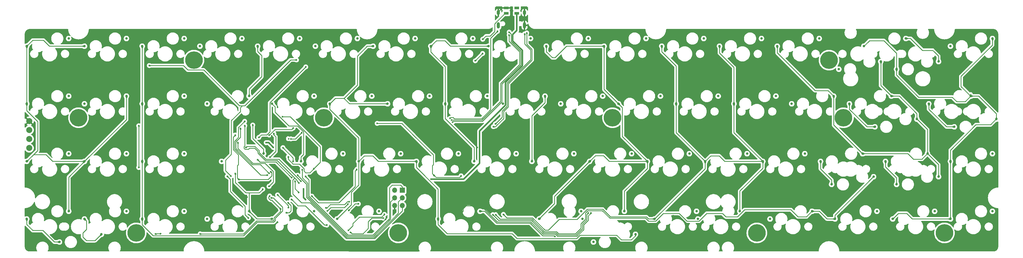
<source format=gtl>
G04 #@! TF.GenerationSoftware,KiCad,Pcbnew,(5.99.0-10161-g3a96736b1f)*
G04 #@! TF.CreationDate,2021-06-27T22:26:17+03:00*
G04 #@! TF.ProjectId,lyra_beta,6c797261-5f62-4657-9461-2e6b69636164,rev?*
G04 #@! TF.SameCoordinates,Original*
G04 #@! TF.FileFunction,Copper,L1,Top*
G04 #@! TF.FilePolarity,Positive*
%FSLAX46Y46*%
G04 Gerber Fmt 4.6, Leading zero omitted, Abs format (unit mm)*
G04 Created by KiCad (PCBNEW (5.99.0-10161-g3a96736b1f)) date 2021-06-27 22:26:17*
%MOMM*%
%LPD*%
G01*
G04 APERTURE LIST*
G04 #@! TA.AperFunction,ComponentPad*
%ADD10C,0.800000*%
G04 #@! TD*
G04 #@! TA.AperFunction,SMDPad,CuDef*
%ADD11R,1.600000X0.850000*%
G04 #@! TD*
G04 #@! TA.AperFunction,ComponentPad*
%ADD12C,5.800000*%
G04 #@! TD*
G04 #@! TA.AperFunction,ComponentPad*
%ADD13C,0.600000*%
G04 #@! TD*
G04 #@! TA.AperFunction,ComponentPad*
%ADD14C,2.000000*%
G04 #@! TD*
G04 #@! TA.AperFunction,ComponentPad*
%ADD15O,1.000000X2.100000*%
G04 #@! TD*
G04 #@! TA.AperFunction,ComponentPad*
%ADD16O,1.000000X1.600000*%
G04 #@! TD*
G04 #@! TA.AperFunction,ComponentPad*
%ADD17R,1.700000X1.700000*%
G04 #@! TD*
G04 #@! TA.AperFunction,ComponentPad*
%ADD18O,1.700000X1.700000*%
G04 #@! TD*
G04 #@! TA.AperFunction,ViaPad*
%ADD19C,0.600000*%
G04 #@! TD*
G04 #@! TA.AperFunction,Conductor*
%ADD20C,0.250000*%
G04 #@! TD*
G04 #@! TA.AperFunction,Conductor*
%ADD21C,0.500000*%
G04 #@! TD*
G04 APERTURE END LIST*
D10*
X342046000Y-118745000D03*
X328196000Y-121285000D03*
D11*
X244638000Y-53262400D03*
X244638000Y-51512400D03*
X241138000Y-51512400D03*
X241138000Y-53262400D03*
D12*
X180974500Y-87808600D03*
D13*
X178942500Y-87808600D03*
X179537659Y-89245441D03*
X180974500Y-89840600D03*
X182411341Y-89245441D03*
X183006500Y-87808600D03*
X182411341Y-86371759D03*
X180974500Y-85776600D03*
X179537659Y-86371759D03*
D10*
X153927500Y-61595000D03*
X140077500Y-64135000D03*
X192028000Y-61595000D03*
X178178000Y-64135000D03*
X230128000Y-61595000D03*
X216278000Y-64135000D03*
X268228000Y-61595000D03*
X254378000Y-64135000D03*
X306328000Y-61595000D03*
X292478000Y-64135000D03*
X344428000Y-61595000D03*
X330578000Y-64135000D03*
X369948000Y-71755000D03*
X383798000Y-69215000D03*
X96778000Y-61595000D03*
X82928000Y-64135000D03*
X134878000Y-61595000D03*
X121028000Y-64135000D03*
X156308800Y-80645000D03*
X142458800Y-83185000D03*
X196790000Y-80645000D03*
X182940000Y-83185000D03*
X234890000Y-80645000D03*
X221040000Y-83185000D03*
X311090000Y-80645000D03*
X297240000Y-83185000D03*
X349190000Y-80645000D03*
X335340000Y-83185000D03*
X394434000Y-80645000D03*
X380584000Y-83185000D03*
X96778000Y-80645000D03*
X82928000Y-83185000D03*
X161071200Y-99695000D03*
X147221200Y-102235000D03*
X206315000Y-99695000D03*
X192465000Y-102235000D03*
X244415000Y-99695000D03*
X230565000Y-102235000D03*
X282515000Y-99695000D03*
X268665000Y-102235000D03*
X320615000Y-99695000D03*
X306765000Y-102235000D03*
X358715000Y-99695000D03*
X344865000Y-102235000D03*
X401578000Y-99695000D03*
X387728000Y-102235000D03*
X96778000Y-99695000D03*
X82928000Y-102235000D03*
X134878000Y-99695000D03*
X121028000Y-102235000D03*
X156308800Y-118745000D03*
X142458800Y-121285000D03*
X199171000Y-118745000D03*
X185321000Y-121285000D03*
X388998000Y-90805000D03*
X402848000Y-88265000D03*
X265846000Y-118745000D03*
X251996000Y-121285000D03*
X303946000Y-118745000D03*
X290096000Y-121285000D03*
X382528000Y-118745000D03*
X368678000Y-121285000D03*
X96778000Y-118745000D03*
X82928000Y-121285000D03*
X134878000Y-118745000D03*
X121028000Y-121285000D03*
X172978000Y-61595000D03*
X159128000Y-64135000D03*
X211078000Y-61595000D03*
X197228000Y-64135000D03*
X249178000Y-61595000D03*
X235328000Y-64135000D03*
X287278000Y-61595000D03*
X273428000Y-64135000D03*
X325378000Y-61595000D03*
X311528000Y-64135000D03*
X350898000Y-71755000D03*
X364748000Y-69215000D03*
X401578000Y-61595000D03*
X387728000Y-64135000D03*
X115828000Y-61595000D03*
X101978000Y-64135000D03*
X93722000Y-128905000D03*
X107572000Y-126365000D03*
X177740000Y-80645000D03*
X163890000Y-83185000D03*
X215840000Y-80645000D03*
X201990000Y-83185000D03*
X253940000Y-80645000D03*
X240090000Y-83185000D03*
X292040000Y-80645000D03*
X278190000Y-83185000D03*
X330140000Y-80645000D03*
X316290000Y-83185000D03*
X368240000Y-80645000D03*
X354390000Y-83185000D03*
X362804000Y-90805000D03*
X376654000Y-88265000D03*
X115828000Y-80645000D03*
X101978000Y-83185000D03*
X348516000Y-109855000D03*
X362366000Y-107315000D03*
X187265000Y-99695000D03*
X173415000Y-102235000D03*
X225365000Y-99695000D03*
X211515000Y-102235000D03*
X263465000Y-99695000D03*
X249615000Y-102235000D03*
X301565000Y-99695000D03*
X287715000Y-102235000D03*
X339665000Y-99695000D03*
X325815000Y-102235000D03*
X380146000Y-99695000D03*
X366296000Y-102235000D03*
X373002000Y-61595000D03*
X359152000Y-64135000D03*
X115828000Y-99695000D03*
X101978000Y-102235000D03*
X369948000Y-109855000D03*
X383798000Y-107315000D03*
X177740000Y-118745000D03*
X163890000Y-121285000D03*
X232509000Y-118745000D03*
X218659000Y-121285000D03*
X280134000Y-118745000D03*
X266284000Y-121285000D03*
X269935000Y-128905000D03*
X283785000Y-126365000D03*
X318234000Y-118745000D03*
X304384000Y-121285000D03*
X363478000Y-118745000D03*
X349628000Y-121285000D03*
X401578000Y-118745000D03*
X387728000Y-121285000D03*
X115828000Y-118745000D03*
X101978000Y-121285000D03*
D12*
X347662000Y-68758600D03*
D13*
X345630000Y-68758600D03*
X346225159Y-70195441D03*
X347662000Y-70790600D03*
X349098841Y-70195441D03*
X349694000Y-68758600D03*
X349098841Y-67321759D03*
X347662000Y-66726600D03*
X346225159Y-67321759D03*
D10*
X272990000Y-80645000D03*
X259140000Y-83185000D03*
D12*
X276224500Y-87808600D03*
D13*
X274192500Y-87808600D03*
X274787659Y-89245441D03*
X276224500Y-89840600D03*
X277661341Y-89245441D03*
X278256500Y-87808600D03*
X277661341Y-86371759D03*
X276224500Y-85776600D03*
X274787659Y-86371759D03*
D12*
X352424500Y-87808600D03*
D13*
X350392500Y-87808600D03*
X350987659Y-89245441D03*
X352424500Y-89840600D03*
X353861341Y-89245441D03*
X354456500Y-87808600D03*
X353861341Y-86371759D03*
X352424500Y-85776600D03*
X350987659Y-86371759D03*
D12*
X100012000Y-87808600D03*
D13*
X97980000Y-87808600D03*
X98575159Y-89245441D03*
X100012000Y-89840600D03*
X101448841Y-89245441D03*
X102044000Y-87808600D03*
X101448841Y-86371759D03*
X100012000Y-85776600D03*
X98575159Y-86371759D03*
D12*
X385762000Y-125909000D03*
D13*
X383730000Y-125909000D03*
X384325159Y-127345841D03*
X385762000Y-127941000D03*
X387198841Y-127345841D03*
X387794000Y-125909000D03*
X387198841Y-124472159D03*
X385762000Y-123877000D03*
X384325159Y-124472159D03*
D12*
X205549500Y-125908600D03*
D13*
X203517500Y-125908600D03*
X204112659Y-127345441D03*
X205549500Y-127940600D03*
X206986341Y-127345441D03*
X207581500Y-125908600D03*
X206986341Y-124471759D03*
X205549500Y-123876600D03*
X204112659Y-124471759D03*
D12*
X119062000Y-125909000D03*
D13*
X117030000Y-125909000D03*
X117625159Y-127345841D03*
X119062000Y-127941000D03*
X120498841Y-127345841D03*
X121094000Y-125909000D03*
X120498841Y-124472159D03*
X119062000Y-123877000D03*
X117625159Y-124472159D03*
D12*
X138112500Y-68758600D03*
D13*
X136080500Y-68758600D03*
X136675659Y-70195441D03*
X138112500Y-70790600D03*
X139549341Y-70195441D03*
X140144500Y-68758600D03*
X139549341Y-67321759D03*
X138112500Y-66726600D03*
X136675659Y-67321759D03*
D12*
X323849500Y-125909000D03*
D13*
X321817500Y-125909000D03*
X322412659Y-127345841D03*
X323849500Y-127941000D03*
X325286341Y-127345841D03*
X325881500Y-125909000D03*
X325286341Y-124472159D03*
X323849500Y-123877000D03*
X322412659Y-124472159D03*
D10*
X134878000Y-80645000D03*
X121028000Y-83185000D03*
D14*
X83770000Y-91866400D03*
X83770100Y-97819000D03*
X83770100Y-94842900D03*
D15*
X238568000Y-57222170D03*
D16*
X238568000Y-53042170D03*
D15*
X247208000Y-57222170D03*
D16*
X247208000Y-53042170D03*
D14*
X83770000Y-88889800D03*
D17*
X206824500Y-111760000D03*
D18*
X204284500Y-111760000D03*
X206824500Y-114300000D03*
X204284500Y-114300000D03*
X206824500Y-116840000D03*
X204284500Y-116840000D03*
D19*
X304781000Y-64099100D03*
X243611000Y-124839000D03*
X288841000Y-117119000D03*
X241861000Y-63399100D03*
X164401500Y-87503000D03*
X137985500Y-84582000D03*
X273351000Y-116239000D03*
X398264000Y-102989000D03*
X108851000Y-62889100D03*
X163121000Y-99269100D03*
X291681000Y-67079100D03*
X82486000Y-87300600D03*
X262191000Y-60559100D03*
X158813500Y-115951000D03*
X115252000Y-92507600D03*
X201351000Y-121329000D03*
X259681000Y-59029100D03*
X83502500Y-129921000D03*
X302001000Y-120599000D03*
X335343500Y-129794000D03*
X381825500Y-60706000D03*
X155612500Y-114049998D03*
X140398500Y-80391000D03*
X342961000Y-123149000D03*
X164528500Y-60579000D03*
X176339500Y-97790000D03*
X225591000Y-115449000D03*
X118451000Y-116939000D03*
X165417500Y-105537000D03*
X125666500Y-99187000D03*
X300814000Y-123355000D03*
X156654000Y-109271600D03*
X156146000Y-76124600D03*
X136080500Y-121920000D03*
X218491000Y-124759000D03*
X153270800Y-113469000D03*
X95450800Y-77669100D03*
X269114000Y-119305000D03*
X225946000Y-119734000D03*
X160962500Y-114125000D03*
X104203500Y-79756000D03*
X166021000Y-98399100D03*
X253041000Y-66779100D03*
X108013500Y-99187000D03*
X282651000Y-119062000D03*
X394097000Y-120253000D03*
X287711000Y-125099000D03*
X287711000Y-99239100D03*
X401781000Y-128209000D03*
X102171500Y-130810000D03*
X155892500Y-64008000D03*
X147430800Y-87799100D03*
X149161000Y-98794100D03*
X125768100Y-129336800D03*
X264931000Y-65919100D03*
X197612002Y-122047000D03*
X176847500Y-60198000D03*
X224645220Y-80391000D03*
X325851000Y-121949000D03*
X364332000Y-60126500D03*
X306221000Y-115089000D03*
X163810820Y-93819120D03*
X304101000Y-124619000D03*
X117538500Y-84455000D03*
X231577000Y-97631200D03*
X147460800Y-61029100D03*
X234930820Y-59099120D03*
X185356500Y-118808500D03*
X231645460Y-69977000D03*
X253047500Y-70104000D03*
X296291000Y-120239000D03*
X172961000Y-99969100D03*
X128411000Y-63039100D03*
X207327500Y-80391000D03*
X151701500Y-69215000D03*
X157641000Y-84979100D03*
X149140800Y-92639100D03*
X289322000Y-83939000D03*
X166941500Y-110998000D03*
X237680500Y-69977000D03*
X209371000Y-128709000D03*
X356592000Y-120253000D03*
X175387000Y-99504500D03*
X293179500Y-129413000D03*
X199481000Y-114099000D03*
X237744000Y-80899000D03*
X171437500Y-108825000D03*
X172637500Y-112493990D03*
X174262500Y-111300000D03*
X164314000Y-97625000D03*
X174944000Y-114895000D03*
X216310000Y-108119000D03*
X161937500Y-96050000D03*
X238265000Y-59225000D03*
X222603074Y-87998199D03*
X247232678Y-60077011D03*
X237574000Y-89824800D03*
X242125000Y-59487600D03*
X223456000Y-89205600D03*
X223133420Y-88528516D03*
X242125000Y-60440101D03*
X172743396Y-109379391D03*
X154874000Y-90405000D03*
X174912504Y-107225000D03*
X172287500Y-106800000D03*
X173812500Y-104950000D03*
X173387501Y-108800010D03*
X155254000Y-97625000D03*
X170369988Y-107620600D03*
X159154000Y-101675000D03*
X236906000Y-90753100D03*
X247903500Y-59741600D03*
X170087500Y-94800000D03*
X173704000Y-92695000D03*
X167462500Y-97700000D03*
X170837479Y-102250000D03*
X154854000Y-88985000D03*
X162312500Y-106775000D03*
X153429000Y-91350000D03*
X162887500Y-106200000D03*
X226274000Y-107015000D03*
X162959000Y-93530000D03*
X152844002Y-108192100D03*
X198564504Y-89662000D03*
X170854000Y-91185000D03*
X151759000Y-93530000D03*
X217289000Y-106830000D03*
X163437502Y-105650000D03*
X125387100Y-126212600D03*
X127101600Y-126199900D03*
X171929000Y-68670000D03*
X123380000Y-70536600D03*
X150327400Y-107142000D03*
X164477000Y-93022000D03*
X163170000Y-100880000D03*
X177694000Y-104645000D03*
X119887500Y-90458600D03*
X169237496Y-100725004D03*
X167322000Y-87427600D03*
X119887500Y-104255100D03*
X166624000Y-117916000D03*
X200598337Y-121029163D03*
X163095115Y-113682017D03*
X189785000Y-125694000D03*
X140144000Y-126226100D03*
X160812510Y-111450000D03*
X157509000Y-90210000D03*
X151774000Y-106235000D03*
X177004000Y-113725000D03*
X191834000Y-104881000D03*
X189374000Y-115615000D03*
X181624000Y-117585000D03*
X192364000Y-116285000D03*
X170312500Y-114800000D03*
X181944000Y-123296000D03*
X240224000Y-119785000D03*
X189134000Y-118435000D03*
X237662000Y-119867000D03*
X182140820Y-118609120D03*
X188874000Y-116365000D03*
X200977500Y-119761000D03*
X268214000Y-119305000D03*
X189050000Y-125069000D03*
X165687500Y-113325000D03*
X236739000Y-119870000D03*
X169284000Y-117555000D03*
X149097500Y-107176100D03*
X168592000Y-119241100D03*
X169187502Y-115925000D03*
X156082500Y-120955600D03*
X163612498Y-114275000D03*
X257234000Y-127105000D03*
X230949500Y-68961000D03*
X152564000Y-96026068D03*
X159494000Y-94315000D03*
X162870378Y-110497122D03*
X174988000Y-70981200D03*
X233394000Y-61825000D03*
X233362500Y-66548000D03*
D20*
X155031502Y-113469000D02*
X155612500Y-114049998D01*
X201351000Y-121329000D02*
X200633000Y-122047000D01*
X247208000Y-53042170D02*
X247208000Y-53342170D01*
X225946000Y-119734000D02*
X225911000Y-119769000D01*
X201054000Y-121626000D02*
X201186900Y-121268100D01*
X266712000Y-123203000D02*
X266712000Y-124762000D01*
X300814000Y-122935000D02*
X300973100Y-123282100D01*
X227883000Y-116920000D02*
X226934000Y-117869000D01*
X232864000Y-116920000D02*
X227883000Y-116920000D01*
X300814000Y-122931000D02*
X298122000Y-120239000D01*
X266712000Y-123847000D02*
X266712000Y-124762000D01*
X300814000Y-123225000D02*
X300814000Y-123355000D01*
X226934000Y-117869000D02*
X226934000Y-118746000D01*
X238568000Y-52742170D02*
X238568000Y-53042170D01*
X253352000Y-126351000D02*
X249235000Y-122234000D01*
X266712000Y-123830000D02*
X266712000Y-124762000D01*
X249235000Y-122234000D02*
X238178000Y-122234000D01*
X300814000Y-123355000D02*
X300814000Y-122931000D01*
X226934000Y-118746000D02*
X225946000Y-119734000D01*
X268209000Y-120210000D02*
X268209000Y-121500000D01*
X296711000Y-120239000D02*
X296363900Y-120079900D01*
X247208000Y-54092170D02*
X247208000Y-53042170D01*
X268817000Y-119602000D02*
X268949900Y-119244100D01*
X258070000Y-127044000D02*
X257377000Y-126351000D01*
X200633000Y-122047000D02*
X197612002Y-122047000D01*
X226243000Y-119437000D02*
X226110100Y-119794900D01*
X257377000Y-126351000D02*
X253352000Y-126351000D01*
X239797770Y-51512400D02*
X238568000Y-52742170D01*
X263901000Y-127044000D02*
X258070000Y-127044000D01*
X247208000Y-53042170D02*
X247208000Y-57222170D01*
X296711000Y-120239000D02*
X296363900Y-120398100D01*
X268817000Y-119602000D02*
X269174900Y-119469100D01*
X268209000Y-121706000D02*
X266712000Y-123203000D01*
X268209000Y-121500000D02*
X268209000Y-121706000D01*
X266712000Y-124762000D02*
X264430000Y-127044000D01*
X298122000Y-120239000D02*
X296291000Y-120239000D01*
X201054000Y-121626000D02*
X201411900Y-121493100D01*
X269114000Y-119305000D02*
X268209000Y-120210000D01*
X226243000Y-119437000D02*
X225885100Y-119569900D01*
X153270800Y-113469000D02*
X155031502Y-113469000D01*
X264430000Y-127044000D02*
X263901000Y-127044000D01*
X300814000Y-122935000D02*
X300654900Y-123282100D01*
X241138000Y-51512400D02*
X239797770Y-51512400D01*
X247208000Y-57222170D02*
X247208000Y-55922170D01*
X238178000Y-122234000D02*
X232864000Y-116920000D01*
X172365707Y-112216393D02*
X172723607Y-112349293D01*
X171439753Y-109223689D02*
X171280654Y-108876641D01*
X172365707Y-112216393D02*
X172498607Y-112574293D01*
X171439753Y-109223689D02*
X171598852Y-108876641D01*
X171437500Y-111293990D02*
X172637500Y-112493990D01*
X171437500Y-108825000D02*
X171437500Y-111293990D01*
D21*
X240918500Y-83630000D02*
X240918500Y-76136776D01*
X243288511Y-60304989D02*
X244638000Y-58955500D01*
X244638000Y-58955500D02*
X244638000Y-53262400D01*
X162361764Y-96050000D02*
X161937500Y-96050000D01*
X243288511Y-62385135D02*
X243288511Y-60304989D01*
X216310000Y-108119000D02*
X227120000Y-108119000D01*
X227120000Y-108119000D02*
X232365000Y-102874000D01*
X232365000Y-92183500D02*
X240918500Y-83630000D01*
X246479021Y-70576255D02*
X246479020Y-65575644D01*
X162739000Y-96050000D02*
X162361764Y-96050000D01*
X174262500Y-114213500D02*
X174262500Y-111300000D01*
X246479020Y-65575644D02*
X243288511Y-62385135D01*
X164314000Y-97625000D02*
X162739000Y-96050000D01*
X174944000Y-114895000D02*
X174262500Y-114213500D01*
X232365000Y-102874000D02*
X232365000Y-92183500D01*
X240918500Y-76136776D02*
X246479021Y-70576255D01*
D20*
X383798000Y-68555000D02*
X384048000Y-69100400D01*
X383798000Y-68555000D02*
X383548000Y-69100400D01*
X373662000Y-61595000D02*
X373116600Y-61345000D01*
X378494000Y-65499100D02*
X381882000Y-65499100D01*
X383798000Y-67414700D02*
X383798000Y-69215000D01*
X373662000Y-61595000D02*
X373116600Y-61845000D01*
X374608000Y-61613000D02*
X378494000Y-65499100D01*
X381882000Y-65499100D02*
X382368000Y-65984900D01*
X382368000Y-65984900D02*
X383798000Y-67414700D01*
X374608000Y-61595000D02*
X374608000Y-61613000D01*
X373002000Y-61595000D02*
X374608000Y-61595000D01*
X388338000Y-90805000D02*
X388883400Y-91055000D01*
X380584000Y-83845000D02*
X380834000Y-83299600D01*
X380584000Y-84985300D02*
X380584000Y-83185000D01*
X386403000Y-90805000D02*
X380584000Y-84985300D01*
X388998000Y-90805000D02*
X386403000Y-90805000D01*
X388338000Y-90805000D02*
X388883400Y-90555000D01*
X380584000Y-83845000D02*
X380334000Y-83299600D01*
X348516000Y-109195000D02*
X348266000Y-109740400D01*
X348516000Y-109855000D02*
X348516000Y-108355000D01*
X348516000Y-109195000D02*
X348766000Y-109740400D01*
X348516000Y-108355000D02*
X344865000Y-104704000D01*
X344865000Y-104704000D02*
X344865000Y-102235000D01*
X344865000Y-102895000D02*
X345115000Y-102349600D01*
X344865000Y-102895000D02*
X344615000Y-102349600D01*
X84931000Y-125088000D02*
X88216000Y-125088000D01*
X82928000Y-121945000D02*
X83178000Y-121399600D01*
X92033000Y-128905000D02*
X93722000Y-128905000D01*
X88216000Y-125088000D02*
X92033000Y-128905000D01*
X93062000Y-128905000D02*
X93607400Y-128655000D01*
X82928000Y-121945000D02*
X82678000Y-121399600D01*
X93062000Y-128905000D02*
X93607400Y-129155000D01*
X82928000Y-123085000D02*
X84931000Y-125088000D01*
X82928000Y-121285000D02*
X82928000Y-123085000D01*
X354390000Y-85000600D02*
X354390000Y-83185000D01*
X362804000Y-90805000D02*
X360194000Y-90805000D01*
X354390000Y-83845000D02*
X354640000Y-83299600D01*
X360194000Y-90805000D02*
X354390000Y-85000600D01*
X354390000Y-83845000D02*
X354140000Y-83299600D01*
X362144000Y-90805000D02*
X362689400Y-90555000D01*
X362144000Y-90805000D02*
X362689400Y-91055000D01*
X232984396Y-88128506D02*
X236003001Y-85109901D01*
X237968000Y-59521900D02*
X238325900Y-59389000D01*
X224093406Y-88128506D02*
X232984396Y-88128506D01*
X236003001Y-85109901D02*
X236003001Y-61486999D01*
X237968000Y-59521900D02*
X238100900Y-59164000D01*
X222603074Y-87998199D02*
X222903073Y-87698200D01*
X222903073Y-87698200D02*
X223663100Y-87698200D01*
X223663100Y-87698200D02*
X224093406Y-88128506D01*
X236003001Y-61486999D02*
X237965001Y-59524999D01*
X237965001Y-59524999D02*
X238265000Y-59225000D01*
X247241081Y-60499760D02*
X247081980Y-60152659D01*
X247241081Y-60499760D02*
X247400180Y-60152660D01*
X239802000Y-87596400D02*
X237574000Y-89824800D01*
X237871000Y-89527800D02*
X237513100Y-89660700D01*
X249237000Y-68560752D02*
X241443510Y-76354242D01*
X247232678Y-60077011D02*
X247232678Y-63388778D01*
X237871000Y-89527800D02*
X237738100Y-89885700D01*
X241443510Y-76354242D02*
X241443510Y-83981590D01*
X241443510Y-83981590D02*
X239802000Y-85623100D01*
X249237000Y-65393100D02*
X249237000Y-68560752D01*
X239802000Y-85623100D02*
X239802000Y-87596400D01*
X247232678Y-63388778D02*
X249237000Y-65393100D01*
X242423178Y-59782780D02*
X242065239Y-59649844D01*
X242423178Y-59782780D02*
X242290241Y-59424843D01*
X242424999Y-59787599D02*
X242125000Y-59487600D01*
X239712000Y-82532300D02*
X239712000Y-76600800D01*
X242763501Y-62602601D02*
X242763501Y-60126101D01*
X242763501Y-60126101D02*
X242424999Y-59787599D01*
X239712000Y-76600800D02*
X245954011Y-70358789D01*
X233280800Y-88963500D02*
X239712000Y-82532300D01*
X223456000Y-89205600D02*
X223698100Y-88963500D01*
X223698100Y-88963500D02*
X233280800Y-88963500D01*
X245954011Y-70358789D02*
X245954011Y-65793111D01*
X245954011Y-65793111D02*
X242763501Y-62602601D01*
X242122981Y-60855360D02*
X241963880Y-60508259D01*
X242122981Y-60855360D02*
X242282080Y-60508260D01*
X223133420Y-88528516D02*
X233150084Y-88528516D01*
X245554000Y-70193100D02*
X245554000Y-65958800D01*
X233150084Y-88528516D02*
X239311989Y-82366611D01*
X245554000Y-65958800D02*
X242125000Y-62529800D01*
X242125000Y-60864365D02*
X242125000Y-60440101D01*
X242125000Y-62529800D02*
X242125000Y-60864365D01*
X239311989Y-76435111D02*
X245554000Y-70193100D01*
X239311989Y-82366611D02*
X239311989Y-76435111D01*
X172455707Y-109096393D02*
X172813607Y-109229293D01*
X172455707Y-109096393D02*
X172588607Y-109454293D01*
X170754000Y-108379600D02*
X170754000Y-113035000D01*
X165570390Y-101970000D02*
X161637000Y-101970000D01*
X170754000Y-113035000D02*
X173615000Y-115896000D01*
X155559000Y-98250000D02*
X155559000Y-98245000D01*
X171493995Y-107893605D02*
X165570390Y-101970000D01*
X171493995Y-107893605D02*
X171239995Y-107893605D01*
X154629000Y-97925000D02*
X154954000Y-98250000D01*
X156445200Y-97870000D02*
X158197000Y-97870000D01*
X154629000Y-97325000D02*
X154629000Y-97925000D01*
X154874000Y-90405000D02*
X154874000Y-97080000D01*
X155559000Y-98245000D02*
X156070200Y-98245000D01*
X154874000Y-97080000D02*
X154629000Y-97325000D01*
X197693557Y-127790040D02*
X206824500Y-118659097D01*
X206824500Y-118659097D02*
X206824500Y-116840000D01*
X154874000Y-90825000D02*
X154714900Y-90477900D01*
X171239995Y-107893605D02*
X170754000Y-108379600D01*
X159183000Y-99516300D02*
X161637000Y-101970000D01*
X158197000Y-97870000D02*
X159183000Y-98855900D01*
X171493995Y-107893605D02*
X172157500Y-108557110D01*
X156070200Y-98245000D02*
X156445200Y-97870000D01*
X154954000Y-98250000D02*
X155559000Y-98250000D01*
X172157500Y-108795000D02*
X172741891Y-109379391D01*
X176508571Y-115896000D02*
X188402609Y-127790040D01*
X172157500Y-108557110D02*
X172157500Y-108795000D01*
X159183000Y-98855900D02*
X159183000Y-99516300D01*
X188402609Y-127790040D02*
X197693557Y-127790040D01*
X172741891Y-109379391D02*
X172743396Y-109379391D01*
X173615000Y-115896000D02*
X176508571Y-115896000D01*
X154874000Y-90825000D02*
X155033100Y-90477900D01*
X175209293Y-107523607D02*
X174851393Y-107390707D01*
X175209293Y-107523607D02*
X175076393Y-107165707D01*
X203517500Y-110109000D02*
X202609490Y-111017010D01*
X202609490Y-121177011D02*
X197196490Y-126590010D01*
X202609490Y-111017010D02*
X202609490Y-121177011D01*
X175212503Y-107524999D02*
X174912504Y-107225000D01*
X176036600Y-108349096D02*
X175212503Y-107524999D01*
X206824500Y-110660000D02*
X206273500Y-110109000D01*
X206273500Y-110109000D02*
X203517500Y-110109000D01*
X206824500Y-111760000D02*
X206824500Y-110660000D01*
X197196490Y-126590010D02*
X188899676Y-126590010D01*
X176036600Y-113726934D02*
X176036600Y-108349096D01*
X188899676Y-126590010D02*
X176036600Y-113726934D01*
X172569293Y-107083607D02*
X172211393Y-106950707D01*
X172569293Y-107083607D02*
X172436393Y-106725707D01*
X175236580Y-114058311D02*
X175236580Y-109749080D01*
X188568298Y-127390030D02*
X175236580Y-114058311D01*
X172587499Y-107099999D02*
X172287500Y-106800000D01*
X197527868Y-127390030D02*
X188568298Y-127390030D01*
X205549500Y-119368399D02*
X197527868Y-127390030D01*
X206824500Y-114300000D02*
X205549500Y-115575000D01*
X175236580Y-109749080D02*
X172587499Y-107099999D01*
X205549500Y-115575000D02*
X205549500Y-119368399D01*
X173809753Y-105353689D02*
X173650654Y-105006641D01*
X173809753Y-105353689D02*
X173968852Y-105006641D01*
X204284500Y-114300000D02*
X203009500Y-115575000D01*
X175636590Y-109468592D02*
X173812500Y-107644502D01*
X203009500Y-121342699D02*
X197362179Y-126990020D01*
X175636590Y-113892622D02*
X175636590Y-109468592D01*
X173812500Y-107644502D02*
X173812500Y-105374264D01*
X197362179Y-126990020D02*
X188733987Y-126990020D01*
X173812500Y-105374264D02*
X173812500Y-104950000D01*
X188733987Y-126990020D02*
X175636590Y-113892622D01*
X203009500Y-115575000D02*
X203009500Y-121342699D01*
X155553480Y-97332482D02*
X155420544Y-97690421D01*
X155553480Y-97332482D02*
X155195543Y-97465419D01*
X173095707Y-108506393D02*
X173453607Y-108639293D01*
X173095707Y-108506393D02*
X173228607Y-108864293D01*
X159633000Y-98669500D02*
X159633000Y-99329900D01*
X159633000Y-99329900D02*
X161823000Y-101520000D01*
X158220100Y-97256600D02*
X159633000Y-98669500D01*
X155622400Y-97256600D02*
X158220100Y-97256600D01*
X155254000Y-97625000D02*
X155622400Y-97256600D01*
X166107491Y-101520000D02*
X173087502Y-108500011D01*
X155254000Y-97625000D02*
X155364000Y-97625000D01*
X173087502Y-108500011D02*
X173387501Y-108800010D01*
X161823000Y-101520000D02*
X166107491Y-101520000D01*
X170085707Y-107336393D02*
X170443607Y-107469293D01*
X170085707Y-107336393D02*
X170218607Y-107694293D01*
X165174388Y-102425000D02*
X170069989Y-107320601D01*
X170069989Y-107320601D02*
X170369988Y-107620600D01*
X159154000Y-101675000D02*
X159904000Y-102425000D01*
X159904000Y-102425000D02*
X165174388Y-102425000D01*
X159448817Y-101972180D02*
X159090879Y-101839244D01*
X159448817Y-101972180D02*
X159315881Y-101614243D01*
X247901481Y-60156860D02*
X247742380Y-59809759D01*
X247901481Y-60156860D02*
X248060580Y-59809760D01*
X171599000Y-94800000D02*
X170511764Y-94800000D01*
X238064000Y-90274500D02*
X240292000Y-88046400D01*
X238064000Y-90274500D02*
X237814000Y-90524500D01*
X240292000Y-85698800D02*
X241843521Y-84147279D01*
X237326000Y-90753100D02*
X236978900Y-90912200D01*
X237585000Y-90753100D02*
X238064000Y-90274500D01*
X173407000Y-92992000D02*
X171599000Y-94800000D01*
X247903500Y-60165864D02*
X247903500Y-59741600D01*
X237326000Y-90753100D02*
X236978900Y-90594000D01*
X169504000Y-94725000D02*
X169156900Y-94884100D01*
X241843521Y-76519931D02*
X249637011Y-68726441D01*
X249637011Y-68726441D02*
X249637011Y-65227411D01*
X247903500Y-63493900D02*
X247903500Y-60165864D01*
X249637011Y-65227411D02*
X247903500Y-63493900D01*
X240292000Y-88046400D02*
X240292000Y-85698800D01*
X173407000Y-92992000D02*
X173539900Y-92634100D01*
X241843521Y-84147279D02*
X241843521Y-76519931D01*
X236906000Y-90753100D02*
X237585000Y-90753100D01*
X169504000Y-94725000D02*
X169156900Y-94565900D01*
X170511764Y-94800000D02*
X170087500Y-94800000D01*
X173407000Y-92992000D02*
X173764900Y-92859100D01*
X167749293Y-97993607D02*
X167391393Y-97860707D01*
X170835247Y-101846311D02*
X170994346Y-102193359D01*
X167749293Y-97993607D02*
X167616393Y-97635707D01*
X170835247Y-101846311D02*
X170676148Y-102193359D01*
X170837479Y-101074979D02*
X167762499Y-97999999D01*
X170837479Y-102250000D02*
X170837479Y-101074979D01*
X167762499Y-97999999D02*
X167462500Y-97700000D01*
X161898811Y-106777253D02*
X162245859Y-106618154D01*
X161898811Y-106777253D02*
X162245859Y-106936352D01*
X152804000Y-94243600D02*
X151993300Y-95054300D01*
X151993300Y-95054300D02*
X151489000Y-95558600D01*
X154854000Y-88985000D02*
X152804000Y-91035000D01*
X155806300Y-102460000D02*
X158677000Y-105332000D01*
X151489000Y-95558600D02*
X151489000Y-98143100D01*
X151993300Y-95054300D02*
X152099000Y-94948600D01*
X154557000Y-89282000D02*
X154914900Y-89149100D01*
X152804000Y-91035000D02*
X152804000Y-94243600D01*
X160120000Y-106775000D02*
X161888236Y-106775000D01*
X158677000Y-105332000D02*
X160120000Y-106775000D01*
X151489000Y-98143100D02*
X158677000Y-105332000D01*
X161888236Y-106775000D02*
X162312500Y-106775000D01*
X154557000Y-89282000D02*
X154689900Y-88924100D01*
X162605707Y-105916393D02*
X162963607Y-106049293D01*
X162605707Y-105916393D02*
X162738607Y-106274293D01*
X151939000Y-97956700D02*
X157307000Y-103325000D01*
X153429000Y-91770000D02*
X153588100Y-91422900D01*
X153429000Y-94255000D02*
X151939000Y-95745000D01*
X162587501Y-105900001D02*
X162887500Y-106200000D01*
X151939000Y-95745000D02*
X151939000Y-97956700D01*
X153429000Y-91770000D02*
X153269900Y-91422900D01*
X160012500Y-103325000D02*
X162587501Y-105900001D01*
X157307000Y-103325000D02*
X160012500Y-103325000D01*
X153429000Y-91350000D02*
X153429000Y-94255000D01*
X153260560Y-108193819D02*
X152913459Y-108352920D01*
X152552082Y-107895320D02*
X152910021Y-108028256D01*
X153260560Y-108193819D02*
X152913460Y-108034720D01*
X152552082Y-107895320D02*
X152685019Y-108253257D01*
X163739293Y-105943607D02*
X163381393Y-105810707D01*
X163739293Y-105943607D02*
X163606393Y-105585707D01*
X152462300Y-103662000D02*
X152462300Y-107810398D01*
X152796200Y-100087000D02*
X151039000Y-98329500D01*
X206668100Y-89662000D02*
X198988768Y-89662000D01*
X151462000Y-93827000D02*
X151819900Y-93694100D01*
X170557000Y-91482000D02*
X170689900Y-91124100D01*
X225977000Y-107312000D02*
X226109900Y-106954100D01*
X151039000Y-95480000D02*
X151039000Y-94250000D01*
X151039000Y-98329500D02*
X151039000Y-95480000D01*
X217289000Y-106830000D02*
X216756000Y-106297000D01*
X163737501Y-106999999D02*
X163737501Y-105949999D01*
X216756000Y-106297000D02*
X216756000Y-103662000D01*
X152544003Y-107892101D02*
X152844002Y-108192100D01*
X162959000Y-93530000D02*
X164832000Y-91657000D01*
X164832000Y-91657000D02*
X170382000Y-91657000D01*
X226274000Y-107015000D02*
X225745000Y-107544000D01*
X162545400Y-108192100D02*
X163737501Y-106999999D01*
X225977000Y-107312000D02*
X226334900Y-107179100D01*
X210714000Y-93707900D02*
X210714000Y-93718600D01*
X152796200Y-101093000D02*
X152796200Y-103328000D01*
X217586000Y-107127000D02*
X217453100Y-106769100D01*
X152796200Y-103328000D02*
X152462300Y-103662000D01*
X152796200Y-101093000D02*
X152796200Y-100087000D01*
X216756000Y-103662000D02*
X217090000Y-103328000D01*
X216992000Y-106533000D02*
X217349900Y-106665900D01*
X218003000Y-107544000D02*
X217289000Y-106830000D01*
X170382000Y-91657000D02*
X170854000Y-91185000D01*
X210714000Y-93707900D02*
X206668100Y-89662000D01*
X217090000Y-100084000D02*
X210714000Y-93707900D01*
X152462300Y-107810398D02*
X152544003Y-107892101D01*
X151039000Y-95480000D02*
X151039000Y-95372200D01*
X163737501Y-105949999D02*
X163437502Y-105650000D01*
X152796200Y-100684000D02*
X152796200Y-101093000D01*
X151039000Y-94250000D02*
X151759000Y-93530000D01*
X217090000Y-103328000D02*
X217090000Y-100084000D01*
X170557000Y-91482000D02*
X170914900Y-91349100D01*
X198988768Y-89662000D02*
X198564504Y-89662000D01*
X225745000Y-107544000D02*
X218003000Y-107544000D01*
X151462000Y-93827000D02*
X151594900Y-93469100D01*
X163256000Y-93233000D02*
X163123100Y-93590900D01*
X163256000Y-93233000D02*
X162898100Y-93365900D01*
X152844002Y-108192100D02*
X162545400Y-108192100D01*
X216992000Y-106533000D02*
X217124900Y-106890900D01*
X217586000Y-107127000D02*
X217228100Y-106994100D01*
X125803160Y-126215119D02*
X125456059Y-126374220D01*
X126685540Y-126197381D02*
X127032641Y-126038280D01*
X125803160Y-126215119D02*
X125456060Y-126056020D01*
X126685540Y-126197381D02*
X127032640Y-126356480D01*
X127101600Y-126199900D02*
X125399800Y-126199900D01*
X125399800Y-126199900D02*
X125387100Y-126212600D01*
X123796560Y-70538319D02*
X123449459Y-70697420D01*
X123796560Y-70538319D02*
X123449460Y-70379220D01*
X141295798Y-72009000D02*
X153111998Y-83825200D01*
X154054700Y-83825200D02*
X153403300Y-84476600D01*
X171509000Y-68670000D02*
X171856100Y-68510900D01*
X154838000Y-83825200D02*
X154054700Y-83825200D01*
X153403300Y-85772500D02*
X150414000Y-88761800D01*
X169993000Y-68670000D02*
X154838000Y-83825200D01*
X150414000Y-99935000D02*
X148525300Y-101824000D01*
X148525300Y-105339000D02*
X150327400Y-107142000D01*
X150030500Y-106844900D02*
X150163400Y-107202900D01*
X150414000Y-88761800D02*
X150414000Y-99935000D01*
X136080500Y-72009000D02*
X141295798Y-72009000D01*
X153111998Y-83825200D02*
X154054700Y-83825200D01*
X171509000Y-68670000D02*
X171856100Y-68829100D01*
X171929000Y-68670000D02*
X169993000Y-68670000D01*
X150030500Y-106844900D02*
X150388400Y-106977900D01*
X148525300Y-101824000D02*
X148525300Y-105339000D01*
X153403300Y-84476600D02*
X153403300Y-85772500D01*
X123380000Y-70536600D02*
X134608100Y-70536600D01*
X134608100Y-70536600D02*
X136080500Y-72009000D01*
X163466900Y-100582900D02*
X163109000Y-100715900D01*
X165117000Y-98932000D02*
X163170000Y-100880000D01*
X165117000Y-94082000D02*
X165117000Y-98932000D01*
X164477000Y-93442000D02*
X164317900Y-93094900D01*
X163466900Y-100582900D02*
X163334000Y-100940900D01*
X164477000Y-93442000D02*
X165117000Y-94082000D01*
X164477000Y-93442000D02*
X164636100Y-93094900D01*
X119890519Y-103850940D02*
X120049620Y-104198041D01*
X119885481Y-90878160D02*
X119726380Y-90531059D01*
X119890519Y-103850940D02*
X119731420Y-104198040D01*
X119885481Y-90878160D02*
X120044580Y-90531060D01*
X169229753Y-101153689D02*
X169070654Y-100806641D01*
X169229753Y-101153689D02*
X169388852Y-100806641D01*
X177694000Y-104645000D02*
X179768000Y-102571000D01*
X169237496Y-101524996D02*
X169237496Y-100725004D01*
X177397000Y-104942000D02*
X177754900Y-104809100D01*
X179768000Y-102571000D02*
X179768000Y-97342299D01*
X169853301Y-87427600D02*
X167322000Y-87427600D01*
X172892000Y-103103496D02*
X170815996Y-103103496D01*
X179768000Y-97342299D02*
X169853301Y-87427600D01*
X119887500Y-90458600D02*
X119887500Y-90882864D01*
X177397000Y-104942000D02*
X177529900Y-104584100D01*
X170815996Y-103103496D02*
X169237496Y-101524996D01*
X177694000Y-104645000D02*
X176364000Y-105975000D01*
X174412502Y-104623998D02*
X172892000Y-103103496D01*
X119887500Y-90882864D02*
X119887500Y-104255100D01*
X174987500Y-105975000D02*
X174412502Y-105400002D01*
X174412502Y-105400002D02*
X174412502Y-104623998D01*
X176364000Y-105975000D02*
X174987500Y-105975000D01*
X166621481Y-118322860D02*
X166462380Y-117975759D01*
X166621481Y-118322860D02*
X166780580Y-117975760D01*
X140560560Y-126227819D02*
X140213459Y-126386920D01*
X140560560Y-126227819D02*
X140213460Y-126068720D01*
X162808893Y-113966793D02*
X162941793Y-113608893D01*
X162808893Y-113966793D02*
X163166793Y-113833893D01*
X166340000Y-117631700D02*
X166697900Y-117764600D01*
X162795116Y-114511380D02*
X162795116Y-113982016D01*
X200598337Y-121029163D02*
X196826333Y-121029163D01*
X164565001Y-120842099D02*
X166624000Y-118783100D01*
X195643500Y-124420474D02*
X193873974Y-126190000D01*
X196826333Y-121029163D02*
X195643500Y-122211996D01*
X140144000Y-126226100D02*
X154495000Y-126226100D01*
X158761099Y-121960001D02*
X164214001Y-121960001D01*
X164214001Y-121960001D02*
X164565001Y-121609001D01*
X166624000Y-118783100D02*
X166624000Y-117916000D01*
X190281000Y-126190000D02*
X190084999Y-125993999D01*
X193873974Y-126190000D02*
X190281000Y-126190000D01*
X190082000Y-125991000D02*
X189949100Y-125633100D01*
X154495000Y-126226100D02*
X158761099Y-121960001D01*
X166624000Y-117916000D02*
X163783000Y-115075000D01*
X195643500Y-122211996D02*
X195643500Y-124420474D01*
X166340000Y-117631700D02*
X166472900Y-117989600D01*
X162795116Y-113982016D02*
X163095115Y-113682017D01*
X163783000Y-115075000D02*
X163358736Y-115075000D01*
X190082000Y-125991000D02*
X189724100Y-125858100D01*
X190084999Y-125993999D02*
X189785000Y-125694000D01*
X164565001Y-121609001D02*
X164565001Y-120842099D01*
X163358736Y-115075000D02*
X162795116Y-114511380D01*
X151775181Y-106651560D02*
X151616080Y-106304459D01*
X151775181Y-106651560D02*
X151934280Y-106304460D01*
X156769485Y-119204560D02*
X156207052Y-118995680D01*
X156769485Y-119204560D02*
X156560606Y-118642127D01*
X160528893Y-111736793D02*
X160661793Y-111378893D01*
X160528893Y-111736793D02*
X160886793Y-111603893D01*
X159534000Y-121285000D02*
X161584000Y-121285000D01*
X159534000Y-121285000D02*
X158874000Y-121285000D01*
X164854000Y-84155000D02*
X164854000Y-85949300D01*
X161071000Y-98195000D02*
X161071200Y-99695000D01*
X172360002Y-90500000D02*
X174290820Y-92430818D01*
X159622510Y-112640000D02*
X160512511Y-111749999D01*
X151774000Y-106235000D02*
X151774000Y-109217600D01*
X161071100Y-99035000D02*
X161321200Y-99580400D01*
X156308800Y-118085000D02*
X156558800Y-118630400D01*
X151774000Y-109217600D02*
X155196400Y-112640000D01*
X173415000Y-102235000D02*
X173415000Y-100735000D01*
X174290820Y-92430818D02*
X174290820Y-99869120D01*
X160512511Y-111749999D02*
X160812510Y-111450000D01*
X163230000Y-121285000D02*
X163775400Y-121535000D01*
X159128000Y-64795000D02*
X159378000Y-64249600D01*
X164854000Y-84155000D02*
X164854000Y-85639000D01*
X157509000Y-90210000D02*
X157509000Y-94632800D01*
X164854000Y-85639000D02*
X164849000Y-85644000D01*
X157509000Y-94632800D02*
X161071000Y-98195000D01*
X169405000Y-90500000D02*
X172360002Y-90500000D01*
X160464000Y-67197334D02*
X160464000Y-74175000D01*
X157509000Y-90630000D02*
X157668100Y-90282900D01*
X173415000Y-100735000D02*
X174290820Y-99869120D01*
X161071100Y-99035000D02*
X160821200Y-99580400D01*
X163890000Y-121285000D02*
X159534000Y-121285000D01*
X156308800Y-118085000D02*
X156058800Y-118630400D01*
X156308800Y-79985000D02*
X156058800Y-80530400D01*
X159128000Y-75511000D02*
X159108200Y-75530800D01*
X163230000Y-121285000D02*
X163775400Y-121035000D01*
X157509000Y-90630000D02*
X157349900Y-90282900D01*
X156308800Y-78330200D02*
X156308800Y-80645000D01*
X159128000Y-64795000D02*
X159128000Y-65861334D01*
X159128000Y-64135000D02*
X159104000Y-64135000D01*
X156308800Y-112640000D02*
X159622510Y-112640000D01*
X173415000Y-101575000D02*
X173665000Y-102120400D01*
X158874000Y-121285000D02*
X156333800Y-118745000D01*
X163890000Y-83185000D02*
X163865000Y-83185000D01*
X163890000Y-83191000D02*
X164854000Y-84155000D01*
X155196400Y-112640000D02*
X156308800Y-112640000D01*
X159128000Y-64795000D02*
X158878000Y-64249600D01*
X156308800Y-79985000D02*
X156558800Y-80530400D01*
X156333800Y-118745000D02*
X156308800Y-118745000D01*
X163890000Y-83185000D02*
X163890000Y-83191000D01*
X159128000Y-65861334D02*
X160464000Y-67197334D01*
X159108200Y-75530800D02*
X156308800Y-78330200D01*
X173415000Y-101575000D02*
X173165000Y-102120400D01*
X156308800Y-112640000D02*
X156308800Y-118745000D01*
X174290820Y-99869120D02*
X174279000Y-99871000D01*
X164854000Y-85949300D02*
X169405000Y-90500000D01*
X160464000Y-74175000D02*
X159108200Y-75530800D01*
X211599000Y-104326000D02*
X213821000Y-106548000D01*
X184790000Y-81360000D02*
X182965000Y-83185000D01*
X242183000Y-126144000D02*
X242476000Y-126144000D01*
X243112000Y-126144000D02*
X242183000Y-126144000D01*
X218659000Y-121945000D02*
X218409000Y-121399600D01*
X201990000Y-83185000D02*
X189391000Y-83185000D01*
X265481000Y-126630000D02*
X264381000Y-127730000D01*
X196568000Y-64135000D02*
X197113400Y-64385000D01*
X221717000Y-126144000D02*
X242183000Y-126144000D01*
X218659000Y-121945000D02*
X218909000Y-121399600D01*
X189391000Y-83185000D02*
X187566000Y-81360000D01*
X187609000Y-81360000D02*
X187566000Y-81360000D01*
X192465000Y-110030000D02*
X192465000Y-94510300D01*
X197228000Y-64135000D02*
X195306000Y-64135000D01*
X283785000Y-126802000D02*
X283571300Y-126538100D01*
X192490000Y-102235000D02*
X192465000Y-102235000D01*
X218659000Y-123085000D02*
X221717000Y-126144000D01*
X283785000Y-126802000D02*
X282397000Y-128190000D01*
X198916000Y-102235000D02*
X197091000Y-100410000D01*
X182940000Y-83845000D02*
X183190000Y-83299600D01*
X211515000Y-102235000D02*
X211515000Y-104242000D01*
X182965000Y-83185000D02*
X182940000Y-83185000D01*
X187566000Y-81360000D02*
X184790000Y-81360000D01*
X195306000Y-64135000D02*
X192037000Y-67403600D01*
X190046000Y-116585000D02*
X190046000Y-112449000D01*
X218659000Y-121285000D02*
X218659000Y-123085000D01*
X201330000Y-83185000D02*
X201875400Y-82935000D01*
X211515000Y-102895000D02*
X211765000Y-102349600D01*
X185321000Y-121285000D02*
X185346000Y-121285000D01*
X192037000Y-76932000D02*
X187609000Y-81360000D01*
X244698000Y-127730000D02*
X243112000Y-126144000D01*
X185346000Y-121285000D02*
X190046000Y-116585000D01*
X182940000Y-84985300D02*
X185143000Y-87188200D01*
X182940000Y-83845000D02*
X182690000Y-83299600D01*
X210855000Y-102235000D02*
X211400400Y-101985000D01*
X192465000Y-94510300D02*
X185143000Y-87188200D01*
X279159000Y-128190000D02*
X277599000Y-126630000D01*
X211515000Y-104242000D02*
X213821000Y-106548000D01*
X210855000Y-102235000D02*
X211400400Y-102485000D01*
X182940000Y-83185000D02*
X182940000Y-84985300D01*
X197091000Y-100410000D02*
X194315000Y-100410000D01*
X218659000Y-111386000D02*
X218659000Y-121285000D01*
X211515000Y-102895000D02*
X211265000Y-102349600D01*
X264381000Y-127730000D02*
X244698000Y-127730000D01*
X218659000Y-120625000D02*
X218909000Y-121170400D01*
X277599000Y-126630000D02*
X265481000Y-126630000D01*
X213821000Y-106548000D02*
X218659000Y-111386000D01*
X283785000Y-126802000D02*
X283998700Y-126538100D01*
X211515000Y-102235000D02*
X211515000Y-102274000D01*
X201990000Y-83185000D02*
X202015000Y-83185000D01*
X194315000Y-100410000D02*
X192490000Y-102235000D01*
X185143000Y-87188200D02*
X185334000Y-87379300D01*
X201990000Y-83185000D02*
X201965000Y-83185000D01*
X190046000Y-112449000D02*
X192465000Y-110030000D01*
X282397000Y-128190000D02*
X279159000Y-128190000D01*
X283785000Y-126365000D02*
X283785000Y-126802000D01*
X201330000Y-83185000D02*
X201875400Y-83435000D01*
X211515000Y-102235000D02*
X198916000Y-102235000D01*
X192037000Y-67403600D02*
X192037000Y-76932000D01*
X218659000Y-120625000D02*
X218409000Y-121170400D01*
X196568000Y-64135000D02*
X197113400Y-63885000D01*
X216737112Y-63695831D02*
X216528232Y-64258264D01*
X216737112Y-63695831D02*
X216174679Y-63904710D01*
X230565000Y-101575000D02*
X230815000Y-102120400D01*
X221040000Y-70841000D02*
X216278000Y-66079000D01*
X177301000Y-114022000D02*
X176943100Y-113889100D01*
X249615000Y-101575000D02*
X249365000Y-102120400D01*
X221040000Y-88091000D02*
X230565000Y-97616000D01*
X230565000Y-97616000D02*
X230565000Y-102235000D01*
X253940000Y-81305000D02*
X253690000Y-80759600D01*
X179179000Y-115900000D02*
X177004000Y-113725000D01*
X191834000Y-104881000D02*
X191292000Y-105423000D01*
X216278000Y-64135000D02*
X216303000Y-64135000D01*
X249615000Y-101575000D02*
X249865000Y-102120400D01*
X234668000Y-64135000D02*
X235213400Y-63885000D01*
X222729000Y-64135000D02*
X235328000Y-64135000D01*
X221040000Y-82525000D02*
X220790000Y-83070400D01*
X221040000Y-82525000D02*
X221290000Y-83070400D01*
X191537000Y-105178000D02*
X191669900Y-104820100D01*
X230565000Y-101575000D02*
X230315000Y-102120400D01*
X253940000Y-82774700D02*
X249615000Y-87099700D01*
X234668000Y-64135000D02*
X235213400Y-64385000D01*
X221040000Y-83845000D02*
X220790000Y-83299600D01*
X220904000Y-62310000D02*
X222729000Y-64135000D01*
X216278000Y-64795000D02*
X216528000Y-64249600D01*
X253940000Y-80645000D02*
X253940000Y-82774700D01*
X185959000Y-115900000D02*
X179179000Y-115900000D01*
X216278000Y-64795000D02*
X216028000Y-64249600D01*
X221040000Y-83845000D02*
X221290000Y-83299600D01*
X221040000Y-83185000D02*
X221040000Y-88091000D01*
X218128000Y-62310000D02*
X220904000Y-62310000D01*
X249615000Y-87099700D02*
X249615000Y-102235000D01*
X177301000Y-114022000D02*
X177168100Y-113664100D01*
X216278000Y-66079000D02*
X216278000Y-64135000D01*
X191292000Y-110567000D02*
X185959000Y-115900000D01*
X191292000Y-105423000D02*
X191292000Y-110567000D01*
X221040000Y-83185000D02*
X221040000Y-70841000D01*
X216303000Y-64135000D02*
X218128000Y-62310000D01*
X253940000Y-81305000D02*
X254190000Y-80759600D01*
X191537000Y-105178000D02*
X191894900Y-105045100D01*
X269124612Y-101783131D02*
X268915732Y-102345564D01*
X252462212Y-120820431D02*
X252253332Y-121382864D01*
X268199688Y-102699569D02*
X268408568Y-102137136D01*
X252462212Y-120820431D02*
X251899779Y-121029310D01*
X268199688Y-102699569D02*
X268762121Y-102490690D01*
X269124612Y-101783131D02*
X268562179Y-101992010D01*
X252021000Y-121285000D02*
X257102000Y-116204000D01*
X287715000Y-102235000D02*
X275116000Y-102235000D01*
X287715000Y-102895000D02*
X287965000Y-102349600D01*
X279463500Y-94008500D02*
X287690000Y-102235000D01*
X273428000Y-64795000D02*
X273178000Y-64249600D01*
X254378000Y-64795000D02*
X254628000Y-64249600D01*
X272768000Y-64135000D02*
X273313400Y-63885000D01*
X278190000Y-83185000D02*
X279463500Y-84458500D01*
X280134000Y-112125000D02*
X287715000Y-104544000D01*
X278662976Y-83641465D02*
X278100543Y-83432586D01*
X251996000Y-121285000D02*
X252021000Y-121285000D01*
X272768000Y-64135000D02*
X273313400Y-64385000D01*
X279463500Y-84458500D02*
X279463500Y-94008500D01*
X268640000Y-102235000D02*
X268665000Y-102235000D01*
X188699000Y-115615000D02*
X189374000Y-115615000D01*
X270595000Y-100330000D02*
X268690000Y-102235000D01*
X188257000Y-116057000D02*
X188381000Y-115932000D01*
X182044000Y-117585000D02*
X181696900Y-117744100D01*
X280134000Y-118085000D02*
X280384000Y-118630400D01*
X278662976Y-83641465D02*
X278454097Y-83079033D01*
X254378000Y-64795000D02*
X254128000Y-64249600D01*
X287690000Y-102235000D02*
X287715000Y-102235000D01*
X182044000Y-117585000D02*
X183104000Y-116525000D01*
X280134000Y-118745000D02*
X280134000Y-112125000D01*
X256387700Y-67945000D02*
X257238500Y-67945000D01*
X268690000Y-102235000D02*
X268665000Y-102235000D01*
X273428000Y-64795000D02*
X273678000Y-64249600D01*
X273239000Y-100358000D02*
X273239000Y-100330000D01*
X287055000Y-102235000D02*
X287600400Y-102485000D01*
X257102000Y-113772000D02*
X268640000Y-102235000D01*
X287715000Y-102895000D02*
X287465000Y-102349600D01*
X278165000Y-83185000D02*
X273428000Y-78448000D01*
X182044000Y-117585000D02*
X181696900Y-117425900D01*
X188954000Y-115615000D02*
X189301100Y-115774100D01*
X257102000Y-116204000D02*
X257102000Y-113772000D01*
X273239000Y-100330000D02*
X270595000Y-100330000D01*
X273428000Y-65635000D02*
X273428000Y-64135000D01*
X188381000Y-115932000D02*
X188699000Y-115615000D01*
X187789000Y-116525000D02*
X188381000Y-115932000D01*
X257238500Y-67945000D02*
X261048500Y-64135000D01*
X278190000Y-83185000D02*
X278165000Y-83185000D01*
X188954000Y-115615000D02*
X189301100Y-115455900D01*
X275116000Y-102235000D02*
X273239000Y-100358000D01*
X261048500Y-64135000D02*
X263096100Y-64135000D01*
X183104000Y-116525000D02*
X187789000Y-116525000D01*
X254378000Y-65935300D02*
X256387700Y-67945000D01*
X287055000Y-102235000D02*
X287600400Y-101985000D01*
X263096100Y-64135000D02*
X273428000Y-64135000D01*
X254378000Y-64135000D02*
X254378000Y-65935300D01*
X273428000Y-78448000D02*
X273428000Y-65635000D01*
X280134000Y-118085000D02*
X279884000Y-118630400D01*
X287715000Y-104544000D02*
X287715000Y-102235000D01*
X170599293Y-115093607D02*
X170241393Y-114960707D01*
X170599293Y-115093607D02*
X170466393Y-114735707D01*
X325155000Y-102235000D02*
X325700400Y-101985000D01*
X297265000Y-83185000D02*
X297240000Y-83185000D01*
X297240000Y-82525000D02*
X296990000Y-83070400D01*
X306765000Y-104641000D02*
X306765000Y-102235000D01*
X292478000Y-64795000D02*
X292728000Y-64249600D01*
X292478000Y-65935300D02*
X292478000Y-64135000D01*
X191944000Y-116285000D02*
X192291100Y-116444100D01*
X289436000Y-121285000D02*
X289981400Y-121035000D01*
X316290000Y-83845000D02*
X316540000Y-83299600D01*
X255040000Y-125001000D02*
X258625000Y-121416000D01*
X290121000Y-121285000D02*
X306765000Y-104641000D01*
X325815000Y-102235000D02*
X313216000Y-102235000D01*
X306765000Y-102235000D02*
X306740000Y-102235000D01*
X253912000Y-125001000D02*
X255040000Y-125001000D01*
X240224000Y-119785000D02*
X241323000Y-120884000D01*
X318234000Y-118085000D02*
X317984000Y-118630400D01*
X174866000Y-116920000D02*
X172432500Y-116920000D01*
X311528000Y-64795000D02*
X311778000Y-64249600D01*
X325790000Y-102235000D02*
X316290000Y-92735000D01*
X191284000Y-116285000D02*
X189134000Y-118435000D01*
X297240000Y-83845000D02*
X296990000Y-83299600D01*
X181944000Y-123296000D02*
X181242000Y-123296000D01*
X297240000Y-83185000D02*
X297240000Y-70697300D01*
X290096000Y-121285000D02*
X290121000Y-121285000D01*
X318234000Y-112057000D02*
X325815000Y-104476000D01*
X189431000Y-118138000D02*
X189298100Y-118495900D01*
X316290000Y-82525000D02*
X316540000Y-83070400D01*
X192364000Y-116285000D02*
X191284000Y-116285000D01*
X258625000Y-121416000D02*
X264541000Y-121416000D01*
X306740000Y-102235000D02*
X297240000Y-92735000D01*
X249795000Y-120884000D02*
X253912000Y-125001000D01*
X297240000Y-92735000D02*
X297240000Y-83185000D01*
X318234000Y-117885000D02*
X318234000Y-117245000D01*
X316290000Y-92735000D02*
X316290000Y-83185000D01*
X316290000Y-82525000D02*
X316040000Y-83070400D01*
X325815000Y-102895000D02*
X325565000Y-102349600D01*
X264541000Y-121416000D02*
X267885000Y-118072000D01*
X318234000Y-118085000D02*
X318484000Y-118630400D01*
X297240000Y-82525000D02*
X297490000Y-83070400D01*
X325815000Y-104476000D02*
X325815000Y-102235000D01*
X311391000Y-100410000D02*
X308615000Y-100410000D01*
X172432500Y-116920000D02*
X170612499Y-115099999D01*
X316290000Y-83185000D02*
X316290000Y-71153000D01*
X311528000Y-66391000D02*
X311528000Y-64135000D01*
X316290000Y-83845000D02*
X316040000Y-83299600D01*
X306765000Y-102895000D02*
X306515000Y-102349600D01*
X240521000Y-120082000D02*
X240388100Y-119724100D01*
X241323000Y-120884000D02*
X249795000Y-120884000D01*
X306765000Y-102895000D02*
X306515000Y-102349600D01*
X287355000Y-120570000D02*
X288070000Y-121285000D01*
X306790000Y-102235000D02*
X306765000Y-102235000D01*
X318234000Y-117885000D02*
X318234000Y-112057000D01*
X325815000Y-102895000D02*
X326065000Y-102349600D01*
X325815000Y-102235000D02*
X325790000Y-102235000D01*
X318259000Y-118745000D02*
X318234000Y-118745000D01*
X308615000Y-100410000D02*
X306790000Y-102235000D01*
X306765000Y-102895000D02*
X307015000Y-102349600D01*
X267885000Y-118072000D02*
X273010000Y-118072000D01*
X191944000Y-116285000D02*
X192291100Y-116125900D01*
X306765000Y-104593000D02*
X306765000Y-102235000D01*
X318234000Y-118745000D02*
X318234000Y-117885000D01*
X292478000Y-64795000D02*
X292228000Y-64249600D01*
X297240000Y-83845000D02*
X297490000Y-83299600D01*
X306765000Y-102895000D02*
X307015000Y-102349600D01*
X170612499Y-115099999D02*
X170312500Y-114800000D01*
X288070000Y-121285000D02*
X290096000Y-121285000D01*
X275508000Y-120570000D02*
X287355000Y-120570000D01*
X240521000Y-120082000D02*
X240163100Y-119949100D01*
X189431000Y-118138000D02*
X189073100Y-118270900D01*
X181524000Y-123296000D02*
X181871100Y-123455100D01*
X316290000Y-71153000D02*
X311528000Y-66391000D01*
X297240000Y-70697300D02*
X292478000Y-65935300D01*
X273010000Y-118072000D02*
X275508000Y-120570000D01*
X313216000Y-102235000D02*
X311391000Y-100410000D01*
X289436000Y-121285000D02*
X289981400Y-121535000D01*
X311528000Y-64795000D02*
X311278000Y-64249600D01*
X181242000Y-123296000D02*
X174866000Y-116920000D01*
X325155000Y-102235000D02*
X325700400Y-102485000D01*
X181524000Y-123296000D02*
X181871100Y-123136900D01*
X253725000Y-125451000D02*
X249608000Y-121334000D01*
X358715000Y-99695000D02*
X373695000Y-99695000D01*
X342021000Y-118745000D02*
X342046000Y-118745000D01*
X336520000Y-119670000D02*
X337420000Y-120570000D01*
X380146000Y-99035000D02*
X380396000Y-99580400D01*
X239128000Y-121334000D02*
X237662000Y-119867000D01*
X349165000Y-80645000D02*
X349190000Y-80645000D01*
X188874000Y-116365000D02*
X187689880Y-117549120D01*
X330578000Y-64795000D02*
X330328000Y-64249600D01*
X376654000Y-88265000D02*
X376744000Y-88265000D01*
X368900000Y-80645000D02*
X368354600Y-80895000D01*
X376654000Y-86464700D02*
X376654000Y-88265000D01*
X267309000Y-121333000D02*
X265812000Y-122830000D01*
X342046000Y-118745000D02*
X344464000Y-118745000D01*
X358715000Y-99695000D02*
X358690000Y-99695000D01*
X349190000Y-80645000D02*
X349208000Y-80645000D01*
X359375000Y-99695000D02*
X358829600Y-99445000D01*
X380146000Y-91732000D02*
X376679000Y-88265000D01*
X380171000Y-99695000D02*
X380146000Y-99695000D01*
X307258000Y-119460000D02*
X312498000Y-119460000D01*
X330578000Y-64135000D02*
X330578000Y-66309000D01*
X348968000Y-121285000D02*
X349513400Y-121035000D01*
X362366000Y-107315000D02*
X362341000Y-107315000D01*
X292970000Y-119460000D02*
X298210000Y-119460000D01*
X237958900Y-120164100D02*
X237826000Y-119806100D01*
X290420000Y-122010000D02*
X292970000Y-119460000D01*
X380146000Y-99035000D02*
X379896000Y-99580400D01*
X319813000Y-118239000D02*
X335089000Y-118239000D01*
X335089000Y-118239000D02*
X336520000Y-119670000D01*
X343089000Y-78820000D02*
X347340000Y-78820000D01*
X344464000Y-118745000D02*
X347004000Y-121285000D01*
X383798000Y-107315000D02*
X383798000Y-103321000D01*
X313633000Y-120595000D02*
X317457000Y-120595000D01*
X364748000Y-69875000D02*
X364998000Y-69329600D01*
X364748000Y-69875000D02*
X364498000Y-69329600D01*
X265812000Y-122830000D02*
X265812000Y-124389000D01*
X268071000Y-118522000D02*
X272824000Y-118522000D01*
X265812000Y-124389000D02*
X264057000Y-126144000D01*
X312498000Y-119460000D02*
X313633000Y-120595000D01*
X237958900Y-120164100D02*
X237601000Y-120031100D01*
X187689880Y-117549120D02*
X183200820Y-117549120D01*
X347004000Y-121285000D02*
X349628000Y-121285000D01*
X378296000Y-101520000D02*
X380121000Y-99695000D01*
X257750000Y-125451000D02*
X253725000Y-125451000D01*
X288159000Y-122010000D02*
X290420000Y-122010000D01*
X258443000Y-126144000D02*
X257750000Y-125451000D01*
X349190000Y-90195000D02*
X349190000Y-80645000D01*
X342706000Y-118745000D02*
X342160600Y-118995000D01*
X336310000Y-119460000D02*
X336520000Y-119670000D01*
X304708000Y-122010000D02*
X307258000Y-119460000D01*
X368215000Y-80645000D02*
X368240000Y-80645000D01*
X358740000Y-99695000D02*
X358715000Y-99695000D01*
X380122000Y-99695000D02*
X380146000Y-99695000D01*
X349190000Y-81305000D02*
X349440000Y-80759600D01*
X349628000Y-120625000D02*
X349378000Y-121170400D01*
X249608000Y-121334000D02*
X239128000Y-121334000D01*
X330578000Y-64795000D02*
X330828000Y-64249600D01*
X188577000Y-116662000D02*
X188934900Y-116529100D01*
X359375000Y-99695000D02*
X358829600Y-99945000D01*
X267309000Y-119330000D02*
X267309000Y-119910000D01*
X368240000Y-80645000D02*
X370834000Y-80645000D01*
X375520000Y-101520000D02*
X378296000Y-101520000D01*
X183200820Y-117549120D02*
X182440819Y-118309121D01*
X267309000Y-119910000D02*
X267309000Y-121300000D01*
X376654000Y-87605000D02*
X376404000Y-88150400D01*
X342706000Y-118745000D02*
X342160600Y-118495000D01*
X358690000Y-99695000D02*
X349190000Y-90195000D01*
X182440819Y-118309121D02*
X182140820Y-118609120D01*
X300760000Y-122010000D02*
X304708000Y-122010000D01*
X264057000Y-126144000D02*
X258443000Y-126144000D01*
X364772000Y-69215000D02*
X364748000Y-69215000D01*
X383798000Y-103321000D02*
X380171000Y-99695000D01*
X380146000Y-99695000D02*
X380146000Y-91732000D01*
X364748000Y-77178000D02*
X368215000Y-80645000D01*
X267309000Y-119285000D02*
X268071000Y-118522000D01*
X349190000Y-81305000D02*
X348940000Y-80759600D01*
X287169000Y-121020000D02*
X288159000Y-122010000D01*
X298210000Y-119460000D02*
X300760000Y-122010000D01*
X376654000Y-87605000D02*
X376904000Y-88150400D01*
X272824000Y-118522000D02*
X275322000Y-121020000D01*
X337420000Y-120570000D02*
X340196000Y-120570000D01*
X368900000Y-80645000D02*
X368354600Y-80395000D01*
X267309000Y-121300000D02*
X267309000Y-119285000D01*
X376679000Y-88265000D02*
X376654000Y-88265000D01*
X347340000Y-78820000D02*
X349165000Y-80645000D01*
X267309000Y-121300000D02*
X267309000Y-121333000D01*
X362341000Y-107315000D02*
X349628000Y-120028000D01*
X364748000Y-69215000D02*
X364748000Y-77178000D01*
X275322000Y-121020000D02*
X287169000Y-121020000D01*
X358715000Y-99695000D02*
X358715000Y-99604000D01*
X370834000Y-80645000D02*
X376654000Y-86464700D01*
X340196000Y-120570000D02*
X342021000Y-118745000D01*
X380121000Y-99695000D02*
X380146000Y-99695000D01*
X330578000Y-66309000D02*
X343089000Y-78820000D01*
X349628000Y-120625000D02*
X349878000Y-121170400D01*
X317457000Y-120595000D02*
X319813000Y-118239000D01*
X349628000Y-120028000D02*
X349628000Y-121285000D01*
X383798000Y-106655000D02*
X384048000Y-107200400D01*
X383798000Y-106655000D02*
X383548000Y-107200400D01*
X188577000Y-116662000D02*
X188709900Y-116304100D01*
X348968000Y-121285000D02*
X349513400Y-121535000D01*
X373695000Y-99695000D02*
X375520000Y-101520000D01*
X200686500Y-120052900D02*
X200819400Y-119695000D01*
X200686500Y-120052900D02*
X201044400Y-119920000D01*
X165979293Y-113623607D02*
X165621393Y-113490707D01*
X169285247Y-117146311D02*
X169444346Y-117493359D01*
X169285247Y-117146311D02*
X169126148Y-117493359D01*
X165979293Y-113623607D02*
X165846393Y-113265707D01*
X402848000Y-87605000D02*
X402598000Y-88150400D01*
X267759000Y-121519000D02*
X266262000Y-123017000D01*
X375129000Y-121285000D02*
X373304000Y-119460000D01*
X369948000Y-71095000D02*
X370198000Y-71640400D01*
X377254000Y-81005000D02*
X388343000Y-81005000D01*
X257564000Y-125901000D02*
X253539000Y-125901000D01*
X266262000Y-124576000D02*
X264244000Y-126594000D01*
X401578000Y-62255000D02*
X401828000Y-61709600D01*
X200977500Y-119761000D02*
X200109347Y-120629153D01*
X394434000Y-79985000D02*
X394684000Y-80530400D01*
X369077000Y-120885000D02*
X368942600Y-121359900D01*
X392584000Y-82470000D02*
X394409000Y-80645000D01*
X387728000Y-102895000D02*
X387978000Y-102349600D01*
X266262000Y-123017000D02*
X266262000Y-124576000D01*
X391223500Y-77434500D02*
X391223500Y-74079200D01*
X387728000Y-98526000D02*
X387728000Y-102235000D01*
X394434000Y-79985000D02*
X394184000Y-80530400D01*
X369948000Y-73699000D02*
X377254000Y-81005000D01*
X169284000Y-117555000D02*
X169284000Y-116921500D01*
X387728000Y-120625000D02*
X387978000Y-121170400D01*
X394434000Y-80645000D02*
X397028000Y-80645000D01*
X361002000Y-62310000D02*
X360606000Y-62706000D01*
X365779000Y-62310000D02*
X361002000Y-62310000D01*
X369948000Y-72415000D02*
X370198000Y-71869600D01*
X395094000Y-80645000D02*
X394548600Y-80395000D01*
X267917000Y-119602000D02*
X268049900Y-119244100D01*
X267759000Y-119790000D02*
X267759000Y-120290000D01*
X397028000Y-80645000D02*
X402848000Y-86464700D01*
X264244000Y-126594000D02*
X258257000Y-126594000D01*
X368990000Y-65520100D02*
X366386000Y-62916900D01*
X395094000Y-80645000D02*
X394548600Y-80895000D01*
X366386000Y-62916900D02*
X365779000Y-62310000D01*
X169284000Y-116921500D02*
X165687500Y-113325000D01*
X190562000Y-122786026D02*
X190562000Y-123537000D01*
X359177000Y-64135000D02*
X360606000Y-62706000D01*
X387728000Y-102895000D02*
X387478000Y-102349600D01*
X190562000Y-123537000D02*
X189034000Y-125065000D01*
X369948000Y-71755000D02*
X369948000Y-73699000D01*
X237036000Y-120167000D02*
X236903100Y-119809100D01*
X238653000Y-121784000D02*
X236739000Y-119870000D01*
X258257000Y-126594000D02*
X257564000Y-125901000D01*
X387068000Y-121285000D02*
X387613400Y-121035000D01*
X267917000Y-119602000D02*
X268274900Y-119469100D01*
X389808000Y-82470000D02*
X392584000Y-82470000D01*
X369948000Y-71755000D02*
X369948000Y-66478200D01*
X394434000Y-80645000D02*
X391223500Y-77434500D01*
X200109347Y-120629153D02*
X192718873Y-120629153D01*
X369948000Y-72415000D02*
X369698000Y-71869600D01*
X387068000Y-121285000D02*
X387613400Y-121535000D01*
X369077000Y-120885000D02*
X368678000Y-121285000D01*
X267759000Y-119760000D02*
X267759000Y-120290000D01*
X373304000Y-119460000D02*
X370503000Y-119460000D01*
X387728000Y-121285000D02*
X375129000Y-121285000D01*
X402848000Y-88265000D02*
X402823000Y-88265000D01*
X387728000Y-120625000D02*
X387478000Y-121170400D01*
X369948000Y-66478200D02*
X368990000Y-65520100D01*
X253539000Y-125901000D02*
X249422000Y-121784000D01*
X239795000Y-121784000D02*
X238653000Y-121784000D01*
X387728000Y-121285000D02*
X387728000Y-102235000D01*
X400964000Y-90124500D02*
X396130000Y-90124500D01*
X360606000Y-62706000D02*
X360955000Y-62356800D01*
X388343000Y-81005000D02*
X389808000Y-82470000D01*
X370503000Y-119460000D02*
X369077000Y-120885000D01*
X401578000Y-62255000D02*
X401328000Y-61709600D01*
X268214000Y-119305000D02*
X267759000Y-119760000D01*
X359152000Y-64135000D02*
X359177000Y-64135000D01*
X192718873Y-120629153D02*
X190562000Y-122786026D01*
X237036000Y-120167000D02*
X236678100Y-120034100D01*
X387728000Y-101575000D02*
X387978000Y-102120400D01*
X396130000Y-90124500D02*
X387728000Y-98526000D01*
X249422000Y-121784000D02*
X239795000Y-121784000D01*
X402823000Y-88265000D02*
X400964000Y-90124500D01*
X402848000Y-87605000D02*
X403098000Y-88150400D01*
X369948000Y-71095000D02*
X369698000Y-71640400D01*
X402848000Y-86464700D02*
X402848000Y-88265000D01*
X391223500Y-74079200D02*
X401578000Y-63724700D01*
X369972000Y-71755000D02*
X369948000Y-71755000D01*
X401578000Y-63724700D02*
X401578000Y-61595000D01*
X267759000Y-120290000D02*
X267759000Y-121519000D01*
X369077000Y-120885000D02*
X368602400Y-121020500D01*
X239603000Y-121784000D02*
X239795000Y-121784000D01*
X387728000Y-101575000D02*
X387478000Y-102120400D01*
X149390417Y-107471280D02*
X149032479Y-107338344D01*
X169008560Y-119242819D02*
X168661459Y-119401920D01*
X149390417Y-107471280D02*
X149257481Y-107113343D01*
X169008560Y-119242819D02*
X168661460Y-119083720D01*
X83374412Y-63683131D02*
X83165532Y-64245564D01*
X102432869Y-121753812D02*
X101870436Y-121544932D01*
X107100188Y-126829569D02*
X107309068Y-126267136D01*
X101512188Y-102699569D02*
X101721068Y-102137136D01*
X83399812Y-101770431D02*
X83190932Y-102332864D01*
X83399812Y-101770431D02*
X82837379Y-101979310D01*
X102432869Y-121753812D02*
X102223990Y-121191379D01*
X83374412Y-63683131D02*
X82811979Y-63892010D01*
X107100188Y-126829569D02*
X107662621Y-126620690D01*
X101512188Y-102699569D02*
X102074621Y-102490690D01*
X155791100Y-120663800D02*
X156149000Y-120796700D01*
X155791100Y-120663800D02*
X155924000Y-121021700D01*
X169469293Y-116213607D02*
X169111393Y-116080707D01*
X169469293Y-116213607D02*
X169336393Y-115855707D01*
X82928000Y-83845000D02*
X83178000Y-83299600D01*
X115828000Y-88410000D02*
X102003000Y-102235000D01*
X86550000Y-89078600D02*
X82928000Y-85456600D01*
X82928000Y-85456600D02*
X82928000Y-83185000D01*
X82952000Y-64135000D02*
X82928000Y-64135000D01*
X101978000Y-64135000D02*
X90373200Y-64135000D01*
X96778000Y-118085000D02*
X97028000Y-118630400D01*
X170087500Y-118650000D02*
X170087500Y-116824998D01*
X82928000Y-82525000D02*
X82678000Y-83070400D01*
X82928000Y-64795000D02*
X83178000Y-64249600D01*
X82928000Y-83845000D02*
X82678000Y-83299600D01*
X96778000Y-107410000D02*
X96778000Y-118745000D01*
X115828000Y-81305000D02*
X116078000Y-80759600D01*
X101318000Y-102235000D02*
X101863400Y-102485000D01*
X84778000Y-100410000D02*
X85175500Y-100012500D01*
X107572000Y-126365000D02*
X107547000Y-126365000D01*
X149097500Y-107176100D02*
X150101300Y-108179900D01*
X102003000Y-121285000D02*
X101978000Y-121285000D01*
X150101300Y-108179900D02*
X150101300Y-112180400D01*
X82928000Y-64135000D02*
X82928000Y-83185000D01*
X84933200Y-62153800D02*
X82952000Y-64135000D01*
X89281000Y-100012500D02*
X91503500Y-102235000D01*
X86550000Y-98638000D02*
X86550000Y-89078600D01*
X115828000Y-81305000D02*
X115578000Y-80759600D01*
X101318000Y-64135000D02*
X101863400Y-63885000D01*
X82928000Y-82525000D02*
X83178000Y-83070400D01*
X107547000Y-126365000D02*
X105464200Y-128447800D01*
X101318000Y-102235000D02*
X101863400Y-101985000D01*
X155003500Y-119876600D02*
X156082500Y-120955600D01*
X155003500Y-117082600D02*
X155003500Y-119876600D01*
X84778000Y-100410000D02*
X86550000Y-98638000D01*
X102628700Y-128447800D02*
X101434900Y-127254000D01*
X91503500Y-102235000D02*
X101978000Y-102235000D01*
X168592000Y-119241100D02*
X169496400Y-119241100D01*
X170087500Y-116824998D02*
X169187502Y-115925000D01*
X101978000Y-102235000D02*
X101953000Y-102235000D01*
X150101300Y-112180400D02*
X155003500Y-117082600D01*
X82928000Y-64795000D02*
X82678000Y-64249600D01*
X88392000Y-62153800D02*
X84933200Y-62153800D01*
X169496400Y-119241100D02*
X170087500Y-118650000D01*
X85175500Y-100012500D02*
X89281000Y-100012500D01*
X102003000Y-102235000D02*
X101978000Y-102235000D01*
X82953000Y-102235000D02*
X84778000Y-100410000D01*
X96778000Y-118085000D02*
X96528000Y-118630400D01*
X101434900Y-127254000D02*
X101434900Y-125938100D01*
X101318000Y-64135000D02*
X101863400Y-64385000D01*
X101953000Y-102235000D02*
X96778000Y-107410000D01*
X102679500Y-124693500D02*
X102679500Y-121961500D01*
X115828000Y-80645000D02*
X115828000Y-88410000D01*
X102679500Y-121961500D02*
X102003000Y-121285000D01*
X101434900Y-125938100D02*
X102679500Y-124693500D01*
X82953000Y-83185000D02*
X82928000Y-83185000D01*
X105464200Y-128447800D02*
X102628700Y-128447800D01*
X90373200Y-64135000D02*
X88392000Y-62153800D01*
X121028000Y-121932300D02*
X120778000Y-121386900D01*
X121028000Y-121932300D02*
X121278000Y-121386900D01*
X164016189Y-114272747D02*
X163669141Y-114431846D01*
X164016189Y-114272747D02*
X163669141Y-114113648D01*
X121028000Y-101575000D02*
X120778000Y-102120400D01*
X167309800Y-117331802D02*
X167309800Y-118663000D01*
X121028000Y-102895000D02*
X121278000Y-102349600D01*
X121028000Y-64795000D02*
X120778000Y-64249600D01*
X164965012Y-121774690D02*
X164368091Y-122371610D01*
X121028000Y-102895000D02*
X120778000Y-102349600D01*
X164965012Y-121007788D02*
X164965012Y-121774690D01*
X121028000Y-120625000D02*
X120778000Y-121170400D01*
X121028000Y-122785000D02*
X121028000Y-121285000D01*
X121028000Y-101575000D02*
X121278000Y-102120400D01*
X121028000Y-64135000D02*
X121028000Y-83185000D01*
X121028000Y-102235000D02*
X121028000Y-121285000D01*
X121028000Y-82525000D02*
X121278000Y-83070400D01*
X121028000Y-102895000D02*
X120778000Y-102349600D01*
X164252998Y-114275000D02*
X167309800Y-117331802D01*
X167309800Y-118663000D02*
X164965012Y-121007788D01*
X164368091Y-122371610D02*
X158915190Y-122371610D01*
X121028000Y-83185000D02*
X121028000Y-102235000D01*
X121028000Y-102235000D02*
X121028000Y-105075000D01*
X158915190Y-122371610D02*
X154485697Y-126801101D01*
X121028000Y-83845000D02*
X120778000Y-83299600D01*
X121028000Y-82525000D02*
X120778000Y-83070400D01*
X124654801Y-126801101D02*
X121028000Y-123174300D01*
X121028000Y-123174300D02*
X121028000Y-122785000D01*
X154485697Y-126801101D02*
X124654801Y-126801101D01*
X121028000Y-121285000D02*
X121028000Y-121471000D01*
X121028000Y-102895000D02*
X121278000Y-102349600D01*
X121028000Y-83845000D02*
X121278000Y-83299600D01*
X121028000Y-120625000D02*
X121278000Y-121170400D01*
X121028000Y-64795000D02*
X121278000Y-64249600D01*
X163612498Y-114275000D02*
X164252998Y-114275000D01*
X369948000Y-109855000D02*
X369948000Y-107687000D01*
X369948000Y-109195000D02*
X370198000Y-109740400D01*
X366296000Y-104035000D02*
X366296000Y-102235000D01*
X366296000Y-102895000D02*
X366546000Y-102349600D01*
X366296000Y-102895000D02*
X366046000Y-102349600D01*
X369948000Y-109195000D02*
X369698000Y-109740400D01*
X369948000Y-107687000D02*
X366296000Y-104035000D01*
X256937000Y-126808000D02*
X257294900Y-126940900D01*
X232509000Y-118745000D02*
X234053000Y-118745000D01*
X256930000Y-126801000D02*
X253166000Y-126801000D01*
X249049000Y-122684000D02*
X238403000Y-122684000D01*
X256937000Y-126808000D02*
X257069900Y-127165900D01*
X237992000Y-122684000D02*
X238403000Y-122684000D01*
X233169000Y-118745000D02*
X232623600Y-118995000D01*
X233169000Y-118745000D02*
X232623600Y-118495000D01*
X234053000Y-118745000D02*
X237992000Y-122684000D01*
X253166000Y-126801000D02*
X249049000Y-122684000D01*
X232509000Y-118745000D02*
X232534000Y-118745000D01*
X237973000Y-122684000D02*
X238403000Y-122684000D01*
X257234000Y-127105000D02*
X256930000Y-126801000D01*
X231245480Y-68663322D02*
X231112544Y-69021261D01*
X233066520Y-66845678D02*
X233199456Y-66487739D01*
X231245480Y-68663322D02*
X230887543Y-68796259D01*
X233066520Y-66845678D02*
X233424457Y-66712741D01*
X164305019Y-109062481D02*
X164305019Y-105575019D01*
X174691000Y-71278200D02*
X174823900Y-70920300D01*
X233690900Y-61527900D02*
X233333000Y-61660900D01*
X233362500Y-66548000D02*
X230949500Y-68961000D01*
X152564000Y-96465000D02*
X152404900Y-96117900D01*
X174691000Y-71278200D02*
X175048900Y-71145300D01*
X164305019Y-105575019D02*
X161605000Y-102875000D01*
X163139000Y-92424600D02*
X162120000Y-93443600D01*
X161605000Y-102875000D02*
X157494000Y-102875000D01*
X237335653Y-56689747D02*
X240763000Y-53262400D01*
X159790900Y-94018000D02*
X159433000Y-94150900D01*
X234436000Y-60782500D02*
X235782000Y-60782500D01*
X163159200Y-110204700D02*
X163026300Y-110562600D01*
X235782000Y-60782500D02*
X237335653Y-59228847D01*
X157494000Y-102875000D02*
X156283800Y-101665000D01*
X156283800Y-101665000D02*
X152564000Y-97945200D01*
X152564000Y-97945200D02*
X152564000Y-96450332D01*
X162120000Y-93443600D02*
X160365300Y-93443600D01*
X159790900Y-94018000D02*
X159658000Y-94375900D01*
X163159200Y-110204700D02*
X162801300Y-110337600D01*
X233394000Y-61825000D02*
X234436000Y-60782500D01*
X237335653Y-59228847D02*
X237335653Y-56689747D01*
X160365300Y-93443600D02*
X159790900Y-94018000D01*
X174988000Y-70981200D02*
X163139000Y-82830000D01*
X162870378Y-110497122D02*
X164305019Y-109062481D01*
X152564000Y-96450332D02*
X152564000Y-96026068D01*
X163139000Y-82830000D02*
X163139000Y-92424600D01*
X240763000Y-53262400D02*
X241138000Y-53262400D01*
X156283800Y-101665000D02*
X156179100Y-101560000D01*
X233690900Y-61527900D02*
X233558000Y-61885900D01*
X152564000Y-96465000D02*
X152723100Y-96117900D01*
G04 #@! TA.AperFunction,Conductor*
G36*
X247743818Y-50958544D02*
G01*
X247869254Y-50971279D01*
X247894048Y-50976352D01*
X247894246Y-50976414D01*
X247899015Y-50977902D01*
X247979563Y-51003034D01*
X248002287Y-51012655D01*
X248080719Y-51055360D01*
X248100709Y-51068876D01*
X248169991Y-51126107D01*
X248186899Y-51143019D01*
X248214158Y-51176033D01*
X248222133Y-51185693D01*
X248244124Y-51212327D01*
X248257634Y-51232319D01*
X248261970Y-51240285D01*
X248271828Y-51258400D01*
X248300347Y-51310804D01*
X248309956Y-51333505D01*
X248336652Y-51419105D01*
X248341721Y-51443890D01*
X248348947Y-51515087D01*
X248354456Y-51569369D01*
X248355100Y-51582092D01*
X248355100Y-52246747D01*
X248335098Y-52314868D01*
X248281442Y-52361361D01*
X248211168Y-52371465D01*
X248146588Y-52341971D01*
X248117849Y-52305900D01*
X248054643Y-52187026D01*
X248047856Y-52176810D01*
X247930690Y-52033151D01*
X247922046Y-52024447D01*
X247779212Y-51906284D01*
X247769041Y-51899424D01*
X247605969Y-51811252D01*
X247594670Y-51806502D01*
X247479307Y-51770790D01*
X247465205Y-51770584D01*
X247462000Y-51777340D01*
X247462000Y-54300222D01*
X247465973Y-54313753D01*
X247473768Y-54314873D01*
X247581557Y-54283149D01*
X247592941Y-54278550D01*
X247757222Y-54192666D01*
X247767483Y-54185952D01*
X247911959Y-54069790D01*
X247920719Y-54061212D01*
X248039881Y-53919200D01*
X248046807Y-53909086D01*
X248118685Y-53778339D01*
X248169031Y-53728281D01*
X248238447Y-53713387D01*
X248304897Y-53738388D01*
X248347281Y-53795345D01*
X248355100Y-53839040D01*
X248355100Y-56027562D01*
X248354435Y-56040488D01*
X248353808Y-56046568D01*
X248354932Y-56068289D01*
X248355100Y-56074800D01*
X248355100Y-56093313D01*
X248356056Y-56099988D01*
X248357159Y-56111326D01*
X248360776Y-56181227D01*
X248344320Y-56250290D01*
X248293139Y-56299494D01*
X248223481Y-56313215D01*
X248157463Y-56287099D01*
X248123693Y-56246891D01*
X248054643Y-56117026D01*
X248047856Y-56106810D01*
X247930690Y-55963151D01*
X247922046Y-55954447D01*
X247779212Y-55836284D01*
X247769041Y-55829424D01*
X247605969Y-55741252D01*
X247594670Y-55736502D01*
X247479307Y-55700790D01*
X247465205Y-55700584D01*
X247462000Y-55707340D01*
X247462000Y-56950055D01*
X247466475Y-56965294D01*
X247467865Y-56966499D01*
X247475548Y-56968170D01*
X248197885Y-56968170D01*
X248213124Y-56963695D01*
X248214329Y-56962305D01*
X248216000Y-56954622D01*
X248216000Y-56769291D01*
X248236002Y-56701170D01*
X248289658Y-56654677D01*
X248359932Y-56644573D01*
X248424512Y-56674067D01*
X248461740Y-56730069D01*
X248463286Y-56734790D01*
X248519164Y-56905396D01*
X248519916Y-56907772D01*
X248527239Y-56931728D01*
X248528935Y-56935230D01*
X248529146Y-56935873D01*
X248534231Y-56946169D01*
X248534597Y-56946916D01*
X248543859Y-56966036D01*
X248543864Y-56966048D01*
X248543888Y-56966099D01*
X248543892Y-56966106D01*
X248651611Y-57188469D01*
X248661513Y-57208909D01*
X248662713Y-57211459D01*
X248673213Y-57234429D01*
X248675707Y-57238209D01*
X248676280Y-57239392D01*
X248685455Y-57252996D01*
X248686161Y-57254055D01*
X248694210Y-57266254D01*
X248694214Y-57266261D01*
X248715224Y-57298105D01*
X248843432Y-57492427D01*
X248844153Y-57493520D01*
X248845607Y-57495775D01*
X248856452Y-57513000D01*
X248856457Y-57513006D01*
X248859045Y-57517117D01*
X248861839Y-57520326D01*
X248862415Y-57521199D01*
X248863226Y-57522113D01*
X248863227Y-57522115D01*
X248872142Y-57532168D01*
X248872895Y-57533025D01*
X248884078Y-57545868D01*
X248884086Y-57545878D01*
X248920994Y-57588268D01*
X249065857Y-57754648D01*
X249067242Y-57756267D01*
X249068601Y-57757882D01*
X249082918Y-57774898D01*
X249328299Y-57988762D01*
X249329132Y-57989495D01*
X249343260Y-58002054D01*
X249347352Y-58004690D01*
X249347354Y-58004691D01*
X249410483Y-58045350D01*
X249633820Y-58189193D01*
X249634794Y-58189640D01*
X249638226Y-58191854D01*
X249642675Y-58193833D01*
X249673040Y-58207341D01*
X249673115Y-58207375D01*
X249684300Y-58212350D01*
X249685593Y-58212934D01*
X249733974Y-58235119D01*
X249735919Y-58235404D01*
X249737117Y-58235845D01*
X249784271Y-58256820D01*
X249859544Y-58290304D01*
X249860121Y-58290609D01*
X249861144Y-58291461D01*
X249905449Y-58310728D01*
X249906293Y-58311100D01*
X249923883Y-58318924D01*
X249923888Y-58318926D01*
X249951688Y-58331293D01*
X249951693Y-58331295D01*
X249955787Y-58333116D01*
X249958259Y-58333817D01*
X249959729Y-58334402D01*
X249960486Y-58334664D01*
X249964952Y-58336606D01*
X250001833Y-58346249D01*
X250001865Y-58346259D01*
X250004143Y-58346855D01*
X250006617Y-58347529D01*
X250053151Y-58360724D01*
X250053155Y-58360725D01*
X250061790Y-58363173D01*
X250065632Y-58363141D01*
X250068906Y-58363787D01*
X250075246Y-58365445D01*
X250128167Y-58379283D01*
X250204368Y-58399208D01*
X250206426Y-58399888D01*
X250208867Y-58401301D01*
X250263373Y-58414651D01*
X250265257Y-58415129D01*
X250271798Y-58416839D01*
X250271821Y-58416845D01*
X250289081Y-58421358D01*
X250305587Y-58425674D01*
X250309551Y-58426126D01*
X250313497Y-58426977D01*
X250314092Y-58427075D01*
X250318816Y-58428232D01*
X250323660Y-58428648D01*
X250323664Y-58428649D01*
X250354541Y-58431303D01*
X250358020Y-58431651D01*
X250406136Y-58437136D01*
X250406137Y-58437136D01*
X250415059Y-58438153D01*
X250420263Y-58437254D01*
X250425511Y-58437404D01*
X250624332Y-58454496D01*
X250632885Y-58455528D01*
X250648765Y-58458000D01*
X250659696Y-58458000D01*
X250670488Y-58458463D01*
X250678177Y-58459124D01*
X250682652Y-58458871D01*
X250682659Y-58458871D01*
X250694496Y-58458201D01*
X250701611Y-58458000D01*
X286984749Y-58458000D01*
X287052870Y-58478002D01*
X287099363Y-58531658D01*
X287110588Y-58577636D01*
X287119820Y-58760210D01*
X287119837Y-58760549D01*
X287119997Y-58767268D01*
X287119954Y-58782565D01*
X287119955Y-58782574D01*
X287119941Y-58787439D01*
X287120856Y-58793425D01*
X287121566Y-58800429D01*
X287122057Y-58804443D01*
X287122283Y-58808921D01*
X287126127Y-58828615D01*
X287127004Y-58833666D01*
X287154875Y-59016054D01*
X287167561Y-59099070D01*
X287168409Y-59105843D01*
X287169875Y-59120840D01*
X287169876Y-59120846D01*
X287170350Y-59125693D01*
X287171564Y-59130407D01*
X287171564Y-59130409D01*
X287171920Y-59131790D01*
X287173506Y-59139541D01*
X287174243Y-59142794D01*
X287174921Y-59147233D01*
X287180671Y-59166232D01*
X287182083Y-59171275D01*
X287247773Y-59426463D01*
X287249318Y-59433234D01*
X287252182Y-59447603D01*
X287253167Y-59452547D01*
X287254842Y-59457118D01*
X287255458Y-59458800D01*
X287258134Y-59467403D01*
X287258906Y-59469709D01*
X287260022Y-59474045D01*
X287261739Y-59478173D01*
X287261744Y-59478188D01*
X287267549Y-59492144D01*
X287269521Y-59497186D01*
X287358769Y-59740783D01*
X287361019Y-59747505D01*
X287366649Y-59766047D01*
X287368762Y-59770429D01*
X287368765Y-59770437D01*
X287369698Y-59772371D01*
X287373658Y-59781731D01*
X287374274Y-59783102D01*
X287375816Y-59787311D01*
X287377936Y-59791253D01*
X287377940Y-59791262D01*
X287384994Y-59804378D01*
X287387497Y-59809288D01*
X287452822Y-59944773D01*
X287498791Y-60040114D01*
X287501743Y-60046713D01*
X287509040Y-60064375D01*
X287511573Y-60068541D01*
X287511575Y-60068545D01*
X287512866Y-60070669D01*
X287518178Y-60080442D01*
X287518541Y-60081076D01*
X287520493Y-60085124D01*
X287522993Y-60088845D01*
X287522996Y-60088850D01*
X287531147Y-60100984D01*
X287534208Y-60105771D01*
X287666129Y-60322747D01*
X287669748Y-60329110D01*
X287676317Y-60341488D01*
X287676318Y-60341489D01*
X287678602Y-60345792D01*
X287681522Y-60349694D01*
X287681524Y-60349697D01*
X287683172Y-60351899D01*
X287689849Y-60361777D01*
X287689921Y-60361879D01*
X287692251Y-60365711D01*
X287695096Y-60369168D01*
X287695100Y-60369174D01*
X287704275Y-60380323D01*
X287707863Y-60384895D01*
X287859050Y-60586936D01*
X287863308Y-60592989D01*
X287873638Y-60608634D01*
X287872970Y-60609075D01*
X287897461Y-60671257D01*
X287883634Y-60740894D01*
X287834354Y-60792001D01*
X287765266Y-60808353D01*
X287720717Y-60797638D01*
X287566318Y-60728895D01*
X287566317Y-60728895D01*
X287560287Y-60726210D01*
X287466887Y-60706357D01*
X287379944Y-60687876D01*
X287379939Y-60687876D01*
X287373487Y-60686504D01*
X287182513Y-60686504D01*
X287176061Y-60687876D01*
X287176056Y-60687876D01*
X287089113Y-60706357D01*
X286995713Y-60726210D01*
X286989683Y-60728895D01*
X286989682Y-60728895D01*
X286827280Y-60801201D01*
X286827278Y-60801202D01*
X286821250Y-60803886D01*
X286815909Y-60807766D01*
X286815908Y-60807767D01*
X286672093Y-60912254D01*
X286672091Y-60912256D01*
X286666749Y-60916137D01*
X286662328Y-60921047D01*
X286662327Y-60921048D01*
X286552347Y-61043194D01*
X286538963Y-61058058D01*
X286505000Y-61116884D01*
X286463432Y-61188882D01*
X286443476Y-61223446D01*
X286426339Y-61276188D01*
X286396771Y-61367191D01*
X286384462Y-61405073D01*
X286383772Y-61411636D01*
X286383772Y-61411637D01*
X286371818Y-61525374D01*
X286364500Y-61595000D01*
X286365190Y-61601565D01*
X286382397Y-61765275D01*
X286384462Y-61784927D01*
X286386502Y-61791205D01*
X286386502Y-61791206D01*
X286414409Y-61877096D01*
X286443476Y-61966554D01*
X286446779Y-61972275D01*
X286446780Y-61972277D01*
X286463261Y-62000822D01*
X286538963Y-62131942D01*
X286543381Y-62136849D01*
X286543382Y-62136850D01*
X286659134Y-62265406D01*
X286666749Y-62273863D01*
X286672091Y-62277744D01*
X286672093Y-62277746D01*
X286815908Y-62382233D01*
X286821250Y-62386114D01*
X286827278Y-62388798D01*
X286827280Y-62388799D01*
X286989680Y-62461104D01*
X286995713Y-62463790D01*
X287089113Y-62483643D01*
X287176056Y-62502124D01*
X287176061Y-62502124D01*
X287182513Y-62503496D01*
X287373487Y-62503496D01*
X287379939Y-62502124D01*
X287379944Y-62502124D01*
X287466887Y-62483643D01*
X287560287Y-62463790D01*
X287566320Y-62461104D01*
X287728720Y-62388799D01*
X287728722Y-62388798D01*
X287734750Y-62386114D01*
X287740092Y-62382233D01*
X287883907Y-62277746D01*
X287883909Y-62277744D01*
X287889251Y-62273863D01*
X287896866Y-62265406D01*
X288012618Y-62136850D01*
X288012619Y-62136849D01*
X288017037Y-62131942D01*
X288092739Y-62000822D01*
X288109220Y-61972277D01*
X288109221Y-61972275D01*
X288112524Y-61966554D01*
X288141591Y-61877096D01*
X288169498Y-61791206D01*
X288169498Y-61791205D01*
X288171538Y-61784927D01*
X288173604Y-61765275D01*
X288190810Y-61601565D01*
X288191500Y-61595000D01*
X288184182Y-61525374D01*
X288172228Y-61411637D01*
X288172228Y-61411636D01*
X288171538Y-61405073D01*
X288159230Y-61367191D01*
X288129661Y-61276188D01*
X288112524Y-61223446D01*
X288086251Y-61177940D01*
X288069514Y-61108945D01*
X288092735Y-61041853D01*
X288148542Y-60997966D01*
X288219217Y-60991218D01*
X288280092Y-61021676D01*
X288315113Y-61053490D01*
X288315114Y-61053491D01*
X288320452Y-61058634D01*
X288333554Y-61072026D01*
X288339826Y-61076714D01*
X288349100Y-61084364D01*
X288352506Y-61087458D01*
X288360124Y-61092616D01*
X288368056Y-61097987D01*
X288372845Y-61101396D01*
X288575016Y-61252513D01*
X288580772Y-61257083D01*
X288595206Y-61269246D01*
X288599363Y-61271771D01*
X288599372Y-61271777D01*
X288601748Y-61273220D01*
X288611592Y-61279866D01*
X288611730Y-61279955D01*
X288615316Y-61282635D01*
X288619248Y-61284781D01*
X288619249Y-61284782D01*
X288631893Y-61291684D01*
X288636924Y-61294583D01*
X288854015Y-61426422D01*
X288860101Y-61430362D01*
X288871812Y-61438431D01*
X288871816Y-61438433D01*
X288875820Y-61441192D01*
X288880203Y-61443303D01*
X288880208Y-61443306D01*
X288882473Y-61444397D01*
X288892288Y-61449724D01*
X288892912Y-61450045D01*
X288896748Y-61452374D01*
X288900862Y-61454130D01*
X288900869Y-61454134D01*
X288914322Y-61459877D01*
X288919519Y-61462237D01*
X289113126Y-61555477D01*
X289150439Y-61573447D01*
X289156754Y-61576710D01*
X289173714Y-61586092D01*
X289179464Y-61588196D01*
X289180329Y-61588513D01*
X289189735Y-61592487D01*
X289191092Y-61593026D01*
X289195134Y-61594972D01*
X289199398Y-61596322D01*
X289199411Y-61596327D01*
X289213575Y-61600810D01*
X289218853Y-61602610D01*
X289219844Y-61602973D01*
X289223254Y-61604221D01*
X289462571Y-61691795D01*
X289469043Y-61694368D01*
X289487114Y-61702139D01*
X289493583Y-61703802D01*
X289502247Y-61706494D01*
X289504535Y-61707151D01*
X289508751Y-61708694D01*
X289513131Y-61709621D01*
X289513138Y-61709623D01*
X289527925Y-61712752D01*
X289533202Y-61713988D01*
X289713690Y-61760390D01*
X289788534Y-61779632D01*
X289795101Y-61781512D01*
X289809478Y-61786053D01*
X289809490Y-61786056D01*
X289814120Y-61787518D01*
X289818928Y-61788252D01*
X289818929Y-61788252D01*
X289820402Y-61788477D01*
X289828287Y-61790088D01*
X289831453Y-61790666D01*
X289835779Y-61791778D01*
X289840219Y-61792266D01*
X289840237Y-61792269D01*
X289855478Y-61793943D01*
X289860727Y-61794631D01*
X289949427Y-61808167D01*
X290026553Y-61819937D01*
X290126355Y-61835168D01*
X290132983Y-61836362D01*
X290147925Y-61839467D01*
X290147927Y-61839467D01*
X290152689Y-61840457D01*
X290157544Y-61840702D01*
X290158773Y-61840764D01*
X290165930Y-61841489D01*
X290169845Y-61841804D01*
X290174272Y-61842480D01*
X290191785Y-61842641D01*
X290194252Y-61842664D01*
X290199447Y-61842819D01*
X290473714Y-61856669D01*
X290480443Y-61857190D01*
X290485027Y-61857669D01*
X290500434Y-61859277D01*
X290505290Y-61859032D01*
X290505302Y-61859032D01*
X290506563Y-61858968D01*
X290513776Y-61858968D01*
X290517668Y-61858888D01*
X290522148Y-61859114D01*
X290542025Y-61857285D01*
X290547179Y-61856917D01*
X290821522Y-61843063D01*
X290828241Y-61842904D01*
X290848349Y-61842965D01*
X290854362Y-61842047D01*
X290861503Y-61841324D01*
X290865416Y-61840846D01*
X290869892Y-61840620D01*
X290874295Y-61839761D01*
X290889507Y-61836793D01*
X290894625Y-61835903D01*
X291040481Y-61813642D01*
X291113798Y-61802452D01*
X291160304Y-61795354D01*
X291167068Y-61794509D01*
X291177999Y-61793443D01*
X291182080Y-61793045D01*
X291182081Y-61793045D01*
X291186918Y-61792573D01*
X291191625Y-61791362D01*
X291191628Y-61791362D01*
X291193051Y-61790996D01*
X291200837Y-61789405D01*
X291204061Y-61788676D01*
X291208501Y-61787998D01*
X291227487Y-61782256D01*
X291232575Y-61780834D01*
X291487967Y-61715164D01*
X291494759Y-61713616D01*
X291504504Y-61711677D01*
X291514054Y-61709777D01*
X291520331Y-61707480D01*
X291529015Y-61704782D01*
X291531249Y-61704035D01*
X291535583Y-61702920D01*
X291539719Y-61701201D01*
X291553659Y-61695407D01*
X291558711Y-61693434D01*
X291802547Y-61604187D01*
X291809259Y-61601943D01*
X291827816Y-61596314D01*
X291832204Y-61594200D01*
X291834146Y-61593265D01*
X291843499Y-61589311D01*
X291844879Y-61588691D01*
X291849091Y-61587150D01*
X291853039Y-61585028D01*
X291853044Y-61585026D01*
X291866131Y-61577993D01*
X291871093Y-61575466D01*
X292096366Y-61466944D01*
X292096368Y-61466943D01*
X292102116Y-61464174D01*
X292108683Y-61461240D01*
X292124901Y-61454545D01*
X300569405Y-61454545D01*
X300569405Y-61735455D01*
X300586736Y-61858771D01*
X300607572Y-62007024D01*
X300608500Y-62013630D01*
X300685929Y-62283658D01*
X300687715Y-62287670D01*
X300687716Y-62287672D01*
X300705441Y-62327483D01*
X300800185Y-62540281D01*
X300949044Y-62778506D01*
X300951868Y-62781872D01*
X300951872Y-62781877D01*
X301004260Y-62844310D01*
X301129609Y-62993695D01*
X301338366Y-63181660D01*
X301342012Y-63184119D01*
X301567605Y-63336284D01*
X301567611Y-63336287D01*
X301571250Y-63338742D01*
X301682282Y-63392896D01*
X301819772Y-63459955D01*
X301819777Y-63459957D01*
X301823730Y-63461885D01*
X302090890Y-63548690D01*
X302183694Y-63565054D01*
X302363203Y-63596707D01*
X302363208Y-63596707D01*
X302367532Y-63597470D01*
X302371922Y-63597623D01*
X302371929Y-63597624D01*
X302643876Y-63607120D01*
X302643882Y-63607120D01*
X302648270Y-63607273D01*
X302652636Y-63606814D01*
X302652639Y-63606814D01*
X302923268Y-63578370D01*
X302923273Y-63578369D01*
X302927641Y-63577910D01*
X303148928Y-63522737D01*
X303195935Y-63511017D01*
X303195937Y-63511016D01*
X303200206Y-63509952D01*
X303318159Y-63462296D01*
X303456570Y-63406375D01*
X303456576Y-63406372D01*
X303460660Y-63404722D01*
X303464475Y-63402520D01*
X303464480Y-63402517D01*
X303609136Y-63318999D01*
X303703935Y-63264267D01*
X303752269Y-63226504D01*
X303921826Y-63094032D01*
X303921830Y-63094028D01*
X303925294Y-63091322D01*
X303947809Y-63068008D01*
X304117372Y-62892420D01*
X304117374Y-62892417D01*
X304120430Y-62889253D01*
X304124907Y-62883091D01*
X304282956Y-62665556D01*
X304282958Y-62665552D01*
X304285545Y-62661992D01*
X304287611Y-62658106D01*
X304287615Y-62658100D01*
X304415353Y-62417860D01*
X304415356Y-62417854D01*
X304417424Y-62413964D01*
X304425689Y-62391258D01*
X304511996Y-62154129D01*
X304511997Y-62154125D01*
X304513500Y-62149996D01*
X304571905Y-61875225D01*
X304573021Y-61859277D01*
X304591193Y-61599390D01*
X304591500Y-61595000D01*
X305414500Y-61595000D01*
X305415190Y-61601565D01*
X305432397Y-61765275D01*
X305434462Y-61784927D01*
X305436502Y-61791205D01*
X305436502Y-61791206D01*
X305464409Y-61877096D01*
X305493476Y-61966554D01*
X305496779Y-61972275D01*
X305496780Y-61972277D01*
X305513261Y-62000822D01*
X305588963Y-62131942D01*
X305593381Y-62136849D01*
X305593382Y-62136850D01*
X305709134Y-62265406D01*
X305716749Y-62273863D01*
X305722091Y-62277744D01*
X305722093Y-62277746D01*
X305865908Y-62382233D01*
X305871250Y-62386114D01*
X305877278Y-62388798D01*
X305877280Y-62388799D01*
X306039680Y-62461104D01*
X306045713Y-62463790D01*
X306139113Y-62483643D01*
X306226056Y-62502124D01*
X306226061Y-62502124D01*
X306232513Y-62503496D01*
X306423487Y-62503496D01*
X306429939Y-62502124D01*
X306429944Y-62502124D01*
X306516887Y-62483643D01*
X306610287Y-62463790D01*
X306616320Y-62461104D01*
X306778720Y-62388799D01*
X306778722Y-62388798D01*
X306784750Y-62386114D01*
X306790092Y-62382233D01*
X306933907Y-62277746D01*
X306933909Y-62277744D01*
X306939251Y-62273863D01*
X306946866Y-62265406D01*
X307062618Y-62136850D01*
X307062619Y-62136849D01*
X307067037Y-62131942D01*
X307142739Y-62000822D01*
X307159220Y-61972277D01*
X307159221Y-61972275D01*
X307162524Y-61966554D01*
X307191591Y-61877096D01*
X307219498Y-61791206D01*
X307219498Y-61791205D01*
X307221538Y-61784927D01*
X307223604Y-61765275D01*
X307240810Y-61601565D01*
X307241500Y-61595000D01*
X307234182Y-61525374D01*
X307226738Y-61454545D01*
X319619405Y-61454545D01*
X319619405Y-61735455D01*
X319636736Y-61858771D01*
X319657572Y-62007024D01*
X319658500Y-62013630D01*
X319735929Y-62283658D01*
X319737715Y-62287670D01*
X319737716Y-62287672D01*
X319755441Y-62327483D01*
X319850185Y-62540281D01*
X319999044Y-62778506D01*
X320001868Y-62781872D01*
X320001872Y-62781877D01*
X320054260Y-62844310D01*
X320179609Y-62993695D01*
X320388366Y-63181660D01*
X320392012Y-63184119D01*
X320617605Y-63336284D01*
X320617611Y-63336287D01*
X320621250Y-63338742D01*
X320732282Y-63392896D01*
X320869772Y-63459955D01*
X320869777Y-63459957D01*
X320873730Y-63461885D01*
X321140890Y-63548690D01*
X321233694Y-63565054D01*
X321413203Y-63596707D01*
X321413208Y-63596707D01*
X321417532Y-63597470D01*
X321421922Y-63597623D01*
X321421929Y-63597624D01*
X321693876Y-63607120D01*
X321693882Y-63607120D01*
X321698270Y-63607273D01*
X321702636Y-63606814D01*
X321702639Y-63606814D01*
X321973268Y-63578370D01*
X321973273Y-63578369D01*
X321977641Y-63577910D01*
X322198928Y-63522737D01*
X322245935Y-63511017D01*
X322245937Y-63511016D01*
X322250206Y-63509952D01*
X322368159Y-63462296D01*
X322506570Y-63406375D01*
X322506576Y-63406372D01*
X322510660Y-63404722D01*
X322514475Y-63402520D01*
X322514480Y-63402517D01*
X322659136Y-63318999D01*
X322753935Y-63264267D01*
X322802269Y-63226504D01*
X322971826Y-63094032D01*
X322971830Y-63094028D01*
X322975294Y-63091322D01*
X322997809Y-63068008D01*
X323167372Y-62892420D01*
X323167374Y-62892417D01*
X323170430Y-62889253D01*
X323174907Y-62883091D01*
X323332956Y-62665556D01*
X323332958Y-62665552D01*
X323335545Y-62661992D01*
X323337611Y-62658106D01*
X323337615Y-62658100D01*
X323465353Y-62417860D01*
X323465356Y-62417854D01*
X323467424Y-62413964D01*
X323475689Y-62391258D01*
X323561996Y-62154129D01*
X323561997Y-62154125D01*
X323563500Y-62149996D01*
X323621905Y-61875225D01*
X323623021Y-61859277D01*
X323641193Y-61599390D01*
X323641500Y-61595000D01*
X324464500Y-61595000D01*
X324465190Y-61601565D01*
X324482397Y-61765275D01*
X324484462Y-61784927D01*
X324486502Y-61791205D01*
X324486502Y-61791206D01*
X324514409Y-61877096D01*
X324543476Y-61966554D01*
X324546779Y-61972275D01*
X324546780Y-61972277D01*
X324563261Y-62000822D01*
X324638963Y-62131942D01*
X324643381Y-62136849D01*
X324643382Y-62136850D01*
X324759134Y-62265406D01*
X324766749Y-62273863D01*
X324772091Y-62277744D01*
X324772093Y-62277746D01*
X324915908Y-62382233D01*
X324921250Y-62386114D01*
X324927278Y-62388798D01*
X324927280Y-62388799D01*
X325089680Y-62461104D01*
X325095713Y-62463790D01*
X325189113Y-62483643D01*
X325276056Y-62502124D01*
X325276061Y-62502124D01*
X325282513Y-62503496D01*
X325473487Y-62503496D01*
X325479939Y-62502124D01*
X325479944Y-62502124D01*
X325566887Y-62483643D01*
X325660287Y-62463790D01*
X325666320Y-62461104D01*
X325828720Y-62388799D01*
X325828722Y-62388798D01*
X325834750Y-62386114D01*
X325840092Y-62382233D01*
X325983907Y-62277746D01*
X325983909Y-62277744D01*
X325989251Y-62273863D01*
X325996866Y-62265406D01*
X326112618Y-62136850D01*
X326112619Y-62136849D01*
X326117037Y-62131942D01*
X326192739Y-62000822D01*
X326209220Y-61972277D01*
X326209221Y-61972275D01*
X326212524Y-61966554D01*
X326241591Y-61877096D01*
X326269498Y-61791206D01*
X326269498Y-61791205D01*
X326271538Y-61784927D01*
X326273604Y-61765275D01*
X326290810Y-61601565D01*
X326291500Y-61595000D01*
X326284182Y-61525374D01*
X326276738Y-61454545D01*
X338669405Y-61454545D01*
X338669405Y-61735455D01*
X338686736Y-61858771D01*
X338707572Y-62007024D01*
X338708500Y-62013630D01*
X338785929Y-62283658D01*
X338787715Y-62287670D01*
X338787716Y-62287672D01*
X338805441Y-62327483D01*
X338900185Y-62540281D01*
X339049044Y-62778506D01*
X339051868Y-62781872D01*
X339051872Y-62781877D01*
X339104260Y-62844310D01*
X339229609Y-62993695D01*
X339438366Y-63181660D01*
X339442012Y-63184119D01*
X339667605Y-63336284D01*
X339667611Y-63336287D01*
X339671250Y-63338742D01*
X339782282Y-63392896D01*
X339919772Y-63459955D01*
X339919777Y-63459957D01*
X339923730Y-63461885D01*
X340190890Y-63548690D01*
X340283694Y-63565054D01*
X340463203Y-63596707D01*
X340463208Y-63596707D01*
X340467532Y-63597470D01*
X340471922Y-63597623D01*
X340471929Y-63597624D01*
X340743876Y-63607120D01*
X340743882Y-63607120D01*
X340748270Y-63607273D01*
X340752636Y-63606814D01*
X340752639Y-63606814D01*
X341023268Y-63578370D01*
X341023273Y-63578369D01*
X341027641Y-63577910D01*
X341248928Y-63522737D01*
X341295935Y-63511017D01*
X341295937Y-63511016D01*
X341300206Y-63509952D01*
X341418159Y-63462296D01*
X341556570Y-63406375D01*
X341556576Y-63406372D01*
X341560660Y-63404722D01*
X341564475Y-63402520D01*
X341564480Y-63402517D01*
X341709136Y-63318999D01*
X341803935Y-63264267D01*
X341852269Y-63226504D01*
X342021826Y-63094032D01*
X342021830Y-63094028D01*
X342025294Y-63091322D01*
X342047809Y-63068008D01*
X342217372Y-62892420D01*
X342217374Y-62892417D01*
X342220430Y-62889253D01*
X342224907Y-62883091D01*
X342382956Y-62665556D01*
X342382958Y-62665552D01*
X342385545Y-62661992D01*
X342387611Y-62658106D01*
X342387615Y-62658100D01*
X342515353Y-62417860D01*
X342515356Y-62417854D01*
X342517424Y-62413964D01*
X342525689Y-62391258D01*
X342611996Y-62154129D01*
X342611997Y-62154125D01*
X342613500Y-62149996D01*
X342671905Y-61875225D01*
X342673021Y-61859277D01*
X342691193Y-61599390D01*
X342691500Y-61595000D01*
X343514500Y-61595000D01*
X343515190Y-61601565D01*
X343532397Y-61765275D01*
X343534462Y-61784927D01*
X343536502Y-61791205D01*
X343536502Y-61791206D01*
X343564409Y-61877096D01*
X343593476Y-61966554D01*
X343596779Y-61972275D01*
X343596780Y-61972277D01*
X343613261Y-62000822D01*
X343688963Y-62131942D01*
X343693381Y-62136849D01*
X343693382Y-62136850D01*
X343809134Y-62265406D01*
X343816749Y-62273863D01*
X343822091Y-62277744D01*
X343822093Y-62277746D01*
X343965908Y-62382233D01*
X343971250Y-62386114D01*
X343977278Y-62388798D01*
X343977280Y-62388799D01*
X344139680Y-62461104D01*
X344145713Y-62463790D01*
X344239113Y-62483643D01*
X344326056Y-62502124D01*
X344326061Y-62502124D01*
X344332513Y-62503496D01*
X344523487Y-62503496D01*
X344529939Y-62502124D01*
X344529944Y-62502124D01*
X344616887Y-62483643D01*
X344710287Y-62463790D01*
X344716320Y-62461104D01*
X344878720Y-62388799D01*
X344878722Y-62388798D01*
X344884750Y-62386114D01*
X344890092Y-62382233D01*
X345033907Y-62277746D01*
X345033909Y-62277744D01*
X345039251Y-62273863D01*
X345046866Y-62265406D01*
X345162618Y-62136850D01*
X345162619Y-62136849D01*
X345167037Y-62131942D01*
X345242739Y-62000822D01*
X345259220Y-61972277D01*
X345259221Y-61972275D01*
X345262524Y-61966554D01*
X345291591Y-61877096D01*
X345319498Y-61791206D01*
X345319498Y-61791205D01*
X345321538Y-61784927D01*
X345323604Y-61765275D01*
X345340810Y-61601565D01*
X345341500Y-61595000D01*
X345334182Y-61525374D01*
X345322228Y-61411637D01*
X345322228Y-61411636D01*
X345321538Y-61405073D01*
X345309230Y-61367191D01*
X345279661Y-61276188D01*
X345262524Y-61223446D01*
X345242569Y-61188882D01*
X345201000Y-61116884D01*
X345167037Y-61058058D01*
X345153654Y-61043194D01*
X345043673Y-60921048D01*
X345043672Y-60921047D01*
X345039251Y-60916137D01*
X345033909Y-60912256D01*
X345033907Y-60912254D01*
X344890092Y-60807767D01*
X344890091Y-60807766D01*
X344884750Y-60803886D01*
X344878722Y-60801202D01*
X344878720Y-60801201D01*
X344716318Y-60728895D01*
X344716317Y-60728895D01*
X344710287Y-60726210D01*
X344616887Y-60706357D01*
X344529944Y-60687876D01*
X344529939Y-60687876D01*
X344523487Y-60686504D01*
X344332513Y-60686504D01*
X344326061Y-60687876D01*
X344326056Y-60687876D01*
X344239113Y-60706357D01*
X344145713Y-60726210D01*
X344139683Y-60728895D01*
X344139682Y-60728895D01*
X343977280Y-60801201D01*
X343977278Y-60801202D01*
X343971250Y-60803886D01*
X343965909Y-60807766D01*
X343965908Y-60807767D01*
X343822093Y-60912254D01*
X343822091Y-60912256D01*
X343816749Y-60916137D01*
X343812328Y-60921047D01*
X343812327Y-60921048D01*
X343702347Y-61043194D01*
X343688963Y-61058058D01*
X343655000Y-61116884D01*
X343613432Y-61188882D01*
X343593476Y-61223446D01*
X343576339Y-61276188D01*
X343546771Y-61367191D01*
X343534462Y-61405073D01*
X343533772Y-61411636D01*
X343533772Y-61411637D01*
X343521818Y-61525374D01*
X343514500Y-61595000D01*
X342691500Y-61595000D01*
X342686380Y-61521773D01*
X342672212Y-61319160D01*
X342672211Y-61319155D01*
X342671905Y-61314775D01*
X342613500Y-61040004D01*
X342611996Y-61035871D01*
X342518933Y-60780181D01*
X342518931Y-60780177D01*
X342517424Y-60776036D01*
X342515356Y-60772146D01*
X342515353Y-60772140D01*
X342387615Y-60531900D01*
X342387611Y-60531894D01*
X342385545Y-60528008D01*
X342318520Y-60435755D01*
X342223019Y-60304310D01*
X342223017Y-60304307D01*
X342220430Y-60300747D01*
X342215472Y-60295613D01*
X342028348Y-60101840D01*
X342028344Y-60101837D01*
X342025294Y-60098678D01*
X342021830Y-60095972D01*
X342021826Y-60095968D01*
X341807401Y-59928441D01*
X341807402Y-59928441D01*
X341803935Y-59925733D01*
X341623487Y-59821551D01*
X341564480Y-59787483D01*
X341564475Y-59787480D01*
X341560660Y-59785278D01*
X341556576Y-59783628D01*
X341556570Y-59783625D01*
X341304287Y-59681697D01*
X341300206Y-59680048D01*
X341262353Y-59670610D01*
X341031912Y-59613155D01*
X341031914Y-59613155D01*
X341027641Y-59612090D01*
X341023273Y-59611631D01*
X341023268Y-59611630D01*
X340752639Y-59583186D01*
X340752636Y-59583186D01*
X340748270Y-59582727D01*
X340743882Y-59582880D01*
X340743876Y-59582880D01*
X340471929Y-59592376D01*
X340471922Y-59592377D01*
X340467532Y-59592530D01*
X340463208Y-59593293D01*
X340463203Y-59593293D01*
X340350563Y-59613155D01*
X340190890Y-59641310D01*
X339923730Y-59728115D01*
X339919777Y-59730043D01*
X339919772Y-59730045D01*
X339808239Y-59784444D01*
X339671250Y-59851258D01*
X339667611Y-59853713D01*
X339667605Y-59853716D01*
X339560836Y-59925733D01*
X339438366Y-60008340D01*
X339229609Y-60196305D01*
X339179683Y-60255805D01*
X339051872Y-60408123D01*
X339051868Y-60408128D01*
X339049044Y-60411494D01*
X338900185Y-60649719D01*
X338829557Y-60808353D01*
X338796631Y-60882306D01*
X338785929Y-60906342D01*
X338784717Y-60910569D01*
X338711952Y-61164333D01*
X338708500Y-61176370D01*
X338669405Y-61454545D01*
X326276738Y-61454545D01*
X326272228Y-61411637D01*
X326272228Y-61411636D01*
X326271538Y-61405073D01*
X326259230Y-61367191D01*
X326229661Y-61276188D01*
X326212524Y-61223446D01*
X326192569Y-61188882D01*
X326151000Y-61116884D01*
X326117037Y-61058058D01*
X326103654Y-61043194D01*
X325993673Y-60921048D01*
X325993672Y-60921047D01*
X325989251Y-60916137D01*
X325983909Y-60912256D01*
X325983907Y-60912254D01*
X325840092Y-60807767D01*
X325840091Y-60807766D01*
X325834750Y-60803886D01*
X325828722Y-60801202D01*
X325828720Y-60801201D01*
X325666318Y-60728895D01*
X325666317Y-60728895D01*
X325660287Y-60726210D01*
X325566887Y-60706357D01*
X325479944Y-60687876D01*
X325479939Y-60687876D01*
X325473487Y-60686504D01*
X325282513Y-60686504D01*
X325276061Y-60687876D01*
X325276056Y-60687876D01*
X325189113Y-60706357D01*
X325095713Y-60726210D01*
X325089683Y-60728895D01*
X325089682Y-60728895D01*
X324927280Y-60801201D01*
X324927278Y-60801202D01*
X324921250Y-60803886D01*
X324915909Y-60807766D01*
X324915908Y-60807767D01*
X324772093Y-60912254D01*
X324772091Y-60912256D01*
X324766749Y-60916137D01*
X324762328Y-60921047D01*
X324762327Y-60921048D01*
X324652347Y-61043194D01*
X324638963Y-61058058D01*
X324605000Y-61116884D01*
X324563432Y-61188882D01*
X324543476Y-61223446D01*
X324526339Y-61276188D01*
X324496771Y-61367191D01*
X324484462Y-61405073D01*
X324483772Y-61411636D01*
X324483772Y-61411637D01*
X324471818Y-61525374D01*
X324464500Y-61595000D01*
X323641500Y-61595000D01*
X323636380Y-61521773D01*
X323622212Y-61319160D01*
X323622211Y-61319155D01*
X323621905Y-61314775D01*
X323563500Y-61040004D01*
X323561996Y-61035871D01*
X323468933Y-60780181D01*
X323468931Y-60780177D01*
X323467424Y-60776036D01*
X323465356Y-60772146D01*
X323465353Y-60772140D01*
X323337615Y-60531900D01*
X323337611Y-60531894D01*
X323335545Y-60528008D01*
X323268520Y-60435755D01*
X323173019Y-60304310D01*
X323173017Y-60304307D01*
X323170430Y-60300747D01*
X323165472Y-60295613D01*
X322978348Y-60101840D01*
X322978344Y-60101837D01*
X322975294Y-60098678D01*
X322971830Y-60095972D01*
X322971826Y-60095968D01*
X322757401Y-59928441D01*
X322757402Y-59928441D01*
X322753935Y-59925733D01*
X322573487Y-59821551D01*
X322514480Y-59787483D01*
X322514475Y-59787480D01*
X322510660Y-59785278D01*
X322506576Y-59783628D01*
X322506570Y-59783625D01*
X322254287Y-59681697D01*
X322250206Y-59680048D01*
X322212353Y-59670610D01*
X321981912Y-59613155D01*
X321981914Y-59613155D01*
X321977641Y-59612090D01*
X321973273Y-59611631D01*
X321973268Y-59611630D01*
X321702639Y-59583186D01*
X321702636Y-59583186D01*
X321698270Y-59582727D01*
X321693882Y-59582880D01*
X321693876Y-59582880D01*
X321421929Y-59592376D01*
X321421922Y-59592377D01*
X321417532Y-59592530D01*
X321413208Y-59593293D01*
X321413203Y-59593293D01*
X321300563Y-59613155D01*
X321140890Y-59641310D01*
X320873730Y-59728115D01*
X320869777Y-59730043D01*
X320869772Y-59730045D01*
X320758239Y-59784444D01*
X320621250Y-59851258D01*
X320617611Y-59853713D01*
X320617605Y-59853716D01*
X320510836Y-59925733D01*
X320388366Y-60008340D01*
X320179609Y-60196305D01*
X320129683Y-60255805D01*
X320001872Y-60408123D01*
X320001868Y-60408128D01*
X319999044Y-60411494D01*
X319850185Y-60649719D01*
X319779557Y-60808353D01*
X319746631Y-60882306D01*
X319735929Y-60906342D01*
X319734717Y-60910569D01*
X319661952Y-61164333D01*
X319658500Y-61176370D01*
X319619405Y-61454545D01*
X307226738Y-61454545D01*
X307222228Y-61411637D01*
X307222228Y-61411636D01*
X307221538Y-61405073D01*
X307209230Y-61367191D01*
X307179661Y-61276188D01*
X307162524Y-61223446D01*
X307142569Y-61188882D01*
X307101000Y-61116884D01*
X307067037Y-61058058D01*
X307053654Y-61043194D01*
X306943673Y-60921048D01*
X306943672Y-60921047D01*
X306939251Y-60916137D01*
X306933909Y-60912256D01*
X306933907Y-60912254D01*
X306790092Y-60807767D01*
X306790091Y-60807766D01*
X306784750Y-60803886D01*
X306778722Y-60801202D01*
X306778720Y-60801201D01*
X306616318Y-60728895D01*
X306616317Y-60728895D01*
X306610287Y-60726210D01*
X306516887Y-60706357D01*
X306429944Y-60687876D01*
X306429939Y-60687876D01*
X306423487Y-60686504D01*
X306232513Y-60686504D01*
X306226061Y-60687876D01*
X306226056Y-60687876D01*
X306139113Y-60706357D01*
X306045713Y-60726210D01*
X306039683Y-60728895D01*
X306039682Y-60728895D01*
X305877280Y-60801201D01*
X305877278Y-60801202D01*
X305871250Y-60803886D01*
X305865909Y-60807766D01*
X305865908Y-60807767D01*
X305722093Y-60912254D01*
X305722091Y-60912256D01*
X305716749Y-60916137D01*
X305712328Y-60921047D01*
X305712327Y-60921048D01*
X305602347Y-61043194D01*
X305588963Y-61058058D01*
X305555000Y-61116884D01*
X305513432Y-61188882D01*
X305493476Y-61223446D01*
X305476339Y-61276188D01*
X305446771Y-61367191D01*
X305434462Y-61405073D01*
X305433772Y-61411636D01*
X305433772Y-61411637D01*
X305421818Y-61525374D01*
X305414500Y-61595000D01*
X304591500Y-61595000D01*
X304586380Y-61521773D01*
X304572212Y-61319160D01*
X304572211Y-61319155D01*
X304571905Y-61314775D01*
X304513500Y-61040004D01*
X304511996Y-61035871D01*
X304418933Y-60780181D01*
X304418931Y-60780177D01*
X304417424Y-60776036D01*
X304415356Y-60772146D01*
X304415353Y-60772140D01*
X304287615Y-60531900D01*
X304287611Y-60531894D01*
X304285545Y-60528008D01*
X304218520Y-60435755D01*
X304123019Y-60304310D01*
X304123017Y-60304307D01*
X304120430Y-60300747D01*
X304115472Y-60295613D01*
X303928348Y-60101840D01*
X303928344Y-60101837D01*
X303925294Y-60098678D01*
X303921830Y-60095972D01*
X303921826Y-60095968D01*
X303707401Y-59928441D01*
X303707402Y-59928441D01*
X303703935Y-59925733D01*
X303523487Y-59821551D01*
X303464480Y-59787483D01*
X303464475Y-59787480D01*
X303460660Y-59785278D01*
X303456576Y-59783628D01*
X303456570Y-59783625D01*
X303204287Y-59681697D01*
X303200206Y-59680048D01*
X303162353Y-59670610D01*
X302931912Y-59613155D01*
X302931914Y-59613155D01*
X302927641Y-59612090D01*
X302923273Y-59611631D01*
X302923268Y-59611630D01*
X302652639Y-59583186D01*
X302652636Y-59583186D01*
X302648270Y-59582727D01*
X302643882Y-59582880D01*
X302643876Y-59582880D01*
X302371929Y-59592376D01*
X302371922Y-59592377D01*
X302367532Y-59592530D01*
X302363208Y-59593293D01*
X302363203Y-59593293D01*
X302250563Y-59613155D01*
X302090890Y-59641310D01*
X301823730Y-59728115D01*
X301819777Y-59730043D01*
X301819772Y-59730045D01*
X301708239Y-59784444D01*
X301571250Y-59851258D01*
X301567611Y-59853713D01*
X301567605Y-59853716D01*
X301460836Y-59925733D01*
X301338366Y-60008340D01*
X301129609Y-60196305D01*
X301079683Y-60255805D01*
X300951872Y-60408123D01*
X300951868Y-60408128D01*
X300949044Y-60411494D01*
X300800185Y-60649719D01*
X300729557Y-60808353D01*
X300696631Y-60882306D01*
X300685929Y-60906342D01*
X300684717Y-60910569D01*
X300611952Y-61164333D01*
X300608500Y-61176370D01*
X300569405Y-61454545D01*
X292124901Y-61454545D01*
X292126369Y-61453939D01*
X292132666Y-61450113D01*
X292142462Y-61444795D01*
X292143092Y-61444434D01*
X292147126Y-61442491D01*
X292162983Y-61431846D01*
X292167777Y-61428783D01*
X292302971Y-61346650D01*
X292384915Y-61296868D01*
X292391298Y-61293240D01*
X292403691Y-61286667D01*
X292407990Y-61284387D01*
X292414102Y-61279817D01*
X292423925Y-61273183D01*
X292424071Y-61273079D01*
X292427905Y-61270750D01*
X292442525Y-61258728D01*
X292447073Y-61255161D01*
X292447086Y-61255152D01*
X292558114Y-61172126D01*
X292649308Y-61103932D01*
X292655374Y-61099669D01*
X292666935Y-61092041D01*
X292666938Y-61092039D01*
X292671007Y-61089354D01*
X292676795Y-61084094D01*
X292686062Y-61076446D01*
X292689742Y-61073695D01*
X292703051Y-61060415D01*
X292707284Y-61056383D01*
X292893600Y-60887049D01*
X292899237Y-60882222D01*
X292899245Y-60882216D01*
X292908152Y-60875033D01*
X292909997Y-60873545D01*
X292913784Y-60870491D01*
X292917058Y-60866889D01*
X292917063Y-60866884D01*
X292919075Y-60864671D01*
X292927572Y-60856173D01*
X292931006Y-60853052D01*
X292933861Y-60849599D01*
X292933866Y-60849594D01*
X292942946Y-60838610D01*
X292946799Y-60834166D01*
X293116128Y-60647856D01*
X293121263Y-60642530D01*
X293134665Y-60629423D01*
X293137580Y-60625525D01*
X293137587Y-60625517D01*
X293139341Y-60623171D01*
X293147008Y-60613879D01*
X293147023Y-60613863D01*
X293150087Y-60610491D01*
X293152604Y-60606776D01*
X293160623Y-60594940D01*
X293164031Y-60590153D01*
X293225450Y-60508020D01*
X293315242Y-60387943D01*
X293319810Y-60382192D01*
X293324836Y-60376230D01*
X293331977Y-60367759D01*
X293335942Y-60361232D01*
X293342593Y-60351385D01*
X293342673Y-60351260D01*
X293345357Y-60347671D01*
X293354423Y-60331070D01*
X293357321Y-60326042D01*
X293357423Y-60325875D01*
X293458020Y-60160288D01*
X293489218Y-60108936D01*
X293493152Y-60102861D01*
X293501230Y-60091138D01*
X293503993Y-60087129D01*
X293507191Y-60080491D01*
X293512492Y-60070729D01*
X293512838Y-60070056D01*
X293515167Y-60066222D01*
X293522677Y-60048640D01*
X293525034Y-60043451D01*
X293541948Y-60008340D01*
X293600027Y-59887778D01*
X293636310Y-59812461D01*
X293639556Y-59806182D01*
X293648943Y-59789216D01*
X293651360Y-59782613D01*
X293655311Y-59773267D01*
X293655872Y-59771853D01*
X293657815Y-59767820D01*
X293659172Y-59763536D01*
X293663646Y-59749408D01*
X293665443Y-59744138D01*
X293754678Y-59500332D01*
X293757254Y-59493856D01*
X293763093Y-59480280D01*
X293763095Y-59480275D01*
X293765018Y-59475803D01*
X293766681Y-59469337D01*
X293769368Y-59460689D01*
X293770028Y-59458392D01*
X293771570Y-59454179D01*
X293772498Y-59449797D01*
X293772502Y-59449782D01*
X293775630Y-59435006D01*
X293776866Y-59429728D01*
X293795644Y-59356697D01*
X293795645Y-59356695D01*
X293842532Y-59174353D01*
X293844412Y-59167786D01*
X293848942Y-59153441D01*
X293848943Y-59153437D01*
X293850412Y-59148786D01*
X293851367Y-59142529D01*
X293852960Y-59134735D01*
X293853554Y-59131481D01*
X293854671Y-59127138D01*
X293855740Y-59117414D01*
X293856836Y-59107435D01*
X293857524Y-59102189D01*
X293898068Y-58836541D01*
X293899262Y-58829912D01*
X293899834Y-58827163D01*
X293903357Y-58810210D01*
X293903664Y-58804126D01*
X293904386Y-58796999D01*
X293904703Y-58793061D01*
X293905379Y-58788634D01*
X293905563Y-58768667D01*
X293905718Y-58763473D01*
X293915102Y-58577645D01*
X293938515Y-58510620D01*
X293994447Y-58466892D01*
X294040942Y-58458000D01*
X352947256Y-58458000D01*
X353015377Y-58478002D01*
X353061870Y-58531658D01*
X353071974Y-58601932D01*
X353054110Y-58650770D01*
X353012111Y-58717982D01*
X352896437Y-58977792D01*
X352818046Y-59251172D01*
X352817436Y-59255515D01*
X352817435Y-59255518D01*
X352805750Y-59338663D01*
X352778466Y-59532801D01*
X352778466Y-59817199D01*
X352796274Y-59943909D01*
X352816644Y-60088850D01*
X352818046Y-60098828D01*
X352869446Y-60278080D01*
X352893970Y-60363603D01*
X352896437Y-60372208D01*
X353012111Y-60632018D01*
X353162819Y-60873200D01*
X353165643Y-60876566D01*
X353165647Y-60876571D01*
X353336608Y-61080314D01*
X353345626Y-61091061D01*
X353437975Y-61174213D01*
X353547934Y-61273220D01*
X353556974Y-61281360D01*
X353676950Y-61362285D01*
X353789105Y-61437935D01*
X353789111Y-61437938D01*
X353792750Y-61440393D01*
X353798723Y-61443306D01*
X354044406Y-61563134D01*
X354044411Y-61563136D01*
X354048364Y-61565064D01*
X354163924Y-61602612D01*
X354314664Y-61651591D01*
X354314671Y-61651593D01*
X354318842Y-61652948D01*
X354401433Y-61667511D01*
X354594589Y-61701570D01*
X354594596Y-61701571D01*
X354598919Y-61702333D01*
X354603309Y-61702486D01*
X354603316Y-61702487D01*
X354878749Y-61712105D01*
X354878755Y-61712105D01*
X354883143Y-61712258D01*
X354887509Y-61711799D01*
X354887512Y-61711799D01*
X355161609Y-61682991D01*
X355161614Y-61682990D01*
X355165982Y-61682531D01*
X355170246Y-61681468D01*
X355170251Y-61681467D01*
X355437660Y-61614794D01*
X355437662Y-61614793D01*
X355441931Y-61613729D01*
X355533648Y-61576673D01*
X355701530Y-61508845D01*
X355701536Y-61508842D01*
X355705620Y-61507192D01*
X355709435Y-61504990D01*
X355709440Y-61504987D01*
X355796807Y-61454545D01*
X367243405Y-61454545D01*
X367243405Y-61735455D01*
X367260736Y-61858771D01*
X367281572Y-62007024D01*
X367282500Y-62013630D01*
X367359929Y-62283658D01*
X367361715Y-62287670D01*
X367361716Y-62287672D01*
X367379441Y-62327483D01*
X367474185Y-62540281D01*
X367623044Y-62778506D01*
X367625868Y-62781872D01*
X367625872Y-62781877D01*
X367678260Y-62844310D01*
X367803609Y-62993695D01*
X368012366Y-63181660D01*
X368016012Y-63184119D01*
X368241605Y-63336284D01*
X368241611Y-63336287D01*
X368245250Y-63338742D01*
X368356282Y-63392896D01*
X368493772Y-63459955D01*
X368493777Y-63459957D01*
X368497730Y-63461885D01*
X368764890Y-63548690D01*
X368857694Y-63565054D01*
X369037203Y-63596707D01*
X369037208Y-63596707D01*
X369041532Y-63597470D01*
X369045922Y-63597623D01*
X369045929Y-63597624D01*
X369317876Y-63607120D01*
X369317882Y-63607120D01*
X369322270Y-63607273D01*
X369326636Y-63606814D01*
X369326639Y-63606814D01*
X369597268Y-63578370D01*
X369597273Y-63578369D01*
X369601641Y-63577910D01*
X369822928Y-63522737D01*
X369869935Y-63511017D01*
X369869937Y-63511016D01*
X369874206Y-63509952D01*
X369992159Y-63462296D01*
X370130570Y-63406375D01*
X370130576Y-63406372D01*
X370134660Y-63404722D01*
X370138475Y-63402520D01*
X370138480Y-63402517D01*
X370283136Y-63318999D01*
X370377935Y-63264267D01*
X370426269Y-63226504D01*
X370595826Y-63094032D01*
X370595830Y-63094028D01*
X370599294Y-63091322D01*
X370621809Y-63068008D01*
X370791372Y-62892420D01*
X370791374Y-62892417D01*
X370794430Y-62889253D01*
X370798907Y-62883091D01*
X370956956Y-62665556D01*
X370956958Y-62665552D01*
X370959545Y-62661992D01*
X370961611Y-62658106D01*
X370961615Y-62658100D01*
X371089353Y-62417860D01*
X371089356Y-62417854D01*
X371091424Y-62413964D01*
X371099689Y-62391258D01*
X371185996Y-62154129D01*
X371185997Y-62154125D01*
X371187500Y-62149996D01*
X371245905Y-61875225D01*
X371247021Y-61859277D01*
X371265193Y-61599390D01*
X371265500Y-61595000D01*
X372088500Y-61595000D01*
X372089190Y-61601565D01*
X372106397Y-61765275D01*
X372108462Y-61784927D01*
X372110502Y-61791205D01*
X372110502Y-61791206D01*
X372138409Y-61877096D01*
X372167476Y-61966554D01*
X372170779Y-61972275D01*
X372170780Y-61972277D01*
X372187261Y-62000822D01*
X372262963Y-62131942D01*
X372267381Y-62136849D01*
X372267382Y-62136850D01*
X372383134Y-62265406D01*
X372390749Y-62273863D01*
X372396091Y-62277744D01*
X372396093Y-62277746D01*
X372539908Y-62382233D01*
X372545250Y-62386114D01*
X372551278Y-62388798D01*
X372551280Y-62388799D01*
X372713680Y-62461104D01*
X372719713Y-62463790D01*
X372813113Y-62483643D01*
X372900056Y-62502124D01*
X372900061Y-62502124D01*
X372906513Y-62503496D01*
X373097487Y-62503496D01*
X373103939Y-62502124D01*
X373103944Y-62502124D01*
X373190887Y-62483643D01*
X373284287Y-62463790D01*
X373290314Y-62461107D01*
X373290322Y-62461104D01*
X373297591Y-62457867D01*
X373307210Y-62454401D01*
X373307611Y-62454232D01*
X373307811Y-62454196D01*
X373308331Y-62453996D01*
X373376972Y-62422533D01*
X373378215Y-62421972D01*
X373452716Y-62388801D01*
X373452720Y-62388799D01*
X373458750Y-62386114D01*
X373461714Y-62383961D01*
X373466395Y-62381543D01*
X373486209Y-62372461D01*
X373775273Y-62239960D01*
X373827776Y-62228500D01*
X374275399Y-62228500D01*
X374343520Y-62248502D01*
X374364496Y-62265406D01*
X376068303Y-63969257D01*
X376102327Y-64031569D01*
X376097261Y-64102385D01*
X376054714Y-64159220D01*
X375994999Y-64183357D01*
X375907114Y-64194459D01*
X375772092Y-64211516D01*
X375772088Y-64211517D01*
X375768160Y-64212013D01*
X375659758Y-64239846D01*
X375467013Y-64289334D01*
X375467005Y-64289337D01*
X375463171Y-64290321D01*
X375459491Y-64291778D01*
X375459488Y-64291779D01*
X375375766Y-64324927D01*
X375170401Y-64406237D01*
X375166942Y-64408139D01*
X375166939Y-64408140D01*
X374904984Y-64552151D01*
X374894468Y-64557932D01*
X374639723Y-64743015D01*
X374410184Y-64958567D01*
X374294377Y-65098553D01*
X374224048Y-65183567D01*
X374209471Y-65201187D01*
X374159725Y-65279574D01*
X374047979Y-65455659D01*
X374040749Y-65467051D01*
X373906678Y-65751964D01*
X373857007Y-65904838D01*
X373810604Y-66047654D01*
X373809375Y-66051435D01*
X373750372Y-66360739D01*
X373730600Y-66675000D01*
X373750372Y-66989261D01*
X373809375Y-67298565D01*
X373810601Y-67302339D01*
X373810602Y-67302342D01*
X373844864Y-67407790D01*
X373906678Y-67598036D01*
X374040749Y-67882949D01*
X374042867Y-67886287D01*
X374042869Y-67886290D01*
X374139011Y-68037786D01*
X374209471Y-68148813D01*
X374211990Y-68151858D01*
X374211993Y-68151862D01*
X374261149Y-68211281D01*
X374410184Y-68391433D01*
X374639723Y-68606985D01*
X374894468Y-68792068D01*
X374897937Y-68793975D01*
X374897940Y-68793977D01*
X375162028Y-68939160D01*
X375170401Y-68943763D01*
X375202960Y-68956654D01*
X375459488Y-69058221D01*
X375459491Y-69058222D01*
X375463171Y-69059679D01*
X375467005Y-69060663D01*
X375467013Y-69060666D01*
X375599942Y-69094796D01*
X375768160Y-69137987D01*
X375772088Y-69138483D01*
X375772092Y-69138484D01*
X375857007Y-69149211D01*
X376080559Y-69177452D01*
X376395441Y-69177452D01*
X376618993Y-69149211D01*
X376703908Y-69138484D01*
X376703912Y-69138483D01*
X376707840Y-69137987D01*
X376876058Y-69094796D01*
X377008987Y-69060666D01*
X377008995Y-69060663D01*
X377012829Y-69059679D01*
X377016509Y-69058222D01*
X377016512Y-69058221D01*
X377273040Y-68956654D01*
X377305599Y-68943763D01*
X377313972Y-68939160D01*
X377578060Y-68793977D01*
X377578063Y-68793975D01*
X377581532Y-68792068D01*
X377836277Y-68606985D01*
X377908616Y-68539054D01*
X377971966Y-68507003D01*
X378042588Y-68514290D01*
X378098059Y-68558601D01*
X378120768Y-68625867D01*
X378115988Y-68665633D01*
X378078500Y-68796370D01*
X378077889Y-68800720D01*
X378077888Y-68800723D01*
X378069430Y-68860906D01*
X378039405Y-69074545D01*
X378039405Y-69355455D01*
X378053660Y-69456881D01*
X378077572Y-69627024D01*
X378078500Y-69633630D01*
X378155929Y-69903658D01*
X378157715Y-69907670D01*
X378157716Y-69907672D01*
X378164742Y-69923452D01*
X378270185Y-70160281D01*
X378419044Y-70398506D01*
X378421868Y-70401872D01*
X378421872Y-70401877D01*
X378474260Y-70464310D01*
X378599609Y-70613695D01*
X378808366Y-70801660D01*
X378825024Y-70812896D01*
X379037605Y-70956284D01*
X379037611Y-70956287D01*
X379041250Y-70958742D01*
X379150228Y-71011894D01*
X379289772Y-71079955D01*
X379289777Y-71079957D01*
X379293730Y-71081885D01*
X379560890Y-71168690D01*
X379644932Y-71183509D01*
X379833203Y-71216707D01*
X379833208Y-71216707D01*
X379837532Y-71217470D01*
X379841922Y-71217623D01*
X379841929Y-71217624D01*
X380113876Y-71227120D01*
X380113882Y-71227120D01*
X380118270Y-71227273D01*
X380122636Y-71226814D01*
X380122639Y-71226814D01*
X380393268Y-71198370D01*
X380393273Y-71198369D01*
X380397641Y-71197910D01*
X380559721Y-71157499D01*
X380665935Y-71131017D01*
X380665937Y-71131016D01*
X380670206Y-71129952D01*
X380785808Y-71083246D01*
X380926570Y-71026375D01*
X380926576Y-71026372D01*
X380930660Y-71024722D01*
X380934475Y-71022520D01*
X380934480Y-71022517D01*
X381049198Y-70956284D01*
X381173935Y-70884267D01*
X381225579Y-70843918D01*
X381391826Y-70714032D01*
X381391830Y-70714028D01*
X381395294Y-70711322D01*
X381400689Y-70705736D01*
X381587372Y-70512420D01*
X381587374Y-70512417D01*
X381590430Y-70509253D01*
X381594652Y-70503442D01*
X381752956Y-70285556D01*
X381752958Y-70285552D01*
X381755545Y-70281992D01*
X381757611Y-70278106D01*
X381757615Y-70278100D01*
X381885353Y-70037860D01*
X381885356Y-70037854D01*
X381887424Y-70033964D01*
X381893410Y-70017519D01*
X381981996Y-69774129D01*
X381981997Y-69774125D01*
X381983500Y-69769996D01*
X382041905Y-69495225D01*
X382042697Y-69483908D01*
X382061193Y-69219390D01*
X382061500Y-69215000D01*
X382058124Y-69166721D01*
X382042212Y-68939160D01*
X382042211Y-68939155D01*
X382041905Y-68934775D01*
X381983500Y-68660004D01*
X381981996Y-68655871D01*
X381888933Y-68400181D01*
X381888931Y-68400177D01*
X381887424Y-68396036D01*
X381885356Y-68392146D01*
X381885353Y-68392140D01*
X381757615Y-68151900D01*
X381757611Y-68151894D01*
X381755545Y-68148008D01*
X381749816Y-68140122D01*
X381725958Y-68073256D01*
X381742039Y-68004104D01*
X381792953Y-67954624D01*
X381803861Y-67949674D01*
X381806957Y-67948777D01*
X382014585Y-67848182D01*
X382131488Y-67764642D01*
X382197949Y-67717149D01*
X382197951Y-67717147D01*
X382202295Y-67714043D01*
X382364720Y-67550194D01*
X382490298Y-67371183D01*
X382494153Y-67365688D01*
X382494154Y-67365686D01*
X382497217Y-67361320D01*
X382509902Y-67334545D01*
X382533640Y-67284441D01*
X382580882Y-67231444D01*
X382649277Y-67212400D01*
X382717110Y-67233357D01*
X382736596Y-67249286D01*
X382921124Y-67433788D01*
X383102771Y-67615409D01*
X383127589Y-67640224D01*
X383161619Y-67702534D01*
X383164500Y-67729326D01*
X383164500Y-68389223D01*
X383153040Y-68441726D01*
X382992261Y-68792481D01*
X382986842Y-68802974D01*
X382963476Y-68843446D01*
X382961434Y-68849731D01*
X382910373Y-69006882D01*
X382904462Y-69025073D01*
X382903772Y-69031636D01*
X382903772Y-69031637D01*
X382893016Y-69133974D01*
X382884500Y-69215000D01*
X382885190Y-69221565D01*
X382897681Y-69340405D01*
X382904462Y-69404927D01*
X382906502Y-69411205D01*
X382906502Y-69411206D01*
X382934671Y-69497902D01*
X382963476Y-69586554D01*
X383058963Y-69751942D01*
X383063381Y-69756849D01*
X383063382Y-69756850D01*
X383174400Y-69880148D01*
X383186749Y-69893863D01*
X383192091Y-69897744D01*
X383192093Y-69897746D01*
X383316694Y-69988273D01*
X383341250Y-70006114D01*
X383347278Y-70008798D01*
X383347280Y-70008799D01*
X383419102Y-70040776D01*
X383515713Y-70083790D01*
X383609113Y-70103643D01*
X383696056Y-70122124D01*
X383696061Y-70122124D01*
X383702513Y-70123496D01*
X383893487Y-70123496D01*
X383899939Y-70122124D01*
X383899944Y-70122124D01*
X383986887Y-70103643D01*
X384080287Y-70083790D01*
X384176898Y-70040776D01*
X384248720Y-70008799D01*
X384248722Y-70008798D01*
X384254750Y-70006114D01*
X384279306Y-69988273D01*
X384403907Y-69897746D01*
X384403909Y-69897744D01*
X384409251Y-69893863D01*
X384421600Y-69880148D01*
X384532618Y-69756850D01*
X384532619Y-69756849D01*
X384537037Y-69751942D01*
X384632524Y-69586554D01*
X384661329Y-69497902D01*
X384689498Y-69411206D01*
X384689498Y-69411205D01*
X384691538Y-69404927D01*
X384698320Y-69340405D01*
X384710810Y-69221565D01*
X384711500Y-69215000D01*
X384702984Y-69133974D01*
X384692228Y-69031637D01*
X384692228Y-69031636D01*
X384691538Y-69025073D01*
X384686930Y-69010890D01*
X384663974Y-68940237D01*
X384659809Y-68923674D01*
X384659718Y-68923169D01*
X384657196Y-68909189D01*
X384656997Y-68908669D01*
X384655122Y-68904577D01*
X384648767Y-68890714D01*
X384643475Y-68877149D01*
X384634564Y-68849723D01*
X384634562Y-68849719D01*
X384632524Y-68843446D01*
X384629224Y-68837730D01*
X384609158Y-68802974D01*
X384603738Y-68792478D01*
X384442960Y-68441726D01*
X384431500Y-68389223D01*
X384431500Y-67493099D01*
X384432017Y-67482148D01*
X384433671Y-67474744D01*
X384433252Y-67461425D01*
X384431562Y-67407790D01*
X384431500Y-67403823D01*
X384431500Y-67375122D01*
X384431004Y-67371192D01*
X384431003Y-67371183D01*
X384430957Y-67370819D01*
X384430025Y-67358993D01*
X384428882Y-67322695D01*
X384428881Y-67322692D01*
X384428632Y-67314773D01*
X384422987Y-67295349D01*
X384418976Y-67275980D01*
X384417435Y-67263779D01*
X384417433Y-67263769D01*
X384416440Y-67255912D01*
X384400152Y-67214774D01*
X384396315Y-67203566D01*
X384386180Y-67168690D01*
X384383969Y-67161081D01*
X384379937Y-67154264D01*
X384379935Y-67154260D01*
X384373673Y-67143674D01*
X384364971Y-67125914D01*
X384357522Y-67107100D01*
X384331510Y-67071299D01*
X384325005Y-67061395D01*
X384305498Y-67028416D01*
X384305498Y-67028415D01*
X384302486Y-67023324D01*
X384302118Y-67022906D01*
X384288050Y-67008840D01*
X384275203Y-66993799D01*
X384268106Y-66984031D01*
X384263446Y-66977617D01*
X384257336Y-66972562D01*
X384229650Y-66949658D01*
X384220877Y-66941676D01*
X382872275Y-65593263D01*
X382872149Y-65593133D01*
X382872064Y-65593037D01*
X382812698Y-65533695D01*
X382787933Y-65508933D01*
X382787906Y-65508911D01*
X382787881Y-65508888D01*
X382385293Y-65106466D01*
X382378004Y-65098457D01*
X382373973Y-65092105D01*
X382366265Y-65084867D01*
X382325079Y-65046190D01*
X382322256Y-65043455D01*
X382304670Y-65025877D01*
X382301868Y-65023076D01*
X382298733Y-65020645D01*
X382298514Y-65020475D01*
X382289476Y-65012757D01*
X382263081Y-64987971D01*
X382257301Y-64982543D01*
X382250355Y-64978725D01*
X382250353Y-64978723D01*
X382239483Y-64972748D01*
X382222980Y-64961910D01*
X382206910Y-64949450D01*
X382199640Y-64946306D01*
X382199637Y-64946304D01*
X382166405Y-64931932D01*
X382155719Y-64926698D01*
X382123998Y-64909259D01*
X382123999Y-64909259D01*
X382117048Y-64905438D01*
X382109365Y-64903466D01*
X382109364Y-64903465D01*
X382097354Y-64900381D01*
X382078674Y-64893988D01*
X382067287Y-64889063D01*
X382067284Y-64889062D01*
X382060010Y-64885916D01*
X382052184Y-64884678D01*
X382052180Y-64884677D01*
X382016420Y-64879021D01*
X382004773Y-64876610D01*
X381967782Y-64867113D01*
X381967781Y-64867113D01*
X381962025Y-64865635D01*
X381961469Y-64865600D01*
X381941467Y-64865600D01*
X381921783Y-64864053D01*
X381901924Y-64860912D01*
X381894028Y-64861660D01*
X381858369Y-64865038D01*
X381846486Y-64865600D01*
X378808601Y-64865600D01*
X378740480Y-64845598D01*
X378719504Y-64828694D01*
X378025828Y-64135000D01*
X386814500Y-64135000D01*
X386815190Y-64141565D01*
X386832963Y-64310661D01*
X386834462Y-64324927D01*
X386836502Y-64331205D01*
X386836502Y-64331206D01*
X386864671Y-64417902D01*
X386893476Y-64506554D01*
X386896779Y-64512275D01*
X386896780Y-64512277D01*
X386920655Y-64553630D01*
X386988963Y-64671942D01*
X386993381Y-64676849D01*
X386993382Y-64676850D01*
X387104978Y-64800790D01*
X387116749Y-64813863D01*
X387122091Y-64817744D01*
X387122093Y-64817746D01*
X387265908Y-64922233D01*
X387271250Y-64926114D01*
X387277278Y-64928798D01*
X387277280Y-64928799D01*
X387397991Y-64982543D01*
X387445713Y-65003790D01*
X387524209Y-65020475D01*
X387626056Y-65042124D01*
X387626061Y-65042124D01*
X387632513Y-65043496D01*
X387823487Y-65043496D01*
X387829939Y-65042124D01*
X387829944Y-65042124D01*
X387931791Y-65020475D01*
X388010287Y-65003790D01*
X388058009Y-64982543D01*
X388178720Y-64928799D01*
X388178722Y-64928798D01*
X388184750Y-64926114D01*
X388190092Y-64922233D01*
X388333907Y-64817746D01*
X388333909Y-64817744D01*
X388339251Y-64813863D01*
X388351022Y-64800790D01*
X388462618Y-64676850D01*
X388462619Y-64676849D01*
X388467037Y-64671942D01*
X388535345Y-64553630D01*
X388559220Y-64512277D01*
X388559221Y-64512275D01*
X388562524Y-64506554D01*
X388591329Y-64417902D01*
X388619498Y-64331206D01*
X388619498Y-64331205D01*
X388621538Y-64324927D01*
X388623038Y-64310661D01*
X388640810Y-64141565D01*
X388641500Y-64135000D01*
X388638066Y-64102327D01*
X388622228Y-63951637D01*
X388622228Y-63951636D01*
X388621538Y-63945073D01*
X388610180Y-63910115D01*
X388577807Y-63810482D01*
X388562524Y-63763446D01*
X388467037Y-63598058D01*
X388459837Y-63590061D01*
X388343673Y-63461048D01*
X388343672Y-63461047D01*
X388339251Y-63456137D01*
X388333909Y-63452256D01*
X388333907Y-63452254D01*
X388190092Y-63347767D01*
X388190091Y-63347766D01*
X388184750Y-63343886D01*
X388178722Y-63341202D01*
X388178720Y-63341201D01*
X388016318Y-63268895D01*
X388016315Y-63268894D01*
X388010287Y-63266210D01*
X387916887Y-63246357D01*
X387829944Y-63227876D01*
X387829939Y-63227876D01*
X387823487Y-63226504D01*
X387632513Y-63226504D01*
X387626061Y-63227876D01*
X387626056Y-63227876D01*
X387539113Y-63246357D01*
X387445713Y-63266210D01*
X387439685Y-63268894D01*
X387439682Y-63268895D01*
X387277280Y-63341201D01*
X387277278Y-63341202D01*
X387271250Y-63343886D01*
X387265909Y-63347766D01*
X387265908Y-63347767D01*
X387122093Y-63452254D01*
X387122091Y-63452256D01*
X387116749Y-63456137D01*
X387112328Y-63461047D01*
X387112327Y-63461048D01*
X386996164Y-63590061D01*
X386988963Y-63598058D01*
X386893476Y-63763446D01*
X386878193Y-63810482D01*
X386845821Y-63910115D01*
X386834462Y-63945073D01*
X386833772Y-63951636D01*
X386833772Y-63951637D01*
X386817934Y-64102327D01*
X386814500Y-64135000D01*
X378025828Y-64135000D01*
X375146398Y-61255496D01*
X375129110Y-61233916D01*
X375104226Y-61194705D01*
X375104221Y-61194699D01*
X375099973Y-61188005D01*
X375093967Y-61182365D01*
X375078286Y-61164578D01*
X375078108Y-61164333D01*
X375078106Y-61164331D01*
X375073446Y-61157917D01*
X375067342Y-61152867D01*
X375067337Y-61152862D01*
X375030174Y-61122119D01*
X375024262Y-61116908D01*
X374983301Y-61078443D01*
X374976077Y-61074471D01*
X374956475Y-61061150D01*
X374950125Y-61055897D01*
X374899301Y-61031981D01*
X374892279Y-61028403D01*
X374843048Y-61001338D01*
X374835365Y-60999365D01*
X374835362Y-60999364D01*
X374835063Y-60999287D01*
X374812766Y-60991260D01*
X374812677Y-60991218D01*
X374805307Y-60987750D01*
X374750131Y-60977225D01*
X374742422Y-60975502D01*
X374688025Y-60961535D01*
X374687469Y-60961500D01*
X374679607Y-60961500D01*
X374655999Y-60959268D01*
X374648092Y-60957760D01*
X374592606Y-60961251D01*
X374584694Y-60961500D01*
X373827777Y-60961500D01*
X373775274Y-60950040D01*
X373466395Y-60808457D01*
X373461712Y-60806038D01*
X373458750Y-60803886D01*
X373452720Y-60801201D01*
X373421603Y-60787347D01*
X373378228Y-60768035D01*
X373377014Y-60767486D01*
X373348196Y-60754276D01*
X373348182Y-60754271D01*
X373344594Y-60752626D01*
X373342039Y-60751824D01*
X373338847Y-60750501D01*
X373290322Y-60728896D01*
X373290314Y-60728893D01*
X373284287Y-60726210D01*
X373190887Y-60706357D01*
X373103944Y-60687876D01*
X373103939Y-60687876D01*
X373097487Y-60686504D01*
X372906513Y-60686504D01*
X372900061Y-60687876D01*
X372900056Y-60687876D01*
X372813113Y-60706357D01*
X372719713Y-60726210D01*
X372713683Y-60728895D01*
X372713682Y-60728895D01*
X372551280Y-60801201D01*
X372551278Y-60801202D01*
X372545250Y-60803886D01*
X372539909Y-60807766D01*
X372539908Y-60807767D01*
X372396093Y-60912254D01*
X372396091Y-60912256D01*
X372390749Y-60916137D01*
X372386328Y-60921047D01*
X372386327Y-60921048D01*
X372276347Y-61043194D01*
X372262963Y-61058058D01*
X372229000Y-61116884D01*
X372187432Y-61188882D01*
X372167476Y-61223446D01*
X372150339Y-61276188D01*
X372120771Y-61367191D01*
X372108462Y-61405073D01*
X372107772Y-61411636D01*
X372107772Y-61411637D01*
X372095818Y-61525374D01*
X372088500Y-61595000D01*
X371265500Y-61595000D01*
X371260380Y-61521773D01*
X371246212Y-61319160D01*
X371246211Y-61319155D01*
X371245905Y-61314775D01*
X371187500Y-61040004D01*
X371185996Y-61035871D01*
X371092933Y-60780181D01*
X371092931Y-60780177D01*
X371091424Y-60776036D01*
X371089356Y-60772146D01*
X371089353Y-60772140D01*
X370961615Y-60531900D01*
X370961611Y-60531894D01*
X370959545Y-60528008D01*
X370892520Y-60435755D01*
X370797019Y-60304310D01*
X370797017Y-60304307D01*
X370794430Y-60300747D01*
X370789472Y-60295613D01*
X370602348Y-60101840D01*
X370602344Y-60101837D01*
X370599294Y-60098678D01*
X370595830Y-60095972D01*
X370595826Y-60095968D01*
X370381401Y-59928441D01*
X370381402Y-59928441D01*
X370377935Y-59925733D01*
X370197487Y-59821551D01*
X370138480Y-59787483D01*
X370138475Y-59787480D01*
X370134660Y-59785278D01*
X370130576Y-59783628D01*
X370130570Y-59783625D01*
X369878287Y-59681697D01*
X369874206Y-59680048D01*
X369836353Y-59670610D01*
X369605912Y-59613155D01*
X369605914Y-59613155D01*
X369601641Y-59612090D01*
X369597273Y-59611631D01*
X369597268Y-59611630D01*
X369326639Y-59583186D01*
X369326636Y-59583186D01*
X369322270Y-59582727D01*
X369317882Y-59582880D01*
X369317876Y-59582880D01*
X369045929Y-59592376D01*
X369045922Y-59592377D01*
X369041532Y-59592530D01*
X369037208Y-59593293D01*
X369037203Y-59593293D01*
X368924563Y-59613155D01*
X368764890Y-59641310D01*
X368497730Y-59728115D01*
X368493777Y-59730043D01*
X368493772Y-59730045D01*
X368382239Y-59784444D01*
X368245250Y-59851258D01*
X368241611Y-59853713D01*
X368241605Y-59853716D01*
X368134836Y-59925733D01*
X368012366Y-60008340D01*
X367803609Y-60196305D01*
X367753683Y-60255805D01*
X367625872Y-60408123D01*
X367625868Y-60408128D01*
X367623044Y-60411494D01*
X367474185Y-60649719D01*
X367403557Y-60808353D01*
X367370631Y-60882306D01*
X367359929Y-60906342D01*
X367358717Y-60910569D01*
X367285952Y-61164333D01*
X367282500Y-61176370D01*
X367243405Y-61454545D01*
X355796807Y-61454545D01*
X355838712Y-61430351D01*
X355951915Y-61364993D01*
X356176023Y-61189901D01*
X356180747Y-61185010D01*
X356370524Y-60988490D01*
X356370526Y-60988487D01*
X356373582Y-60985323D01*
X356390865Y-60961535D01*
X356538157Y-60758804D01*
X356538159Y-60758800D01*
X356540746Y-60755240D01*
X356542812Y-60751354D01*
X356542816Y-60751348D01*
X356672195Y-60508020D01*
X356674262Y-60504133D01*
X356737958Y-60329131D01*
X356770027Y-60241023D01*
X356770028Y-60241018D01*
X356771532Y-60236887D01*
X356799915Y-60103354D01*
X356829748Y-59963001D01*
X356829749Y-59962996D01*
X356830661Y-59958704D01*
X356831636Y-59944773D01*
X356850193Y-59679390D01*
X356850500Y-59675000D01*
X356844571Y-59590208D01*
X356830968Y-59395681D01*
X356830967Y-59395676D01*
X356830661Y-59391296D01*
X356828601Y-59381602D01*
X356784549Y-59174353D01*
X356771532Y-59113113D01*
X356769466Y-59107435D01*
X356703578Y-58926413D01*
X356674262Y-58845867D01*
X356566477Y-58643153D01*
X356552157Y-58573616D01*
X356577705Y-58507375D01*
X356635009Y-58465463D01*
X356677728Y-58458000D01*
X376747256Y-58458000D01*
X376815377Y-58478002D01*
X376861870Y-58531658D01*
X376871974Y-58601932D01*
X376854110Y-58650770D01*
X376812111Y-58717982D01*
X376696437Y-58977792D01*
X376618046Y-59251172D01*
X376617436Y-59255515D01*
X376617435Y-59255518D01*
X376605750Y-59338663D01*
X376578466Y-59532801D01*
X376578466Y-59817199D01*
X376596274Y-59943909D01*
X376616644Y-60088850D01*
X376618046Y-60098828D01*
X376669446Y-60278080D01*
X376693970Y-60363603D01*
X376696437Y-60372208D01*
X376812111Y-60632018D01*
X376962819Y-60873200D01*
X376965643Y-60876566D01*
X376965647Y-60876571D01*
X377136608Y-61080314D01*
X377145626Y-61091061D01*
X377237975Y-61174213D01*
X377347934Y-61273220D01*
X377356974Y-61281360D01*
X377476950Y-61362285D01*
X377589105Y-61437935D01*
X377589111Y-61437938D01*
X377592750Y-61440393D01*
X377598723Y-61443306D01*
X377844406Y-61563134D01*
X377844411Y-61563136D01*
X377848364Y-61565064D01*
X377963924Y-61602612D01*
X378114664Y-61651591D01*
X378114671Y-61651593D01*
X378118842Y-61652948D01*
X378201433Y-61667511D01*
X378394589Y-61701570D01*
X378394596Y-61701571D01*
X378398919Y-61702333D01*
X378403309Y-61702486D01*
X378403316Y-61702487D01*
X378678749Y-61712105D01*
X378678755Y-61712105D01*
X378683143Y-61712258D01*
X378687509Y-61711799D01*
X378687512Y-61711799D01*
X378961609Y-61682991D01*
X378961614Y-61682990D01*
X378965982Y-61682531D01*
X378970246Y-61681468D01*
X378970251Y-61681467D01*
X379237660Y-61614794D01*
X379237662Y-61614793D01*
X379241931Y-61613729D01*
X379333648Y-61576673D01*
X379501530Y-61508845D01*
X379501536Y-61508842D01*
X379505620Y-61507192D01*
X379509435Y-61504990D01*
X379509440Y-61504987D01*
X379638712Y-61430351D01*
X379751915Y-61364993D01*
X379976023Y-61189901D01*
X379980747Y-61185010D01*
X380170524Y-60988490D01*
X380170526Y-60988487D01*
X380173582Y-60985323D01*
X380190865Y-60961535D01*
X380338157Y-60758804D01*
X380338159Y-60758800D01*
X380340746Y-60755240D01*
X380342812Y-60751354D01*
X380342816Y-60751348D01*
X380472195Y-60508020D01*
X380474262Y-60504133D01*
X380537958Y-60329131D01*
X380570027Y-60241023D01*
X380570028Y-60241018D01*
X380571532Y-60236887D01*
X380599915Y-60103354D01*
X380629748Y-59963001D01*
X380629749Y-59962996D01*
X380630661Y-59958704D01*
X380631636Y-59944773D01*
X380650193Y-59679390D01*
X380650500Y-59675000D01*
X380644571Y-59590208D01*
X380630968Y-59395681D01*
X380630967Y-59395676D01*
X380630661Y-59391296D01*
X380628601Y-59381602D01*
X380584549Y-59174353D01*
X380571532Y-59113113D01*
X380569466Y-59107435D01*
X380503578Y-58926413D01*
X380474262Y-58845867D01*
X380366477Y-58643153D01*
X380352157Y-58573616D01*
X380377705Y-58507375D01*
X380435009Y-58465463D01*
X380477728Y-58458000D01*
X382234949Y-58458000D01*
X382303070Y-58478002D01*
X382349563Y-58531658D01*
X382360788Y-58577636D01*
X382370020Y-58760210D01*
X382370037Y-58760549D01*
X382370197Y-58767268D01*
X382370154Y-58782565D01*
X382370155Y-58782574D01*
X382370141Y-58787439D01*
X382371056Y-58793425D01*
X382371766Y-58800429D01*
X382372257Y-58804443D01*
X382372483Y-58808921D01*
X382376327Y-58828615D01*
X382377204Y-58833666D01*
X382405075Y-59016054D01*
X382417761Y-59099070D01*
X382418609Y-59105843D01*
X382420075Y-59120840D01*
X382420076Y-59120846D01*
X382420550Y-59125693D01*
X382421764Y-59130407D01*
X382421764Y-59130409D01*
X382422120Y-59131790D01*
X382423706Y-59139541D01*
X382424443Y-59142794D01*
X382425121Y-59147233D01*
X382430871Y-59166232D01*
X382432283Y-59171275D01*
X382497973Y-59426463D01*
X382499518Y-59433234D01*
X382502382Y-59447603D01*
X382503367Y-59452547D01*
X382505042Y-59457118D01*
X382505658Y-59458800D01*
X382508334Y-59467403D01*
X382509106Y-59469709D01*
X382510222Y-59474045D01*
X382511939Y-59478173D01*
X382511944Y-59478188D01*
X382517749Y-59492144D01*
X382519721Y-59497186D01*
X382608969Y-59740783D01*
X382611219Y-59747505D01*
X382616849Y-59766047D01*
X382618962Y-59770429D01*
X382618965Y-59770437D01*
X382619898Y-59772371D01*
X382623858Y-59781731D01*
X382624474Y-59783102D01*
X382626016Y-59787311D01*
X382628136Y-59791253D01*
X382628140Y-59791262D01*
X382635194Y-59804378D01*
X382637697Y-59809288D01*
X382703022Y-59944773D01*
X382748991Y-60040114D01*
X382751943Y-60046713D01*
X382759240Y-60064375D01*
X382761773Y-60068541D01*
X382761775Y-60068545D01*
X382763066Y-60070669D01*
X382768378Y-60080442D01*
X382768741Y-60081076D01*
X382770693Y-60085124D01*
X382773193Y-60088845D01*
X382773196Y-60088850D01*
X382781347Y-60100984D01*
X382784408Y-60105771D01*
X382916329Y-60322747D01*
X382919948Y-60329110D01*
X382926517Y-60341488D01*
X382926518Y-60341489D01*
X382928802Y-60345792D01*
X382931722Y-60349694D01*
X382931724Y-60349697D01*
X382933372Y-60351899D01*
X382940049Y-60361777D01*
X382940121Y-60361879D01*
X382942451Y-60365711D01*
X382945296Y-60369168D01*
X382945300Y-60369174D01*
X382954475Y-60380323D01*
X382958063Y-60384895D01*
X383109250Y-60586936D01*
X383113508Y-60592989D01*
X383123838Y-60608635D01*
X383129105Y-60614427D01*
X383136753Y-60623690D01*
X383139513Y-60627378D01*
X383142675Y-60630545D01*
X383142678Y-60630548D01*
X383152775Y-60640659D01*
X383156833Y-60644917D01*
X383303170Y-60805832D01*
X383326133Y-60831083D01*
X383330963Y-60836720D01*
X383342696Y-60851263D01*
X383346299Y-60854536D01*
X383346300Y-60854537D01*
X383348529Y-60856562D01*
X383357021Y-60865049D01*
X383360158Y-60868498D01*
X383366267Y-60873545D01*
X383374578Y-60880412D01*
X383379043Y-60884282D01*
X383512107Y-61005157D01*
X383565313Y-61053490D01*
X383570652Y-61058634D01*
X383583754Y-61072026D01*
X383590026Y-61076714D01*
X383599300Y-61084364D01*
X383602706Y-61087458D01*
X383610324Y-61092616D01*
X383618256Y-61097987D01*
X383623045Y-61101396D01*
X383825216Y-61252513D01*
X383830972Y-61257083D01*
X383845406Y-61269246D01*
X383849563Y-61271771D01*
X383849572Y-61271777D01*
X383851948Y-61273220D01*
X383861792Y-61279866D01*
X383861930Y-61279955D01*
X383865516Y-61282635D01*
X383869448Y-61284781D01*
X383869449Y-61284782D01*
X383882093Y-61291684D01*
X383887124Y-61294583D01*
X384104215Y-61426422D01*
X384110301Y-61430362D01*
X384122012Y-61438431D01*
X384122016Y-61438433D01*
X384126020Y-61441192D01*
X384130403Y-61443303D01*
X384130408Y-61443306D01*
X384132673Y-61444397D01*
X384142488Y-61449724D01*
X384143112Y-61450045D01*
X384146948Y-61452374D01*
X384151062Y-61454130D01*
X384151069Y-61454134D01*
X384164522Y-61459877D01*
X384169719Y-61462237D01*
X384363326Y-61555477D01*
X384400639Y-61573447D01*
X384406954Y-61576710D01*
X384423914Y-61586092D01*
X384429664Y-61588196D01*
X384430529Y-61588513D01*
X384439935Y-61592487D01*
X384441292Y-61593026D01*
X384445334Y-61594972D01*
X384449598Y-61596322D01*
X384449611Y-61596327D01*
X384463775Y-61600810D01*
X384469053Y-61602610D01*
X384470044Y-61602973D01*
X384473454Y-61604221D01*
X384712771Y-61691795D01*
X384719243Y-61694368D01*
X384737314Y-61702139D01*
X384743783Y-61703802D01*
X384752447Y-61706494D01*
X384754735Y-61707151D01*
X384758951Y-61708694D01*
X384763331Y-61709621D01*
X384763338Y-61709623D01*
X384778125Y-61712752D01*
X384783402Y-61713988D01*
X384963890Y-61760390D01*
X385038734Y-61779632D01*
X385045301Y-61781512D01*
X385059678Y-61786053D01*
X385059690Y-61786056D01*
X385064320Y-61787518D01*
X385069128Y-61788252D01*
X385069129Y-61788252D01*
X385070602Y-61788477D01*
X385078487Y-61790088D01*
X385081653Y-61790666D01*
X385085979Y-61791778D01*
X385090419Y-61792266D01*
X385090437Y-61792269D01*
X385105678Y-61793943D01*
X385110927Y-61794631D01*
X385199627Y-61808167D01*
X385276753Y-61819937D01*
X385376555Y-61835168D01*
X385383183Y-61836362D01*
X385398125Y-61839467D01*
X385398127Y-61839467D01*
X385402889Y-61840457D01*
X385407744Y-61840702D01*
X385408973Y-61840764D01*
X385416130Y-61841489D01*
X385420045Y-61841804D01*
X385424472Y-61842480D01*
X385441985Y-61842641D01*
X385444452Y-61842664D01*
X385449647Y-61842819D01*
X385723914Y-61856669D01*
X385730643Y-61857190D01*
X385735227Y-61857669D01*
X385750634Y-61859277D01*
X385755490Y-61859032D01*
X385755502Y-61859032D01*
X385756763Y-61858968D01*
X385763976Y-61858968D01*
X385767868Y-61858888D01*
X385772348Y-61859114D01*
X385792225Y-61857285D01*
X385797379Y-61856917D01*
X386071722Y-61843063D01*
X386078441Y-61842904D01*
X386098549Y-61842965D01*
X386104562Y-61842047D01*
X386111703Y-61841324D01*
X386115616Y-61840846D01*
X386120092Y-61840620D01*
X386124495Y-61839761D01*
X386139707Y-61836793D01*
X386144825Y-61835903D01*
X386290681Y-61813642D01*
X386363998Y-61802452D01*
X386410504Y-61795354D01*
X386417268Y-61794509D01*
X386428199Y-61793443D01*
X386432280Y-61793045D01*
X386432281Y-61793045D01*
X386437118Y-61792573D01*
X386441825Y-61791362D01*
X386441828Y-61791362D01*
X386443251Y-61790996D01*
X386451037Y-61789405D01*
X386454261Y-61788676D01*
X386458701Y-61787998D01*
X386477687Y-61782256D01*
X386482775Y-61780834D01*
X386738167Y-61715164D01*
X386744959Y-61713616D01*
X386754704Y-61711677D01*
X386764254Y-61709777D01*
X386770531Y-61707480D01*
X386779215Y-61704782D01*
X386781449Y-61704035D01*
X386785783Y-61702920D01*
X386789919Y-61701201D01*
X386803859Y-61695407D01*
X386808911Y-61693434D01*
X387052747Y-61604187D01*
X387059459Y-61601943D01*
X387078016Y-61596314D01*
X387082404Y-61594200D01*
X387084346Y-61593265D01*
X387093699Y-61589311D01*
X387095079Y-61588691D01*
X387099291Y-61587150D01*
X387103239Y-61585028D01*
X387103244Y-61585026D01*
X387116331Y-61577993D01*
X387121293Y-61575466D01*
X387346566Y-61466944D01*
X387346568Y-61466943D01*
X387352316Y-61464174D01*
X387358883Y-61461240D01*
X387375101Y-61454545D01*
X395819405Y-61454545D01*
X395819405Y-61735455D01*
X395836736Y-61858771D01*
X395857572Y-62007024D01*
X395858500Y-62013630D01*
X395935929Y-62283658D01*
X395937715Y-62287670D01*
X395937716Y-62287672D01*
X395955441Y-62327483D01*
X396050185Y-62540281D01*
X396199044Y-62778506D01*
X396201868Y-62781872D01*
X396201872Y-62781877D01*
X396254260Y-62844310D01*
X396379609Y-62993695D01*
X396588366Y-63181660D01*
X396592012Y-63184119D01*
X396817605Y-63336284D01*
X396817611Y-63336287D01*
X396821250Y-63338742D01*
X396932282Y-63392896D01*
X397069772Y-63459955D01*
X397069777Y-63459957D01*
X397073730Y-63461885D01*
X397340890Y-63548690D01*
X397433694Y-63565054D01*
X397613203Y-63596707D01*
X397613208Y-63596707D01*
X397617532Y-63597470D01*
X397621922Y-63597623D01*
X397621929Y-63597624D01*
X397893876Y-63607120D01*
X397893882Y-63607120D01*
X397898270Y-63607273D01*
X397902636Y-63606814D01*
X397902639Y-63606814D01*
X398173268Y-63578370D01*
X398173273Y-63578369D01*
X398177641Y-63577910D01*
X398398928Y-63522737D01*
X398445935Y-63511017D01*
X398445937Y-63511016D01*
X398450206Y-63509952D01*
X398568159Y-63462296D01*
X398706570Y-63406375D01*
X398706576Y-63406372D01*
X398710660Y-63404722D01*
X398714475Y-63402520D01*
X398714480Y-63402517D01*
X398859136Y-63318999D01*
X398953935Y-63264267D01*
X399002269Y-63226504D01*
X399171826Y-63094032D01*
X399171830Y-63094028D01*
X399175294Y-63091322D01*
X399197809Y-63068008D01*
X399367372Y-62892420D01*
X399367374Y-62892417D01*
X399370430Y-62889253D01*
X399374907Y-62883091D01*
X399532956Y-62665556D01*
X399532958Y-62665552D01*
X399535545Y-62661992D01*
X399537611Y-62658106D01*
X399537615Y-62658100D01*
X399665353Y-62417860D01*
X399665356Y-62417854D01*
X399667424Y-62413964D01*
X399675689Y-62391258D01*
X399761996Y-62154129D01*
X399761997Y-62154125D01*
X399763500Y-62149996D01*
X399821905Y-61875225D01*
X399823021Y-61859277D01*
X399841193Y-61599390D01*
X399841500Y-61595000D01*
X399836380Y-61521773D01*
X399822212Y-61319160D01*
X399822211Y-61319155D01*
X399821905Y-61314775D01*
X399763500Y-61040004D01*
X399761996Y-61035871D01*
X399668933Y-60780181D01*
X399668931Y-60780177D01*
X399667424Y-60776036D01*
X399665356Y-60772146D01*
X399665353Y-60772140D01*
X399537615Y-60531900D01*
X399537611Y-60531894D01*
X399535545Y-60528008D01*
X399468520Y-60435755D01*
X399373019Y-60304310D01*
X399373017Y-60304307D01*
X399370430Y-60300747D01*
X399365472Y-60295613D01*
X399178348Y-60101840D01*
X399178344Y-60101837D01*
X399175294Y-60098678D01*
X399171830Y-60095972D01*
X399171826Y-60095968D01*
X398957401Y-59928441D01*
X398957402Y-59928441D01*
X398953935Y-59925733D01*
X398773487Y-59821551D01*
X398714480Y-59787483D01*
X398714475Y-59787480D01*
X398710660Y-59785278D01*
X398706576Y-59783628D01*
X398706570Y-59783625D01*
X398454287Y-59681697D01*
X398450206Y-59680048D01*
X398412353Y-59670610D01*
X398181912Y-59613155D01*
X398181914Y-59613155D01*
X398177641Y-59612090D01*
X398173273Y-59611631D01*
X398173268Y-59611630D01*
X397902639Y-59583186D01*
X397902636Y-59583186D01*
X397898270Y-59582727D01*
X397893882Y-59582880D01*
X397893876Y-59582880D01*
X397621929Y-59592376D01*
X397621922Y-59592377D01*
X397617532Y-59592530D01*
X397613208Y-59593293D01*
X397613203Y-59593293D01*
X397500563Y-59613155D01*
X397340890Y-59641310D01*
X397073730Y-59728115D01*
X397069777Y-59730043D01*
X397069772Y-59730045D01*
X396958239Y-59784444D01*
X396821250Y-59851258D01*
X396817611Y-59853713D01*
X396817605Y-59853716D01*
X396710836Y-59925733D01*
X396588366Y-60008340D01*
X396379609Y-60196305D01*
X396329683Y-60255805D01*
X396201872Y-60408123D01*
X396201868Y-60408128D01*
X396199044Y-60411494D01*
X396050185Y-60649719D01*
X395979557Y-60808353D01*
X395946631Y-60882306D01*
X395935929Y-60906342D01*
X395934717Y-60910569D01*
X395861952Y-61164333D01*
X395858500Y-61176370D01*
X395819405Y-61454545D01*
X387375101Y-61454545D01*
X387376569Y-61453939D01*
X387382866Y-61450113D01*
X387392662Y-61444795D01*
X387393292Y-61444434D01*
X387397326Y-61442491D01*
X387413183Y-61431846D01*
X387417977Y-61428783D01*
X387553171Y-61346650D01*
X387635115Y-61296868D01*
X387641498Y-61293240D01*
X387653891Y-61286667D01*
X387658190Y-61284387D01*
X387664302Y-61279817D01*
X387674125Y-61273183D01*
X387674271Y-61273079D01*
X387678105Y-61270750D01*
X387692725Y-61258728D01*
X387697273Y-61255161D01*
X387697286Y-61255152D01*
X387808314Y-61172126D01*
X387899508Y-61103932D01*
X387905574Y-61099669D01*
X387917135Y-61092041D01*
X387917138Y-61092039D01*
X387921207Y-61089354D01*
X387926995Y-61084094D01*
X387936262Y-61076446D01*
X387939942Y-61073695D01*
X387953251Y-61060415D01*
X387957484Y-61056383D01*
X388143800Y-60887049D01*
X388149437Y-60882222D01*
X388149445Y-60882216D01*
X388158352Y-60875033D01*
X388160197Y-60873545D01*
X388163984Y-60870491D01*
X388167258Y-60866889D01*
X388167263Y-60866884D01*
X388169275Y-60864671D01*
X388177772Y-60856173D01*
X388181206Y-60853052D01*
X388184061Y-60849599D01*
X388184066Y-60849594D01*
X388193146Y-60838610D01*
X388196999Y-60834166D01*
X388366328Y-60647856D01*
X388371463Y-60642530D01*
X388384865Y-60629423D01*
X388387780Y-60625525D01*
X388387787Y-60625517D01*
X388389541Y-60623171D01*
X388397208Y-60613879D01*
X388397223Y-60613863D01*
X388400287Y-60610491D01*
X388402804Y-60606776D01*
X388410823Y-60594940D01*
X388414231Y-60590153D01*
X388475650Y-60508020D01*
X388565442Y-60387943D01*
X388570010Y-60382192D01*
X388575036Y-60376230D01*
X388582177Y-60367759D01*
X388586142Y-60361232D01*
X388592793Y-60351385D01*
X388592873Y-60351260D01*
X388595557Y-60347671D01*
X388604623Y-60331070D01*
X388607521Y-60326042D01*
X388607623Y-60325875D01*
X388708220Y-60160288D01*
X388739418Y-60108936D01*
X388743352Y-60102861D01*
X388751430Y-60091138D01*
X388754193Y-60087129D01*
X388757391Y-60080491D01*
X388762692Y-60070729D01*
X388763038Y-60070056D01*
X388765367Y-60066222D01*
X388772877Y-60048640D01*
X388775234Y-60043451D01*
X388792148Y-60008340D01*
X388850227Y-59887778D01*
X388886510Y-59812461D01*
X388889756Y-59806182D01*
X388899143Y-59789216D01*
X388901560Y-59782613D01*
X388905511Y-59773267D01*
X388906072Y-59771853D01*
X388908015Y-59767820D01*
X388909372Y-59763536D01*
X388913846Y-59749408D01*
X388915643Y-59744138D01*
X389004878Y-59500332D01*
X389007454Y-59493856D01*
X389013293Y-59480280D01*
X389013295Y-59480275D01*
X389015218Y-59475803D01*
X389016881Y-59469337D01*
X389019568Y-59460689D01*
X389020228Y-59458392D01*
X389021770Y-59454179D01*
X389022698Y-59449797D01*
X389022702Y-59449782D01*
X389025830Y-59435006D01*
X389027066Y-59429728D01*
X389045844Y-59356697D01*
X389045845Y-59356695D01*
X389092732Y-59174353D01*
X389094612Y-59167786D01*
X389099142Y-59153441D01*
X389099143Y-59153437D01*
X389100612Y-59148786D01*
X389101567Y-59142529D01*
X389103160Y-59134735D01*
X389103754Y-59131481D01*
X389104871Y-59127138D01*
X389105940Y-59117414D01*
X389107036Y-59107435D01*
X389107724Y-59102189D01*
X389148268Y-58836541D01*
X389149462Y-58829912D01*
X389150034Y-58827163D01*
X389153557Y-58810210D01*
X389153864Y-58804126D01*
X389154586Y-58796999D01*
X389154903Y-58793061D01*
X389155579Y-58788634D01*
X389155763Y-58768667D01*
X389155918Y-58763473D01*
X389165302Y-58577645D01*
X389188715Y-58510620D01*
X389244647Y-58466892D01*
X389291142Y-58458000D01*
X401895759Y-58458000D01*
X401902169Y-58458163D01*
X401923813Y-58459266D01*
X401972890Y-58461766D01*
X402067720Y-58466597D01*
X402080461Y-58467898D01*
X402166886Y-58481189D01*
X402223480Y-58489893D01*
X402224917Y-58490114D01*
X402237329Y-58492668D01*
X402319524Y-58513938D01*
X402368450Y-58526599D01*
X402376750Y-58528747D01*
X402388687Y-58532478D01*
X402495544Y-58571791D01*
X402522640Y-58581760D01*
X402533992Y-58586580D01*
X402661867Y-58648428D01*
X402672551Y-58654247D01*
X402705170Y-58674120D01*
X402744296Y-58697958D01*
X402793593Y-58727993D01*
X402803574Y-58734750D01*
X402916924Y-58819656D01*
X402926156Y-58827282D01*
X403030909Y-58922542D01*
X403039357Y-58930989D01*
X403055518Y-58948760D01*
X403133106Y-59034079D01*
X403134617Y-59035741D01*
X403142244Y-59044974D01*
X403160804Y-59069752D01*
X403227145Y-59158317D01*
X403233902Y-59168298D01*
X403272284Y-59231297D01*
X403307212Y-59288626D01*
X403307652Y-59289349D01*
X403313471Y-59300032D01*
X403316599Y-59306499D01*
X403333254Y-59340934D01*
X403374621Y-59426463D01*
X403375320Y-59427909D01*
X403380140Y-59439262D01*
X403383268Y-59447765D01*
X403400225Y-59493856D01*
X403401413Y-59497085D01*
X403429340Y-59572993D01*
X403429419Y-59573207D01*
X403433148Y-59585139D01*
X403469186Y-59724399D01*
X403469231Y-59724572D01*
X403471784Y-59736981D01*
X403476929Y-59770437D01*
X403494000Y-59881438D01*
X403495301Y-59894179D01*
X403497879Y-59944773D01*
X403499214Y-59970968D01*
X403503737Y-60059750D01*
X403503899Y-60066137D01*
X403503899Y-85917410D01*
X403483897Y-85985531D01*
X403430241Y-86032024D01*
X403359967Y-86042128D01*
X403297582Y-86014493D01*
X403279661Y-85999667D01*
X403270885Y-85991682D01*
X400876502Y-83597422D01*
X397531368Y-80252461D01*
X397524028Y-80244394D01*
X397519973Y-80238005D01*
X397512220Y-80230724D01*
X397471139Y-80192147D01*
X397468299Y-80189395D01*
X397450759Y-80171856D01*
X397447954Y-80169051D01*
X397444543Y-80166406D01*
X397435520Y-80158699D01*
X397409081Y-80133871D01*
X397403301Y-80128443D01*
X397385542Y-80118680D01*
X397369021Y-80107828D01*
X397359273Y-80100266D01*
X397359269Y-80100264D01*
X397353009Y-80095408D01*
X397312440Y-80077854D01*
X397301779Y-80072631D01*
X397269993Y-80055156D01*
X397269992Y-80055156D01*
X397263048Y-80051338D01*
X397255373Y-80049368D01*
X397255372Y-80049367D01*
X397243422Y-80046299D01*
X397224722Y-80039897D01*
X397206120Y-80031848D01*
X397162467Y-80024935D01*
X397150843Y-80022528D01*
X397113787Y-80013013D01*
X397113773Y-80013011D01*
X397108025Y-80011535D01*
X397107469Y-80011500D01*
X397087537Y-80011500D01*
X397067830Y-80009949D01*
X397055871Y-80008055D01*
X397055869Y-80008055D01*
X397048039Y-80006815D01*
X397040149Y-80007561D01*
X397040148Y-80007561D01*
X397004402Y-80010941D01*
X396992541Y-80011500D01*
X395259777Y-80011500D01*
X395207277Y-80000041D01*
X395161827Y-79979208D01*
X395108238Y-79932642D01*
X395099791Y-79917171D01*
X395042445Y-79792064D01*
X395040204Y-79786404D01*
X395039241Y-79781616D01*
X395008505Y-79717962D01*
X395007437Y-79715691D01*
X394995047Y-79688660D01*
X394995042Y-79688650D01*
X394993391Y-79685049D01*
X394991302Y-79681684D01*
X394989438Y-79678211D01*
X394986991Y-79673408D01*
X394973887Y-79646270D01*
X394969647Y-79637488D01*
X394953778Y-79618692D01*
X394942999Y-79603856D01*
X394934207Y-79589691D01*
X394934205Y-79589689D01*
X394930027Y-79582957D01*
X394901231Y-79555368D01*
X394892131Y-79545676D01*
X394871511Y-79521254D01*
X394866396Y-79515195D01*
X394846349Y-79500934D01*
X394832215Y-79489242D01*
X394829838Y-79486965D01*
X394814459Y-79472230D01*
X394807558Y-79468346D01*
X394807553Y-79468342D01*
X394779712Y-79452672D01*
X394768477Y-79445542D01*
X394742434Y-79427016D01*
X394742433Y-79427015D01*
X394735977Y-79422423D01*
X394728585Y-79419582D01*
X394728578Y-79419578D01*
X394713006Y-79413593D01*
X394696416Y-79405787D01*
X394674985Y-79393724D01*
X394644355Y-79385531D01*
X394636469Y-79383422D01*
X394623821Y-79379312D01*
X394593988Y-79367845D01*
X394593983Y-79367844D01*
X394586582Y-79364999D01*
X394567550Y-79362788D01*
X394562146Y-79362160D01*
X394544135Y-79358724D01*
X394528031Y-79354417D01*
X394528024Y-79354416D01*
X394520370Y-79352369D01*
X394480490Y-79351969D01*
X394467219Y-79351133D01*
X394435482Y-79347447D01*
X394435479Y-79347447D01*
X394427601Y-79346532D01*
X394419749Y-79347604D01*
X394419747Y-79347604D01*
X394411844Y-79348683D01*
X394403231Y-79349859D01*
X394384928Y-79351011D01*
X394360327Y-79350764D01*
X394321589Y-79360298D01*
X394308535Y-79362788D01*
X394269022Y-79368182D01*
X394246232Y-79377471D01*
X394228802Y-79383133D01*
X394204915Y-79389012D01*
X394197930Y-79392761D01*
X394190529Y-79395606D01*
X394189578Y-79393133D01*
X394132685Y-79405086D01*
X394066343Y-79379802D01*
X394053473Y-79368569D01*
X391893905Y-77209001D01*
X391859879Y-77146689D01*
X391857000Y-77119906D01*
X391857000Y-74393794D01*
X391877002Y-74325673D01*
X391893905Y-74304699D01*
X398948907Y-67249698D01*
X399011219Y-67215672D01*
X399082034Y-67220737D01*
X399138870Y-67263284D01*
X399148679Y-67278572D01*
X399228934Y-67426076D01*
X399371767Y-67607259D01*
X399375727Y-67610830D01*
X399375728Y-67610832D01*
X399520280Y-67741215D01*
X399543085Y-67761785D01*
X399547592Y-67764640D01*
X399547595Y-67764642D01*
X399629160Y-67816305D01*
X399737990Y-67885238D01*
X399742916Y-67887294D01*
X399742917Y-67887294D01*
X399927460Y-67964300D01*
X399950909Y-67974085D01*
X399956113Y-67975282D01*
X399956114Y-67975282D01*
X400170551Y-68024592D01*
X400170556Y-68024593D01*
X400175754Y-68025788D01*
X400181082Y-68026091D01*
X400181085Y-68026091D01*
X400330618Y-68034582D01*
X400406096Y-68038868D01*
X400411403Y-68038268D01*
X400411405Y-68038268D01*
X400525902Y-68025324D01*
X400635349Y-68012951D01*
X400640470Y-68011468D01*
X400640475Y-68011467D01*
X400851839Y-67950259D01*
X400851838Y-67950259D01*
X400856957Y-67948777D01*
X400942015Y-67907567D01*
X401059780Y-67850510D01*
X401064585Y-67848182D01*
X401181488Y-67764642D01*
X401247949Y-67717149D01*
X401247951Y-67717147D01*
X401252295Y-67714043D01*
X401414720Y-67550194D01*
X401540298Y-67371183D01*
X401544153Y-67365688D01*
X401544154Y-67365686D01*
X401547217Y-67361320D01*
X401645996Y-67152823D01*
X401708233Y-66930663D01*
X401719429Y-66823243D01*
X401731842Y-66704143D01*
X401731843Y-66704133D01*
X401732149Y-66701193D01*
X401732326Y-66682719D01*
X401732372Y-66677962D01*
X401732372Y-66677954D01*
X401732400Y-66675000D01*
X401726217Y-66602130D01*
X401713345Y-66450424D01*
X401713344Y-66450420D01*
X401712894Y-66445113D01*
X401711556Y-66439958D01*
X401711555Y-66439952D01*
X401661615Y-66247544D01*
X401654933Y-66221799D01*
X401585090Y-66066754D01*
X401562365Y-66016305D01*
X401562364Y-66016302D01*
X401560175Y-66011444D01*
X401431329Y-65820062D01*
X401421399Y-65809652D01*
X401336149Y-65720288D01*
X401272079Y-65653125D01*
X401086978Y-65515406D01*
X401082227Y-65512990D01*
X401082223Y-65512988D01*
X400974028Y-65457979D01*
X400922370Y-65409275D01*
X400905244Y-65340376D01*
X400928086Y-65273154D01*
X400942038Y-65256567D01*
X401970523Y-64228082D01*
X401978601Y-64220731D01*
X401984995Y-64216673D01*
X402030855Y-64167837D01*
X402033609Y-64164996D01*
X402053938Y-64144667D01*
X402056590Y-64141247D01*
X402064297Y-64132224D01*
X402089130Y-64105780D01*
X402094557Y-64100001D01*
X402098374Y-64093057D01*
X402098378Y-64093052D01*
X402104316Y-64082250D01*
X402115172Y-64065723D01*
X402122724Y-64055987D01*
X402127583Y-64049723D01*
X402145142Y-64009147D01*
X402150363Y-63998490D01*
X402152532Y-63994545D01*
X402171662Y-63959748D01*
X402173635Y-63952064D01*
X402176699Y-63940132D01*
X402183103Y-63921428D01*
X402187999Y-63910115D01*
X402188001Y-63910108D01*
X402191148Y-63902836D01*
X402198066Y-63859159D01*
X402200472Y-63847544D01*
X402209987Y-63810482D01*
X402209987Y-63810481D01*
X402211465Y-63804725D01*
X402211500Y-63804169D01*
X402211500Y-63784248D01*
X402213051Y-63764538D01*
X402214944Y-63752586D01*
X402214944Y-63752585D01*
X402216184Y-63744756D01*
X402212059Y-63701117D01*
X402211500Y-63689260D01*
X402211500Y-62420777D01*
X402222960Y-62368274D01*
X402383739Y-62017519D01*
X402389159Y-62007024D01*
X402400646Y-61987127D01*
X402412524Y-61966554D01*
X402441591Y-61877096D01*
X402469498Y-61791206D01*
X402469498Y-61791205D01*
X402471538Y-61784927D01*
X402473604Y-61765275D01*
X402490810Y-61601565D01*
X402491500Y-61595000D01*
X402484182Y-61525374D01*
X402472228Y-61411637D01*
X402472228Y-61411636D01*
X402471538Y-61405073D01*
X402459230Y-61367191D01*
X402429661Y-61276188D01*
X402412524Y-61223446D01*
X402392569Y-61188882D01*
X402351000Y-61116884D01*
X402317037Y-61058058D01*
X402303654Y-61043194D01*
X402193673Y-60921048D01*
X402193672Y-60921047D01*
X402189251Y-60916137D01*
X402183909Y-60912256D01*
X402183907Y-60912254D01*
X402040092Y-60807767D01*
X402040091Y-60807766D01*
X402034750Y-60803886D01*
X402028722Y-60801202D01*
X402028720Y-60801201D01*
X401866318Y-60728895D01*
X401866317Y-60728895D01*
X401860287Y-60726210D01*
X401766887Y-60706357D01*
X401679944Y-60687876D01*
X401679939Y-60687876D01*
X401673487Y-60686504D01*
X401482513Y-60686504D01*
X401476061Y-60687876D01*
X401476056Y-60687876D01*
X401389113Y-60706357D01*
X401295713Y-60726210D01*
X401289683Y-60728895D01*
X401289682Y-60728895D01*
X401127280Y-60801201D01*
X401127278Y-60801202D01*
X401121250Y-60803886D01*
X401115909Y-60807766D01*
X401115908Y-60807767D01*
X400972093Y-60912254D01*
X400972091Y-60912256D01*
X400966749Y-60916137D01*
X400962328Y-60921047D01*
X400962327Y-60921048D01*
X400852347Y-61043194D01*
X400838963Y-61058058D01*
X400805000Y-61116884D01*
X400763432Y-61188882D01*
X400743476Y-61223446D01*
X400726339Y-61276188D01*
X400696771Y-61367191D01*
X400684462Y-61405073D01*
X400683772Y-61411636D01*
X400683772Y-61411637D01*
X400671818Y-61525374D01*
X400664500Y-61595000D01*
X400665190Y-61601565D01*
X400682397Y-61765275D01*
X400684462Y-61784927D01*
X400686502Y-61791206D01*
X400686503Y-61791209D01*
X400712026Y-61869763D01*
X400716190Y-61886323D01*
X400718804Y-61900811D01*
X400719004Y-61901331D01*
X400726410Y-61917487D01*
X400727228Y-61919272D01*
X400732522Y-61932841D01*
X400743476Y-61966554D01*
X400746779Y-61972275D01*
X400766846Y-62007033D01*
X400772266Y-62017529D01*
X400933040Y-62368273D01*
X400944500Y-62420776D01*
X400944500Y-63410106D01*
X400924498Y-63478227D01*
X400907595Y-63499201D01*
X397987222Y-66419574D01*
X397924910Y-66453600D01*
X397854095Y-66448535D01*
X397797259Y-66405988D01*
X397774359Y-66354089D01*
X397774174Y-66353115D01*
X397716625Y-66051435D01*
X397715397Y-66047654D01*
X397668993Y-65904838D01*
X397619322Y-65751964D01*
X397485251Y-65467051D01*
X397478022Y-65455659D01*
X397366275Y-65279574D01*
X397316529Y-65201187D01*
X397301953Y-65183567D01*
X397231623Y-65098553D01*
X397115816Y-64958567D01*
X396886277Y-64743015D01*
X396631532Y-64557932D01*
X396621017Y-64552151D01*
X396359061Y-64408140D01*
X396359058Y-64408139D01*
X396355599Y-64406237D01*
X396150234Y-64324927D01*
X396066512Y-64291779D01*
X396066509Y-64291778D01*
X396062829Y-64290321D01*
X396058995Y-64289337D01*
X396058987Y-64289334D01*
X395866242Y-64239846D01*
X395757840Y-64212013D01*
X395753912Y-64211517D01*
X395753908Y-64211516D01*
X395630078Y-64195873D01*
X395445441Y-64172548D01*
X395130559Y-64172548D01*
X394945922Y-64195873D01*
X394822092Y-64211516D01*
X394822088Y-64211517D01*
X394818160Y-64212013D01*
X394709758Y-64239846D01*
X394517013Y-64289334D01*
X394517005Y-64289337D01*
X394513171Y-64290321D01*
X394509491Y-64291778D01*
X394509488Y-64291779D01*
X394425766Y-64324927D01*
X394220401Y-64406237D01*
X394216942Y-64408139D01*
X394216939Y-64408140D01*
X393954984Y-64552151D01*
X393944468Y-64557932D01*
X393689723Y-64743015D01*
X393686838Y-64745724D01*
X393686837Y-64745725D01*
X393623630Y-64805081D01*
X393560280Y-64837132D01*
X393489659Y-64829846D01*
X393434187Y-64785535D01*
X393411478Y-64718268D01*
X393414130Y-64687034D01*
X393470992Y-64419521D01*
X393470992Y-64419519D01*
X393471905Y-64415225D01*
X393472401Y-64408140D01*
X393491193Y-64139390D01*
X393491500Y-64135000D01*
X393487666Y-64080169D01*
X393472212Y-63859160D01*
X393472211Y-63859155D01*
X393471905Y-63854775D01*
X393413500Y-63580004D01*
X393409139Y-63568022D01*
X393318933Y-63320181D01*
X393318931Y-63320177D01*
X393317424Y-63316036D01*
X393315356Y-63312146D01*
X393315353Y-63312140D01*
X393187615Y-63071900D01*
X393187611Y-63071894D01*
X393185545Y-63068008D01*
X393138183Y-63002819D01*
X393023019Y-62844310D01*
X393023017Y-62844307D01*
X393020430Y-62840747D01*
X393010077Y-62830026D01*
X392828348Y-62641840D01*
X392828344Y-62641837D01*
X392825294Y-62638678D01*
X392821830Y-62635972D01*
X392821826Y-62635968D01*
X392607401Y-62468441D01*
X392607402Y-62468441D01*
X392603935Y-62465733D01*
X392458114Y-62381543D01*
X392364480Y-62327483D01*
X392364475Y-62327480D01*
X392360660Y-62325278D01*
X392356576Y-62323628D01*
X392356570Y-62323625D01*
X392104287Y-62221697D01*
X392100206Y-62220048D01*
X391827641Y-62152090D01*
X391823273Y-62151631D01*
X391823268Y-62151630D01*
X391552639Y-62123186D01*
X391552636Y-62123186D01*
X391548270Y-62122727D01*
X391543882Y-62122880D01*
X391543876Y-62122880D01*
X391271929Y-62132376D01*
X391271922Y-62132377D01*
X391267532Y-62132530D01*
X391263208Y-62133293D01*
X391263203Y-62133293D01*
X391150563Y-62153155D01*
X390990890Y-62181310D01*
X390723730Y-62268115D01*
X390719777Y-62270043D01*
X390719772Y-62270045D01*
X390691862Y-62283658D01*
X390471250Y-62391258D01*
X390467611Y-62393713D01*
X390467605Y-62393716D01*
X390356821Y-62468441D01*
X390238366Y-62548340D01*
X390108184Y-62665556D01*
X390036944Y-62729701D01*
X390029609Y-62736305D01*
X389994198Y-62778506D01*
X389851872Y-62948123D01*
X389851868Y-62948128D01*
X389849044Y-62951494D01*
X389700185Y-63189719D01*
X389661769Y-63276003D01*
X389600476Y-63413670D01*
X389585929Y-63446342D01*
X389561043Y-63533131D01*
X389520173Y-63675663D01*
X389508500Y-63716370D01*
X389507889Y-63720720D01*
X389507888Y-63720723D01*
X389500354Y-63774331D01*
X389469405Y-63994545D01*
X389469405Y-64275455D01*
X389487581Y-64404783D01*
X389507628Y-64547422D01*
X389508500Y-64553630D01*
X389585929Y-64823658D01*
X389587715Y-64827670D01*
X389587716Y-64827672D01*
X389602849Y-64861660D01*
X389700185Y-65080281D01*
X389719657Y-65111442D01*
X389787158Y-65219467D01*
X389806294Y-65287836D01*
X389785429Y-65355698D01*
X389726585Y-65403429D01*
X389606305Y-65450930D01*
X389606303Y-65450931D01*
X389601340Y-65452891D01*
X389404100Y-65572579D01*
X389400070Y-65576076D01*
X389245082Y-65710568D01*
X389229847Y-65723788D01*
X389203650Y-65755738D01*
X389086946Y-65898067D01*
X389086942Y-65898073D01*
X389083562Y-65902195D01*
X389080923Y-65906831D01*
X389080921Y-65906834D01*
X389003584Y-66042696D01*
X388969428Y-66102700D01*
X388890709Y-66319568D01*
X388889760Y-66324817D01*
X388889759Y-66324820D01*
X388851469Y-66536565D01*
X388849655Y-66546599D01*
X388849230Y-66590901D01*
X388847741Y-66746083D01*
X388847441Y-66777301D01*
X388884129Y-67005078D01*
X388958670Y-67223418D01*
X388961220Y-67228105D01*
X388961221Y-67228107D01*
X389002334Y-67303669D01*
X389068934Y-67426076D01*
X389211767Y-67607259D01*
X389215727Y-67610830D01*
X389215728Y-67610832D01*
X389360280Y-67741215D01*
X389383085Y-67761785D01*
X389387592Y-67764640D01*
X389387595Y-67764642D01*
X389469160Y-67816305D01*
X389577990Y-67885238D01*
X389582916Y-67887294D01*
X389582917Y-67887294D01*
X389767460Y-67964300D01*
X389790909Y-67974085D01*
X389796113Y-67975282D01*
X389796114Y-67975282D01*
X390010551Y-68024592D01*
X390010556Y-68024593D01*
X390015754Y-68025788D01*
X390021082Y-68026091D01*
X390021085Y-68026091D01*
X390170618Y-68034582D01*
X390246096Y-68038868D01*
X390251403Y-68038268D01*
X390251405Y-68038268D01*
X390365902Y-68025324D01*
X390475349Y-68012951D01*
X390480470Y-68011468D01*
X390480475Y-68011467D01*
X390691839Y-67950259D01*
X390691838Y-67950259D01*
X390696957Y-67948777D01*
X390782015Y-67907567D01*
X390899780Y-67850510D01*
X390904585Y-67848182D01*
X391021488Y-67764642D01*
X391087949Y-67717149D01*
X391087951Y-67717147D01*
X391092295Y-67714043D01*
X391254720Y-67550194D01*
X391380298Y-67371183D01*
X391384153Y-67365688D01*
X391384154Y-67365686D01*
X391387217Y-67361320D01*
X391485996Y-67152823D01*
X391548233Y-66930663D01*
X391559429Y-66823243D01*
X391571842Y-66704143D01*
X391571843Y-66704133D01*
X391572149Y-66701193D01*
X391572326Y-66682719D01*
X391572372Y-66677962D01*
X391572372Y-66677954D01*
X391572400Y-66675000D01*
X391566217Y-66602130D01*
X391553345Y-66450424D01*
X391553344Y-66450420D01*
X391552894Y-66445113D01*
X391551556Y-66439958D01*
X391551555Y-66439952D01*
X391514289Y-66296374D01*
X391516536Y-66225413D01*
X391556791Y-66166932D01*
X391623077Y-66139411D01*
X391783932Y-66122504D01*
X391823266Y-66118370D01*
X391823268Y-66118370D01*
X391827641Y-66117910D01*
X392049281Y-66062649D01*
X392095935Y-66051017D01*
X392095937Y-66051016D01*
X392100206Y-66049952D01*
X392183476Y-66016309D01*
X392356570Y-65946375D01*
X392356576Y-65946372D01*
X392360660Y-65944722D01*
X392364475Y-65942520D01*
X392364480Y-65942517D01*
X392486346Y-65872157D01*
X392603935Y-65804267D01*
X392729156Y-65706433D01*
X392795146Y-65680257D01*
X392864817Y-65693914D01*
X392916044Y-65743070D01*
X392932564Y-65812118D01*
X392926559Y-65844659D01*
X392860603Y-66047654D01*
X392860602Y-66047658D01*
X392859375Y-66051435D01*
X392800372Y-66360739D01*
X392780600Y-66675000D01*
X392800372Y-66989261D01*
X392859375Y-67298565D01*
X392860601Y-67302339D01*
X392860602Y-67302342D01*
X392894864Y-67407790D01*
X392956678Y-67598036D01*
X393090749Y-67882949D01*
X393092867Y-67886287D01*
X393092869Y-67886290D01*
X393189011Y-68037786D01*
X393259471Y-68148813D01*
X393261990Y-68151858D01*
X393261993Y-68151862D01*
X393311149Y-68211281D01*
X393460184Y-68391433D01*
X393689723Y-68606985D01*
X393944468Y-68792068D01*
X393947937Y-68793975D01*
X393947940Y-68793977D01*
X394212028Y-68939160D01*
X394220401Y-68943763D01*
X394252960Y-68956654D01*
X394509488Y-69058221D01*
X394509491Y-69058222D01*
X394513171Y-69059679D01*
X394517005Y-69060663D01*
X394517013Y-69060666D01*
X394649942Y-69094796D01*
X394818160Y-69137987D01*
X394822091Y-69138484D01*
X394822093Y-69138484D01*
X394963095Y-69156297D01*
X395028172Y-69184679D01*
X395067573Y-69243739D01*
X395068790Y-69314725D01*
X395036398Y-69370398D01*
X390830987Y-73575809D01*
X390822899Y-73583169D01*
X390816505Y-73587227D01*
X390811080Y-73593004D01*
X390770631Y-73636078D01*
X390767885Y-73638911D01*
X390747562Y-73659234D01*
X390744917Y-73662645D01*
X390737213Y-73671665D01*
X390706943Y-73703899D01*
X390703126Y-73710843D01*
X390703124Y-73710845D01*
X390697182Y-73721653D01*
X390686328Y-73738177D01*
X390673917Y-73754177D01*
X390658000Y-73790960D01*
X390656359Y-73794751D01*
X390651138Y-73805407D01*
X390629838Y-73844152D01*
X390627866Y-73851835D01*
X390627865Y-73851836D01*
X390624801Y-73863768D01*
X390618397Y-73882472D01*
X390613501Y-73893785D01*
X390613499Y-73893792D01*
X390610352Y-73901064D01*
X390609113Y-73908888D01*
X390609112Y-73908891D01*
X390603435Y-73944735D01*
X390601028Y-73956356D01*
X390592965Y-73987762D01*
X390590035Y-73999175D01*
X390590000Y-73999731D01*
X390590000Y-74019652D01*
X390588449Y-74039362D01*
X390585316Y-74059144D01*
X390586062Y-74067036D01*
X390589441Y-74102782D01*
X390590000Y-74114640D01*
X390590000Y-77356116D01*
X390589486Y-77367020D01*
X390587834Y-77374411D01*
X390588083Y-77382337D01*
X390588083Y-77382338D01*
X390589938Y-77441366D01*
X390590000Y-77445323D01*
X390590000Y-77474078D01*
X390590496Y-77478003D01*
X390590496Y-77478004D01*
X390590539Y-77478343D01*
X390591472Y-77490187D01*
X390592861Y-77534383D01*
X390595073Y-77541995D01*
X390598512Y-77553833D01*
X390602522Y-77573196D01*
X390603867Y-77583842D01*
X390605060Y-77593288D01*
X390607976Y-77600653D01*
X390607977Y-77600657D01*
X390621337Y-77634401D01*
X390625181Y-77645628D01*
X390637514Y-77688078D01*
X390641552Y-77694906D01*
X390647823Y-77705511D01*
X390656519Y-77723262D01*
X390661058Y-77734726D01*
X390663978Y-77742100D01*
X390668639Y-77748515D01*
X390689965Y-77777867D01*
X390696483Y-77787790D01*
X390718986Y-77825841D01*
X390719355Y-77826259D01*
X390733438Y-77840342D01*
X390746272Y-77855367D01*
X390758054Y-77871583D01*
X390780220Y-77889920D01*
X390791835Y-77899529D01*
X390800615Y-77907519D01*
X391407145Y-78514049D01*
X391441171Y-78576361D01*
X391436106Y-78647176D01*
X391393559Y-78704012D01*
X391327039Y-78728823D01*
X391287568Y-78725401D01*
X391192019Y-78701578D01*
X391033641Y-78662090D01*
X391029273Y-78661631D01*
X391029268Y-78661630D01*
X390758639Y-78633186D01*
X390758636Y-78633186D01*
X390754270Y-78632727D01*
X390749882Y-78632880D01*
X390749876Y-78632880D01*
X390477929Y-78642376D01*
X390477922Y-78642377D01*
X390473532Y-78642530D01*
X390469208Y-78643293D01*
X390469203Y-78643293D01*
X390356563Y-78663155D01*
X390196890Y-78691310D01*
X389929730Y-78778115D01*
X389925777Y-78780043D01*
X389925772Y-78780045D01*
X389882212Y-78801291D01*
X389677250Y-78901258D01*
X389673611Y-78903713D01*
X389673605Y-78903716D01*
X389566836Y-78975733D01*
X389444366Y-79058340D01*
X389235609Y-79246305D01*
X389164430Y-79331133D01*
X389057872Y-79458123D01*
X389057868Y-79458128D01*
X389055044Y-79461494D01*
X388906185Y-79699719D01*
X388791929Y-79956342D01*
X388776273Y-80010941D01*
X388732738Y-80162768D01*
X388714500Y-80226370D01*
X388713888Y-80230723D01*
X388713888Y-80230724D01*
X388704510Y-80297454D01*
X388675222Y-80362128D01*
X388615618Y-80400702D01*
X388544622Y-80400927D01*
X388529695Y-80395556D01*
X388528411Y-80395000D01*
X388528409Y-80394999D01*
X388521136Y-80391852D01*
X388513312Y-80390613D01*
X388513309Y-80390612D01*
X388477465Y-80384935D01*
X388465844Y-80382528D01*
X388428782Y-80373013D01*
X388428781Y-80373013D01*
X388423025Y-80371535D01*
X388422469Y-80371500D01*
X388402548Y-80371500D01*
X388382838Y-80369949D01*
X388370886Y-80368056D01*
X388370885Y-80368056D01*
X388363056Y-80366816D01*
X388355164Y-80367562D01*
X388319418Y-80370941D01*
X388307560Y-80371500D01*
X377568594Y-80371500D01*
X377500473Y-80351498D01*
X377479499Y-80334595D01*
X372059904Y-74915000D01*
X376098500Y-74915000D01*
X376118320Y-75230025D01*
X376177466Y-75540082D01*
X376275007Y-75840281D01*
X376276694Y-75843867D01*
X376276696Y-75843871D01*
X376407715Y-76122302D01*
X376407719Y-76122309D01*
X376409403Y-76125888D01*
X376411526Y-76129234D01*
X376411527Y-76129235D01*
X376452067Y-76193116D01*
X376578536Y-76392398D01*
X376779737Y-76635609D01*
X377009835Y-76851685D01*
X377013037Y-76854012D01*
X377013039Y-76854013D01*
X377062831Y-76890189D01*
X377265199Y-77037218D01*
X377268668Y-77039125D01*
X377268671Y-77039127D01*
X377533770Y-77184866D01*
X377541804Y-77189283D01*
X377728714Y-77263286D01*
X377814707Y-77297333D01*
X377835286Y-77305481D01*
X378141017Y-77383979D01*
X378454176Y-77423540D01*
X378769824Y-77423540D01*
X379082983Y-77383979D01*
X379388714Y-77305481D01*
X379409294Y-77297333D01*
X379495286Y-77263286D01*
X379682196Y-77189283D01*
X379690231Y-77184866D01*
X379955329Y-77039127D01*
X379955332Y-77039125D01*
X379958801Y-77037218D01*
X380161169Y-76890189D01*
X380210961Y-76854013D01*
X380210963Y-76854012D01*
X380214165Y-76851685D01*
X380444263Y-76635609D01*
X380645464Y-76392398D01*
X380771933Y-76193116D01*
X380812473Y-76129235D01*
X380812474Y-76129234D01*
X380814597Y-76125888D01*
X380816281Y-76122309D01*
X380816285Y-76122302D01*
X380947304Y-75843871D01*
X380947306Y-75843867D01*
X380948993Y-75840281D01*
X381046534Y-75540082D01*
X381105680Y-75230025D01*
X381125500Y-74915000D01*
X381105680Y-74599975D01*
X381046534Y-74289918D01*
X380952082Y-73999226D01*
X380950219Y-73993492D01*
X380950219Y-73993491D01*
X380948993Y-73989719D01*
X380947304Y-73986129D01*
X380816285Y-73707698D01*
X380816281Y-73707691D01*
X380814597Y-73704112D01*
X380645464Y-73437602D01*
X380444263Y-73194391D01*
X380214165Y-72978315D01*
X380202308Y-72969700D01*
X379962009Y-72795113D01*
X379958801Y-72792782D01*
X379955329Y-72790873D01*
X379685658Y-72642620D01*
X379685655Y-72642619D01*
X379682196Y-72640717D01*
X379388714Y-72524519D01*
X379082983Y-72446021D01*
X378769824Y-72406460D01*
X378454176Y-72406460D01*
X378141017Y-72446021D01*
X377835286Y-72524519D01*
X377541804Y-72640717D01*
X377538345Y-72642619D01*
X377538342Y-72642620D01*
X377268671Y-72790873D01*
X377265199Y-72792782D01*
X377261991Y-72795113D01*
X377021693Y-72969700D01*
X377009835Y-72978315D01*
X376779737Y-73194391D01*
X376578536Y-73437602D01*
X376409403Y-73704112D01*
X376407719Y-73707691D01*
X376407715Y-73707698D01*
X376276696Y-73986129D01*
X376275007Y-73989719D01*
X376273781Y-73993491D01*
X376273781Y-73993492D01*
X376271918Y-73999226D01*
X376177466Y-74289918D01*
X376118320Y-74599975D01*
X376098500Y-74915000D01*
X372059904Y-74915000D01*
X370618405Y-73473501D01*
X370584379Y-73411189D01*
X370581500Y-73384406D01*
X370581500Y-72580777D01*
X370592960Y-72528274D01*
X370753739Y-72177519D01*
X370759159Y-72167024D01*
X370763246Y-72159945D01*
X370782524Y-72126554D01*
X370811329Y-72037902D01*
X370839498Y-71951206D01*
X370839498Y-71951205D01*
X370841538Y-71944927D01*
X370842397Y-71936759D01*
X370860810Y-71761565D01*
X370861500Y-71755000D01*
X370852544Y-71669785D01*
X370846738Y-71614545D01*
X371689405Y-71614545D01*
X371689405Y-71895455D01*
X371697241Y-71951209D01*
X371727572Y-72167024D01*
X371728500Y-72173630D01*
X371805929Y-72443658D01*
X371920185Y-72700281D01*
X372069044Y-72938506D01*
X372071868Y-72941872D01*
X372071872Y-72941877D01*
X372149795Y-73034741D01*
X372249609Y-73153695D01*
X372458366Y-73341660D01*
X372462012Y-73344119D01*
X372687605Y-73496284D01*
X372687611Y-73496287D01*
X372691250Y-73498742D01*
X372822008Y-73562517D01*
X372939772Y-73619955D01*
X372939777Y-73619957D01*
X372943730Y-73621885D01*
X373210890Y-73708690D01*
X373333672Y-73730340D01*
X373483203Y-73756707D01*
X373483208Y-73756707D01*
X373487532Y-73757470D01*
X373491922Y-73757623D01*
X373491929Y-73757624D01*
X373763876Y-73767120D01*
X373763882Y-73767120D01*
X373768270Y-73767273D01*
X373772636Y-73766814D01*
X373772639Y-73766814D01*
X374043268Y-73738370D01*
X374043273Y-73738369D01*
X374047641Y-73737910D01*
X374320206Y-73669952D01*
X374435808Y-73623246D01*
X374576570Y-73566375D01*
X374576576Y-73566372D01*
X374580660Y-73564722D01*
X374584475Y-73562520D01*
X374584480Y-73562517D01*
X374738659Y-73473501D01*
X374823935Y-73424267D01*
X374933438Y-73338714D01*
X375041826Y-73254032D01*
X375041830Y-73254028D01*
X375045294Y-73251322D01*
X375097326Y-73197442D01*
X375237372Y-73052420D01*
X375237374Y-73052417D01*
X375240430Y-73049253D01*
X375298229Y-72969700D01*
X375402956Y-72825556D01*
X375402958Y-72825552D01*
X375405545Y-72821992D01*
X375407611Y-72818106D01*
X375407615Y-72818100D01*
X375535353Y-72577860D01*
X375535356Y-72577854D01*
X375537424Y-72573964D01*
X375543023Y-72558583D01*
X375631996Y-72314129D01*
X375631997Y-72314125D01*
X375633500Y-72309996D01*
X375691905Y-72035225D01*
X375698791Y-71936759D01*
X375711193Y-71759390D01*
X375711500Y-71755000D01*
X375705814Y-71673690D01*
X375692212Y-71479160D01*
X375692211Y-71479155D01*
X375691905Y-71474775D01*
X375633500Y-71200004D01*
X375629896Y-71190102D01*
X375538933Y-70940181D01*
X375538931Y-70940177D01*
X375537424Y-70936036D01*
X375535356Y-70932146D01*
X375535353Y-70932140D01*
X375407615Y-70691900D01*
X375407611Y-70691894D01*
X375405545Y-70688008D01*
X375380689Y-70653796D01*
X375243019Y-70464310D01*
X375243017Y-70464307D01*
X375240430Y-70460747D01*
X375237372Y-70457580D01*
X375048348Y-70261840D01*
X375048344Y-70261837D01*
X375045294Y-70258678D01*
X375041830Y-70255972D01*
X375041826Y-70255968D01*
X374827401Y-70088441D01*
X374827402Y-70088441D01*
X374823935Y-70085733D01*
X374655131Y-69988274D01*
X374584480Y-69947483D01*
X374584475Y-69947480D01*
X374580660Y-69945278D01*
X374576576Y-69943628D01*
X374576570Y-69943625D01*
X374324287Y-69841697D01*
X374320206Y-69840048D01*
X374304244Y-69836068D01*
X374051912Y-69773155D01*
X374051914Y-69773155D01*
X374047641Y-69772090D01*
X374043273Y-69771631D01*
X374043268Y-69771630D01*
X373772639Y-69743186D01*
X373772636Y-69743186D01*
X373768270Y-69742727D01*
X373763882Y-69742880D01*
X373763876Y-69742880D01*
X373491929Y-69752376D01*
X373491922Y-69752377D01*
X373487532Y-69752530D01*
X373483208Y-69753293D01*
X373483203Y-69753293D01*
X373336224Y-69779210D01*
X373210890Y-69801310D01*
X372943730Y-69888115D01*
X372939777Y-69890043D01*
X372939772Y-69890045D01*
X372856426Y-69930696D01*
X372691250Y-70011258D01*
X372687611Y-70013713D01*
X372687605Y-70013716D01*
X372580836Y-70085733D01*
X372458366Y-70168340D01*
X372329418Y-70284445D01*
X372254053Y-70352304D01*
X372249609Y-70356305D01*
X372181987Y-70436894D01*
X372071872Y-70568123D01*
X372071868Y-70568128D01*
X372069044Y-70571494D01*
X371920185Y-70809719D01*
X371842095Y-70985111D01*
X371808290Y-71061040D01*
X371805929Y-71066342D01*
X371728500Y-71336370D01*
X371727889Y-71340720D01*
X371727888Y-71340723D01*
X371720444Y-71393691D01*
X371689405Y-71614545D01*
X370846738Y-71614545D01*
X370842228Y-71571637D01*
X370842228Y-71571636D01*
X370841538Y-71565073D01*
X370838197Y-71554790D01*
X370813974Y-71480237D01*
X370809809Y-71463674D01*
X370808473Y-71456270D01*
X370807196Y-71449189D01*
X370806997Y-71448669D01*
X370804776Y-71443822D01*
X370798767Y-71430714D01*
X370793475Y-71417149D01*
X370784564Y-71389723D01*
X370784562Y-71389719D01*
X370782524Y-71383446D01*
X370779224Y-71377730D01*
X370759158Y-71342974D01*
X370753738Y-71332478D01*
X370592960Y-70981726D01*
X370581500Y-70929223D01*
X370581500Y-68095219D01*
X370601502Y-68027098D01*
X370655158Y-67980605D01*
X370725432Y-67970501D01*
X370740844Y-67974058D01*
X370740909Y-67974085D01*
X370746109Y-67975281D01*
X370746113Y-67975282D01*
X370960551Y-68024592D01*
X370960556Y-68024593D01*
X370965754Y-68025788D01*
X370971082Y-68026091D01*
X370971085Y-68026091D01*
X371120618Y-68034582D01*
X371196096Y-68038868D01*
X371201403Y-68038268D01*
X371201405Y-68038268D01*
X371300209Y-68027098D01*
X371425349Y-68012951D01*
X371446420Y-68006849D01*
X371509705Y-68005081D01*
X371594551Y-68024592D01*
X371594556Y-68024593D01*
X371599754Y-68025788D01*
X371605082Y-68026091D01*
X371605085Y-68026091D01*
X371754618Y-68034582D01*
X371830096Y-68038868D01*
X371835403Y-68038268D01*
X371835405Y-68038268D01*
X371949902Y-68025324D01*
X372059349Y-68012951D01*
X372064470Y-68011468D01*
X372064475Y-68011467D01*
X372275839Y-67950259D01*
X372275838Y-67950259D01*
X372280957Y-67948777D01*
X372366015Y-67907567D01*
X372483780Y-67850510D01*
X372488585Y-67848182D01*
X372605488Y-67764642D01*
X372671949Y-67717149D01*
X372671951Y-67717147D01*
X372676295Y-67714043D01*
X372838720Y-67550194D01*
X372964298Y-67371183D01*
X372968153Y-67365688D01*
X372968154Y-67365686D01*
X372971217Y-67361320D01*
X373069996Y-67152823D01*
X373132233Y-66930663D01*
X373143429Y-66823243D01*
X373155842Y-66704143D01*
X373155843Y-66704133D01*
X373156149Y-66701193D01*
X373156326Y-66682719D01*
X373156372Y-66677962D01*
X373156372Y-66677954D01*
X373156400Y-66675000D01*
X373150217Y-66602130D01*
X373137345Y-66450424D01*
X373137344Y-66450420D01*
X373136894Y-66445113D01*
X373135556Y-66439958D01*
X373135555Y-66439952D01*
X373085615Y-66247544D01*
X373078933Y-66221799D01*
X373009090Y-66066754D01*
X372986365Y-66016305D01*
X372986364Y-66016302D01*
X372984175Y-66011444D01*
X372855329Y-65820062D01*
X372845399Y-65809652D01*
X372760149Y-65720288D01*
X372696079Y-65653125D01*
X372510978Y-65515406D01*
X372506227Y-65512990D01*
X372506223Y-65512988D01*
X372310078Y-65413263D01*
X372310077Y-65413263D01*
X372305320Y-65410844D01*
X372167814Y-65368147D01*
X372090088Y-65344012D01*
X372090082Y-65344011D01*
X372084985Y-65342428D01*
X371979929Y-65328504D01*
X371861557Y-65312815D01*
X371861552Y-65312815D01*
X371856272Y-65312115D01*
X371850943Y-65312315D01*
X371850941Y-65312315D01*
X371740997Y-65316442D01*
X371625721Y-65320770D01*
X371587627Y-65328763D01*
X371511324Y-65344773D01*
X371458392Y-65344518D01*
X371456075Y-65344008D01*
X371450985Y-65342428D01*
X371419793Y-65338294D01*
X371227557Y-65312815D01*
X371227552Y-65312815D01*
X371222272Y-65312115D01*
X371216943Y-65312315D01*
X371216941Y-65312315D01*
X371106997Y-65316442D01*
X370991721Y-65320770D01*
X370765925Y-65368147D01*
X370760969Y-65370104D01*
X370760963Y-65370106D01*
X370619333Y-65426039D01*
X370551340Y-65452891D01*
X370354100Y-65572579D01*
X370350070Y-65576076D01*
X370220155Y-65688810D01*
X370155595Y-65718349D01*
X370085314Y-65708295D01*
X370048475Y-65682735D01*
X370045998Y-65680257D01*
X369494430Y-65128632D01*
X369494206Y-65128401D01*
X369494085Y-65128263D01*
X369485730Y-65119910D01*
X369434427Y-65068623D01*
X369434408Y-65068604D01*
X369410095Y-65044288D01*
X369409991Y-65044184D01*
X369409952Y-65044153D01*
X369409919Y-65044122D01*
X366830728Y-62465724D01*
X366830722Y-62465718D01*
X366282347Y-61917433D01*
X366275021Y-61909383D01*
X366270973Y-61903005D01*
X366253212Y-61886326D01*
X366222128Y-61857137D01*
X366219291Y-61854388D01*
X366204662Y-61839761D01*
X366198927Y-61834027D01*
X366195542Y-61831402D01*
X366186516Y-61823695D01*
X366154301Y-61793443D01*
X366143524Y-61787518D01*
X366136526Y-61783671D01*
X366120004Y-61772819D01*
X366110241Y-61765247D01*
X366110240Y-61765246D01*
X366103978Y-61760390D01*
X366096706Y-61757244D01*
X366096703Y-61757242D01*
X366063433Y-61742848D01*
X366052762Y-61737621D01*
X366020992Y-61720155D01*
X366020989Y-61720154D01*
X366014048Y-61716338D01*
X365994394Y-61711292D01*
X365975705Y-61704893D01*
X365975449Y-61704782D01*
X365957085Y-61696837D01*
X365949257Y-61695598D01*
X365949254Y-61695597D01*
X365913451Y-61689930D01*
X365901823Y-61687523D01*
X365859025Y-61676535D01*
X365858469Y-61676500D01*
X365838520Y-61676500D01*
X365818821Y-61674951D01*
X365818808Y-61674949D01*
X365799003Y-61671814D01*
X365791117Y-61672560D01*
X365791115Y-61672560D01*
X365755392Y-61675940D01*
X365743524Y-61676500D01*
X361080401Y-61676500D01*
X361069481Y-61675985D01*
X361062089Y-61674333D01*
X361054166Y-61674582D01*
X360995116Y-61676438D01*
X360991158Y-61676500D01*
X360962422Y-61676500D01*
X360958151Y-61677039D01*
X360946322Y-61677971D01*
X360902117Y-61679361D01*
X360894501Y-61681574D01*
X360894499Y-61681574D01*
X360882661Y-61685013D01*
X360863302Y-61689022D01*
X360851079Y-61690566D01*
X360851078Y-61690566D01*
X360843212Y-61691560D01*
X360832978Y-61695612D01*
X360802111Y-61707832D01*
X360790882Y-61711677D01*
X360756035Y-61721801D01*
X360756034Y-61721802D01*
X360748422Y-61724013D01*
X360741599Y-61728048D01*
X360730983Y-61734326D01*
X360713231Y-61743022D01*
X360694400Y-61750478D01*
X360679523Y-61761287D01*
X360658629Y-61776467D01*
X360648711Y-61782982D01*
X360610659Y-61805486D01*
X360610241Y-61805854D01*
X360596158Y-61819937D01*
X360581125Y-61832778D01*
X360564917Y-61844554D01*
X360537989Y-61877105D01*
X360530038Y-61885845D01*
X360157887Y-62258209D01*
X360157886Y-62258208D01*
X360157862Y-62258234D01*
X359226497Y-63189599D01*
X359164185Y-63223625D01*
X359137402Y-63226504D01*
X359056513Y-63226504D01*
X359050061Y-63227876D01*
X359050056Y-63227876D01*
X358963113Y-63246357D01*
X358869713Y-63266210D01*
X358863685Y-63268894D01*
X358863682Y-63268895D01*
X358701280Y-63341201D01*
X358701278Y-63341202D01*
X358695250Y-63343886D01*
X358689909Y-63347766D01*
X358689908Y-63347767D01*
X358546093Y-63452254D01*
X358546091Y-63452256D01*
X358540749Y-63456137D01*
X358536328Y-63461047D01*
X358536327Y-63461048D01*
X358420164Y-63590061D01*
X358412963Y-63598058D01*
X358317476Y-63763446D01*
X358302193Y-63810482D01*
X358269821Y-63910115D01*
X358258462Y-63945073D01*
X358257772Y-63951636D01*
X358257772Y-63951637D01*
X358241934Y-64102327D01*
X358238500Y-64135000D01*
X358239190Y-64141565D01*
X358239190Y-64141566D01*
X358245756Y-64204039D01*
X358232984Y-64273877D01*
X358184482Y-64325724D01*
X358115649Y-64343118D01*
X358074063Y-64334361D01*
X357966518Y-64291781D01*
X357966510Y-64291778D01*
X357962829Y-64290321D01*
X357958995Y-64289337D01*
X357958987Y-64289334D01*
X357766242Y-64239846D01*
X357657840Y-64212013D01*
X357653912Y-64211517D01*
X357653908Y-64211516D01*
X357530078Y-64195873D01*
X357345441Y-64172548D01*
X357030559Y-64172548D01*
X356845922Y-64195873D01*
X356722092Y-64211516D01*
X356722088Y-64211517D01*
X356718160Y-64212013D01*
X356609758Y-64239846D01*
X356417013Y-64289334D01*
X356417005Y-64289337D01*
X356413171Y-64290321D01*
X356409491Y-64291778D01*
X356409488Y-64291779D01*
X356325766Y-64324927D01*
X356120401Y-64406237D01*
X356116942Y-64408139D01*
X356116939Y-64408140D01*
X355854984Y-64552151D01*
X355844468Y-64557932D01*
X355589723Y-64743015D01*
X355360184Y-64958567D01*
X355244377Y-65098553D01*
X355174048Y-65183567D01*
X355159471Y-65201187D01*
X355109725Y-65279574D01*
X354997979Y-65455659D01*
X354990749Y-65467051D01*
X354856678Y-65751964D01*
X354807007Y-65904838D01*
X354760604Y-66047654D01*
X354759375Y-66051435D01*
X354700372Y-66360739D01*
X354680600Y-66675000D01*
X354700372Y-66989261D01*
X354759375Y-67298565D01*
X354760601Y-67302339D01*
X354760602Y-67302342D01*
X354794864Y-67407790D01*
X354856678Y-67598036D01*
X354990749Y-67882949D01*
X354992867Y-67886287D01*
X354992869Y-67886290D01*
X355089011Y-68037786D01*
X355159471Y-68148813D01*
X355161990Y-68151858D01*
X355161993Y-68151862D01*
X355211149Y-68211281D01*
X355360184Y-68391433D01*
X355589723Y-68606985D01*
X355844468Y-68792068D01*
X355847937Y-68793975D01*
X355847940Y-68793977D01*
X356112028Y-68939160D01*
X356120401Y-68943763D01*
X356152960Y-68956654D01*
X356409488Y-69058221D01*
X356409491Y-69058222D01*
X356413171Y-69059679D01*
X356417005Y-69060663D01*
X356417013Y-69060666D01*
X356549942Y-69094796D01*
X356718160Y-69137987D01*
X356722088Y-69138483D01*
X356722092Y-69138484D01*
X356807007Y-69149211D01*
X357030559Y-69177452D01*
X357345441Y-69177452D01*
X357568993Y-69149211D01*
X357653908Y-69138484D01*
X357653912Y-69138483D01*
X357657840Y-69137987D01*
X357826058Y-69094796D01*
X357958987Y-69060666D01*
X357958995Y-69060663D01*
X357962829Y-69059679D01*
X357966509Y-69058222D01*
X357966512Y-69058221D01*
X358223040Y-68956654D01*
X358255599Y-68943763D01*
X358263972Y-68939160D01*
X358528060Y-68793977D01*
X358528063Y-68793975D01*
X358531532Y-68792068D01*
X358786277Y-68606985D01*
X358858616Y-68539054D01*
X358921966Y-68507003D01*
X358992588Y-68514290D01*
X359048059Y-68558601D01*
X359070768Y-68625867D01*
X359065988Y-68665633D01*
X359028500Y-68796370D01*
X359027889Y-68800720D01*
X359027888Y-68800723D01*
X359019430Y-68860906D01*
X358989405Y-69074545D01*
X358989405Y-69355455D01*
X359003660Y-69456881D01*
X359027572Y-69627024D01*
X359028500Y-69633630D01*
X359105929Y-69903658D01*
X359107715Y-69907670D01*
X359107716Y-69907672D01*
X359114742Y-69923452D01*
X359220185Y-70160281D01*
X359369044Y-70398506D01*
X359371868Y-70401872D01*
X359371872Y-70401877D01*
X359424260Y-70464310D01*
X359549609Y-70613695D01*
X359758366Y-70801660D01*
X359775024Y-70812896D01*
X359987605Y-70956284D01*
X359987611Y-70956287D01*
X359991250Y-70958742D01*
X360100228Y-71011894D01*
X360239772Y-71079955D01*
X360239777Y-71079957D01*
X360243730Y-71081885D01*
X360510890Y-71168690D01*
X360594932Y-71183509D01*
X360783203Y-71216707D01*
X360783208Y-71216707D01*
X360787532Y-71217470D01*
X360791922Y-71217623D01*
X360791929Y-71217624D01*
X361063876Y-71227120D01*
X361063882Y-71227120D01*
X361068270Y-71227273D01*
X361072636Y-71226814D01*
X361072639Y-71226814D01*
X361343268Y-71198370D01*
X361343273Y-71198369D01*
X361347641Y-71197910D01*
X361509721Y-71157499D01*
X361615935Y-71131017D01*
X361615937Y-71131016D01*
X361620206Y-71129952D01*
X361735808Y-71083246D01*
X361876570Y-71026375D01*
X361876576Y-71026372D01*
X361880660Y-71024722D01*
X361884475Y-71022520D01*
X361884480Y-71022517D01*
X361999198Y-70956284D01*
X362123935Y-70884267D01*
X362175579Y-70843918D01*
X362341826Y-70714032D01*
X362341830Y-70714028D01*
X362345294Y-70711322D01*
X362350689Y-70705736D01*
X362537372Y-70512420D01*
X362537374Y-70512417D01*
X362540430Y-70509253D01*
X362544652Y-70503442D01*
X362702956Y-70285556D01*
X362702958Y-70285552D01*
X362705545Y-70281992D01*
X362707611Y-70278106D01*
X362707615Y-70278100D01*
X362835353Y-70037860D01*
X362835356Y-70037854D01*
X362837424Y-70033964D01*
X362843410Y-70017519D01*
X362931996Y-69774129D01*
X362931997Y-69774125D01*
X362933500Y-69769996D01*
X362991905Y-69495225D01*
X362992697Y-69483908D01*
X363011193Y-69219390D01*
X363011500Y-69215000D01*
X363008124Y-69166721D01*
X362992212Y-68939160D01*
X362992211Y-68939155D01*
X362991905Y-68934775D01*
X362933500Y-68660004D01*
X362931996Y-68655871D01*
X362838933Y-68400181D01*
X362838931Y-68400177D01*
X362837424Y-68396036D01*
X362835356Y-68392146D01*
X362835353Y-68392140D01*
X362707615Y-68151900D01*
X362707611Y-68151894D01*
X362705545Y-68148008D01*
X362699816Y-68140122D01*
X362675958Y-68073256D01*
X362692039Y-68004104D01*
X362742953Y-67954624D01*
X362753861Y-67949674D01*
X362756957Y-67948777D01*
X362964585Y-67848182D01*
X363081488Y-67764642D01*
X363147949Y-67717149D01*
X363147951Y-67717147D01*
X363152295Y-67714043D01*
X363314720Y-67550194D01*
X363440298Y-67371183D01*
X363444153Y-67365688D01*
X363444154Y-67365686D01*
X363447217Y-67361320D01*
X363545996Y-67152823D01*
X363608233Y-66930663D01*
X363619429Y-66823243D01*
X363631842Y-66704143D01*
X363631843Y-66704133D01*
X363632149Y-66701193D01*
X363632326Y-66682719D01*
X363632372Y-66677962D01*
X363632372Y-66677954D01*
X363632400Y-66675000D01*
X363626217Y-66602130D01*
X363613345Y-66450424D01*
X363613344Y-66450420D01*
X363612894Y-66445113D01*
X363611556Y-66439958D01*
X363611555Y-66439952D01*
X363561615Y-66247544D01*
X363554933Y-66221799D01*
X363552740Y-66216930D01*
X363552738Y-66216925D01*
X363538534Y-66185393D01*
X363528793Y-66115068D01*
X363558619Y-66050640D01*
X363606216Y-66016818D01*
X363780570Y-65946375D01*
X363780576Y-65946372D01*
X363784660Y-65944722D01*
X363788475Y-65942520D01*
X363788480Y-65942517D01*
X363910346Y-65872157D01*
X364027935Y-65804267D01*
X364153156Y-65706433D01*
X364219146Y-65680257D01*
X364288817Y-65693914D01*
X364340044Y-65743070D01*
X364356564Y-65812118D01*
X364350559Y-65844659D01*
X364284603Y-66047654D01*
X364284602Y-66047658D01*
X364283375Y-66051435D01*
X364224372Y-66360739D01*
X364204600Y-66675000D01*
X364224372Y-66989261D01*
X364283375Y-67298565D01*
X364284601Y-67302339D01*
X364284602Y-67302342D01*
X364318864Y-67407790D01*
X364380678Y-67598036D01*
X364514749Y-67882949D01*
X364516867Y-67886287D01*
X364516869Y-67886290D01*
X364670830Y-68128894D01*
X364690443Y-68197128D01*
X364670052Y-68265133D01*
X364616132Y-68311319D01*
X364590642Y-68319654D01*
X364472179Y-68344835D01*
X364472174Y-68344837D01*
X364465713Y-68346210D01*
X364459683Y-68348895D01*
X364459682Y-68348895D01*
X364297280Y-68421201D01*
X364297278Y-68421202D01*
X364291250Y-68423886D01*
X364285909Y-68427766D01*
X364285908Y-68427767D01*
X364142093Y-68532254D01*
X364142091Y-68532256D01*
X364136749Y-68536137D01*
X364132328Y-68541047D01*
X364132327Y-68541048D01*
X364020150Y-68665634D01*
X364008963Y-68678058D01*
X363956046Y-68769712D01*
X363936843Y-68802974D01*
X363913476Y-68843446D01*
X363911434Y-68849731D01*
X363860373Y-69006882D01*
X363854462Y-69025073D01*
X363853772Y-69031636D01*
X363853772Y-69031637D01*
X363843016Y-69133974D01*
X363834500Y-69215000D01*
X363835190Y-69221565D01*
X363847681Y-69340405D01*
X363854462Y-69404927D01*
X363856502Y-69411206D01*
X363856503Y-69411209D01*
X363882026Y-69489763D01*
X363886190Y-69506323D01*
X363888804Y-69520811D01*
X363889004Y-69521331D01*
X363890356Y-69524280D01*
X363890356Y-69524281D01*
X363897228Y-69539272D01*
X363902522Y-69552841D01*
X363913476Y-69586554D01*
X363916779Y-69592275D01*
X363936846Y-69627033D01*
X363942266Y-69637529D01*
X364103040Y-69988273D01*
X364114500Y-70040776D01*
X364114500Y-77099616D01*
X364113986Y-77110520D01*
X364112334Y-77117911D01*
X364112583Y-77125837D01*
X364112583Y-77125838D01*
X364114438Y-77184866D01*
X364114500Y-77188823D01*
X364114500Y-77217578D01*
X364114996Y-77221503D01*
X364114996Y-77221504D01*
X364115039Y-77221843D01*
X364115972Y-77233687D01*
X364117361Y-77277883D01*
X364119573Y-77285495D01*
X364123012Y-77297333D01*
X364127022Y-77316695D01*
X364129560Y-77336788D01*
X364132476Y-77344153D01*
X364132477Y-77344157D01*
X364145837Y-77377901D01*
X364149681Y-77389128D01*
X364162014Y-77431578D01*
X364166052Y-77438406D01*
X364172323Y-77449011D01*
X364181019Y-77466762D01*
X364185558Y-77478226D01*
X364188478Y-77485600D01*
X364193139Y-77492015D01*
X364214465Y-77521367D01*
X364220983Y-77531290D01*
X364243486Y-77569341D01*
X364243855Y-77569759D01*
X364257938Y-77583842D01*
X364270772Y-77598867D01*
X364282554Y-77615083D01*
X364312577Y-77639920D01*
X364316335Y-77643029D01*
X364325115Y-77651019D01*
X365179842Y-78505746D01*
X365213868Y-78568058D01*
X365208803Y-78638873D01*
X365166256Y-78695709D01*
X365099736Y-78720520D01*
X365060267Y-78717098D01*
X364839641Y-78662090D01*
X364835273Y-78661631D01*
X364835268Y-78661630D01*
X364564639Y-78633186D01*
X364564636Y-78633186D01*
X364560270Y-78632727D01*
X364555882Y-78632880D01*
X364555876Y-78632880D01*
X364283929Y-78642376D01*
X364283922Y-78642377D01*
X364279532Y-78642530D01*
X364275208Y-78643293D01*
X364275203Y-78643293D01*
X364162563Y-78663155D01*
X364002890Y-78691310D01*
X363735730Y-78778115D01*
X363731777Y-78780043D01*
X363731772Y-78780045D01*
X363688212Y-78801291D01*
X363483250Y-78901258D01*
X363479611Y-78903713D01*
X363479605Y-78903716D01*
X363372836Y-78975733D01*
X363250366Y-79058340D01*
X363041609Y-79246305D01*
X362970430Y-79331133D01*
X362863872Y-79458123D01*
X362863868Y-79458128D01*
X362861044Y-79461494D01*
X362712185Y-79699719D01*
X362597929Y-79956342D01*
X362582273Y-80010941D01*
X362538738Y-80162768D01*
X362520500Y-80226370D01*
X362519889Y-80230720D01*
X362519888Y-80230723D01*
X362510510Y-80297454D01*
X362481405Y-80504545D01*
X362481405Y-80785455D01*
X362500281Y-80919763D01*
X362519572Y-81057024D01*
X362520500Y-81063630D01*
X362597929Y-81333658D01*
X362712185Y-81590281D01*
X362861044Y-81828506D01*
X362863868Y-81831872D01*
X362863872Y-81831877D01*
X362875296Y-81845491D01*
X363041609Y-82043695D01*
X363044882Y-82046642D01*
X363044883Y-82046643D01*
X363065041Y-82064793D01*
X363250366Y-82231660D01*
X363254012Y-82234119D01*
X363479605Y-82386284D01*
X363479611Y-82386287D01*
X363483250Y-82388742D01*
X363588254Y-82439956D01*
X363731772Y-82509955D01*
X363731777Y-82509957D01*
X363735730Y-82511885D01*
X364002890Y-82598690D01*
X364103645Y-82616456D01*
X364275203Y-82646707D01*
X364275208Y-82646707D01*
X364279532Y-82647470D01*
X364283922Y-82647623D01*
X364283929Y-82647624D01*
X364555876Y-82657120D01*
X364555882Y-82657120D01*
X364560270Y-82657273D01*
X364564636Y-82656814D01*
X364564639Y-82656814D01*
X364835268Y-82628370D01*
X364835273Y-82628369D01*
X364839641Y-82627910D01*
X364977424Y-82593557D01*
X365107935Y-82561017D01*
X365107937Y-82561016D01*
X365112206Y-82559952D01*
X365230159Y-82512296D01*
X365368570Y-82456375D01*
X365368576Y-82456372D01*
X365372660Y-82454722D01*
X365376475Y-82452520D01*
X365376480Y-82452517D01*
X365519089Y-82370181D01*
X365615935Y-82314267D01*
X365689871Y-82256502D01*
X365833826Y-82144032D01*
X365833830Y-82144028D01*
X365837294Y-82141322D01*
X365857752Y-82120138D01*
X366029372Y-81942420D01*
X366029374Y-81942417D01*
X366032430Y-81939253D01*
X366095803Y-81852028D01*
X366194956Y-81715556D01*
X366194958Y-81715552D01*
X366197545Y-81711992D01*
X366199611Y-81708106D01*
X366199615Y-81708100D01*
X366327353Y-81467860D01*
X366327356Y-81467854D01*
X366329424Y-81463964D01*
X366331155Y-81459210D01*
X366423996Y-81204129D01*
X366423997Y-81204125D01*
X366425500Y-81199996D01*
X366483905Y-80925225D01*
X366486376Y-80889898D01*
X366503193Y-80649390D01*
X366503500Y-80645000D01*
X366487161Y-80411338D01*
X366484212Y-80369160D01*
X366484211Y-80369155D01*
X366483905Y-80364775D01*
X366425500Y-80090004D01*
X366423993Y-80085864D01*
X366423220Y-80083168D01*
X366423668Y-80012172D01*
X366462428Y-79952690D01*
X366527194Y-79923605D01*
X366597403Y-79934152D01*
X366633433Y-79959338D01*
X367295819Y-80621724D01*
X367329845Y-80684036D01*
X367332033Y-80697645D01*
X367346462Y-80834927D01*
X367405476Y-81016554D01*
X367500963Y-81181942D01*
X367505381Y-81186849D01*
X367505382Y-81186850D01*
X367587904Y-81278500D01*
X367628749Y-81323863D01*
X367634091Y-81327744D01*
X367634093Y-81327746D01*
X367777908Y-81432233D01*
X367783250Y-81436114D01*
X367789278Y-81438798D01*
X367789280Y-81438799D01*
X367947280Y-81509145D01*
X367957713Y-81513790D01*
X368040175Y-81531318D01*
X368138056Y-81552124D01*
X368138061Y-81552124D01*
X368144513Y-81553496D01*
X368335487Y-81553496D01*
X368341939Y-81552124D01*
X368341944Y-81552124D01*
X368439825Y-81531318D01*
X368522287Y-81513790D01*
X368528314Y-81511107D01*
X368528322Y-81511104D01*
X368535591Y-81507867D01*
X368545210Y-81504401D01*
X368545611Y-81504232D01*
X368545811Y-81504196D01*
X368546331Y-81503996D01*
X368614972Y-81472533D01*
X368616215Y-81471972D01*
X368690716Y-81438801D01*
X368690720Y-81438799D01*
X368696750Y-81436114D01*
X368699714Y-81433961D01*
X368704395Y-81431543D01*
X368822333Y-81377483D01*
X369013273Y-81289960D01*
X369065776Y-81278500D01*
X370519416Y-81278500D01*
X370587537Y-81298502D01*
X370608509Y-81315402D01*
X372346895Y-83053698D01*
X373596593Y-84303332D01*
X373630620Y-84365644D01*
X373625557Y-84436459D01*
X373583012Y-84493296D01*
X373567564Y-84502802D01*
X373567340Y-84502891D01*
X373370100Y-84622579D01*
X373366070Y-84626076D01*
X373211943Y-84759821D01*
X373195847Y-84773788D01*
X373177290Y-84796420D01*
X373052946Y-84948067D01*
X373052942Y-84948073D01*
X373049562Y-84952195D01*
X373046923Y-84956831D01*
X373046921Y-84956834D01*
X372970870Y-85090438D01*
X372935428Y-85152700D01*
X372856709Y-85369568D01*
X372855760Y-85374817D01*
X372855759Y-85374820D01*
X372823236Y-85554674D01*
X372815655Y-85596599D01*
X372815604Y-85601939D01*
X372814047Y-85764200D01*
X372813441Y-85827301D01*
X372850129Y-86055078D01*
X372863409Y-86093977D01*
X372866489Y-86164905D01*
X372830733Y-86226240D01*
X372767493Y-86258507D01*
X372748565Y-86260608D01*
X372697929Y-86262376D01*
X372697922Y-86262377D01*
X372693532Y-86262530D01*
X372689208Y-86263293D01*
X372689203Y-86263293D01*
X372605191Y-86278107D01*
X372416890Y-86311310D01*
X372149730Y-86398115D01*
X372145777Y-86400043D01*
X372145772Y-86400045D01*
X372086230Y-86429086D01*
X371897250Y-86521258D01*
X371893611Y-86523713D01*
X371893605Y-86523716D01*
X371854227Y-86550277D01*
X371664366Y-86678340D01*
X371661094Y-86681286D01*
X371657632Y-86683991D01*
X371656820Y-86682952D01*
X371598008Y-86711184D01*
X371527553Y-86702428D01*
X371473017Y-86656970D01*
X371451715Y-86589245D01*
X371457859Y-86547897D01*
X371521398Y-86352342D01*
X371521399Y-86352339D01*
X371522625Y-86348565D01*
X371581628Y-86039261D01*
X371601400Y-85725000D01*
X371581628Y-85410739D01*
X371522625Y-85101435D01*
X371521397Y-85097654D01*
X371449393Y-84876047D01*
X371425322Y-84801964D01*
X371291251Y-84517051D01*
X371284022Y-84505659D01*
X371172128Y-84329343D01*
X371122529Y-84251187D01*
X371111306Y-84237620D01*
X371035644Y-84146161D01*
X370921816Y-84008567D01*
X370692277Y-83793015D01*
X370686194Y-83788595D01*
X370514158Y-83663604D01*
X370437532Y-83607932D01*
X370427017Y-83602151D01*
X370165061Y-83458140D01*
X370165058Y-83458139D01*
X370161599Y-83456237D01*
X369956234Y-83374927D01*
X369872512Y-83341779D01*
X369872509Y-83341778D01*
X369868829Y-83340321D01*
X369864995Y-83339337D01*
X369864987Y-83339334D01*
X369676204Y-83290863D01*
X369563840Y-83262013D01*
X369559912Y-83261517D01*
X369559908Y-83261516D01*
X369436078Y-83245873D01*
X369251441Y-83222548D01*
X368936559Y-83222548D01*
X368751922Y-83245873D01*
X368628092Y-83261516D01*
X368628088Y-83261517D01*
X368624160Y-83262013D01*
X368511796Y-83290863D01*
X368323013Y-83339334D01*
X368323005Y-83339337D01*
X368319171Y-83340321D01*
X368315491Y-83341778D01*
X368315488Y-83341779D01*
X368231766Y-83374927D01*
X368026401Y-83456237D01*
X368022942Y-83458139D01*
X368022939Y-83458140D01*
X367760984Y-83602151D01*
X367750468Y-83607932D01*
X367673842Y-83663604D01*
X367501807Y-83788595D01*
X367495723Y-83793015D01*
X367266184Y-84008567D01*
X367152356Y-84146161D01*
X367076695Y-84237620D01*
X367065471Y-84251187D01*
X367028136Y-84310018D01*
X366974747Y-84356816D01*
X366926478Y-84368414D01*
X366894315Y-84369622D01*
X366863721Y-84370770D01*
X366637925Y-84418147D01*
X366632969Y-84420104D01*
X366632963Y-84420106D01*
X366523684Y-84463263D01*
X366423340Y-84502891D01*
X366226100Y-84622579D01*
X366222070Y-84626076D01*
X366067943Y-84759821D01*
X366051847Y-84773788D01*
X366033290Y-84796420D01*
X365908946Y-84948067D01*
X365908942Y-84948073D01*
X365905562Y-84952195D01*
X365902923Y-84956831D01*
X365902921Y-84956834D01*
X365826870Y-85090438D01*
X365791428Y-85152700D01*
X365712709Y-85369568D01*
X365711760Y-85374817D01*
X365711759Y-85374820D01*
X365679236Y-85554674D01*
X365671655Y-85596599D01*
X365671604Y-85601939D01*
X365670047Y-85764200D01*
X365669441Y-85827301D01*
X365706129Y-86055078D01*
X365780670Y-86273418D01*
X365783220Y-86278105D01*
X365783221Y-86278107D01*
X365817482Y-86341076D01*
X365890934Y-86476076D01*
X366033767Y-86657259D01*
X366037727Y-86660830D01*
X366037728Y-86660832D01*
X366184934Y-86793609D01*
X366205085Y-86811785D01*
X366209592Y-86814640D01*
X366209595Y-86814642D01*
X366275216Y-86856206D01*
X366399990Y-86935238D01*
X366404916Y-86937294D01*
X366404917Y-86937294D01*
X366607014Y-87021625D01*
X366612909Y-87024085D01*
X366618113Y-87025282D01*
X366618114Y-87025282D01*
X366832551Y-87074592D01*
X366832556Y-87074593D01*
X366837754Y-87075788D01*
X366843080Y-87076090D01*
X366843084Y-87076091D01*
X366928410Y-87080936D01*
X366995287Y-87104768D01*
X367027650Y-87139217D01*
X367065471Y-87198813D01*
X367067990Y-87201858D01*
X367067993Y-87201862D01*
X367103955Y-87245332D01*
X367266184Y-87441433D01*
X367495723Y-87656985D01*
X367750468Y-87842068D01*
X367753937Y-87843975D01*
X367753940Y-87843977D01*
X368018028Y-87989160D01*
X368026401Y-87993763D01*
X368120226Y-88030911D01*
X368315488Y-88108221D01*
X368315491Y-88108222D01*
X368319171Y-88109679D01*
X368323005Y-88110663D01*
X368323013Y-88110666D01*
X368511796Y-88159137D01*
X368624160Y-88187987D01*
X368628088Y-88188483D01*
X368628092Y-88188484D01*
X368751922Y-88204127D01*
X368936559Y-88227452D01*
X369251441Y-88227452D01*
X369436078Y-88204127D01*
X369559908Y-88188484D01*
X369559912Y-88188483D01*
X369563840Y-88187987D01*
X369676204Y-88159137D01*
X369864987Y-88110666D01*
X369864995Y-88110663D01*
X369868829Y-88109679D01*
X369872509Y-88108222D01*
X369872512Y-88108221D01*
X370067774Y-88030911D01*
X370161599Y-87993763D01*
X370169972Y-87989160D01*
X370434060Y-87843977D01*
X370434063Y-87843975D01*
X370437532Y-87842068D01*
X370692277Y-87656985D01*
X370764616Y-87589054D01*
X370827966Y-87557003D01*
X370898588Y-87564290D01*
X370954059Y-87608601D01*
X370976768Y-87675867D01*
X370971988Y-87715633D01*
X370934500Y-87846370D01*
X370933889Y-87850720D01*
X370933888Y-87850723D01*
X370923147Y-87927149D01*
X370895405Y-88124545D01*
X370895405Y-88405455D01*
X370914118Y-88538605D01*
X370929078Y-88645048D01*
X370934500Y-88683630D01*
X371011929Y-88953658D01*
X371013715Y-88957670D01*
X371013716Y-88957672D01*
X371028857Y-88991680D01*
X371126185Y-89210281D01*
X371275044Y-89448506D01*
X371277868Y-89451872D01*
X371277872Y-89451877D01*
X371363096Y-89553442D01*
X371455609Y-89663695D01*
X371664366Y-89851660D01*
X371730850Y-89896504D01*
X371893605Y-90006284D01*
X371893611Y-90006287D01*
X371897250Y-90008742D01*
X372028008Y-90072517D01*
X372145772Y-90129955D01*
X372145777Y-90129957D01*
X372149730Y-90131885D01*
X372416890Y-90218690D01*
X372518666Y-90236636D01*
X372689203Y-90266707D01*
X372689208Y-90266707D01*
X372693532Y-90267470D01*
X372697922Y-90267623D01*
X372697929Y-90267624D01*
X372969876Y-90277120D01*
X372969882Y-90277120D01*
X372974270Y-90277273D01*
X372978636Y-90276814D01*
X372978639Y-90276814D01*
X373249268Y-90248370D01*
X373249273Y-90248369D01*
X373253641Y-90247910D01*
X373425359Y-90205096D01*
X373521935Y-90181017D01*
X373521937Y-90181016D01*
X373526206Y-90179952D01*
X373637687Y-90134911D01*
X373782570Y-90076375D01*
X373782576Y-90076372D01*
X373786660Y-90074722D01*
X373790475Y-90072520D01*
X373790480Y-90072517D01*
X373933089Y-89990181D01*
X374029935Y-89934267D01*
X374081579Y-89893918D01*
X374247826Y-89764032D01*
X374247830Y-89764028D01*
X374251294Y-89761322D01*
X374262828Y-89749379D01*
X374443372Y-89562420D01*
X374443374Y-89562417D01*
X374446430Y-89559253D01*
X374451920Y-89551697D01*
X374608956Y-89335556D01*
X374608958Y-89335552D01*
X374611545Y-89331992D01*
X374613611Y-89328106D01*
X374613615Y-89328100D01*
X374741353Y-89087860D01*
X374741356Y-89087854D01*
X374743424Y-89083964D01*
X374746180Y-89076394D01*
X374837996Y-88824129D01*
X374837997Y-88824125D01*
X374839500Y-88819996D01*
X374897905Y-8
... [1554613 chars truncated]
</source>
